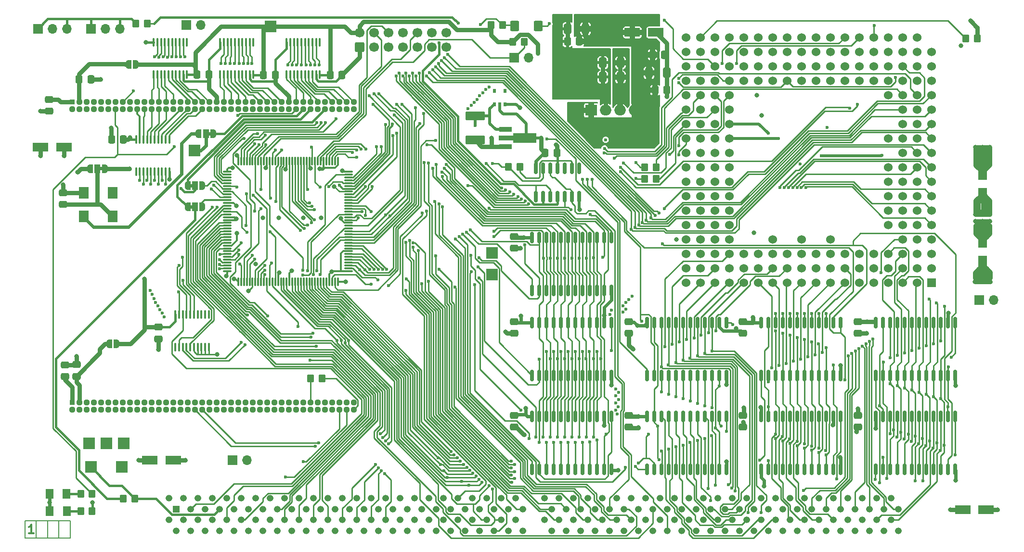
<source format=gbr>
G04 #@! TF.GenerationSoftware,KiCad,Pcbnew,7.0.5-0*
G04 #@! TF.CreationDate,2023-07-16T23:29:10+02:00*
G04 #@! TF.ProjectId,Z3660_v02,5a333636-305f-4763-9032-2e6b69636164,rev?*
G04 #@! TF.SameCoordinates,Original*
G04 #@! TF.FileFunction,Copper,L1,Top*
G04 #@! TF.FilePolarity,Positive*
%FSLAX46Y46*%
G04 Gerber Fmt 4.6, Leading zero omitted, Abs format (unit mm)*
G04 Created by KiCad (PCBNEW 7.0.5-0) date 2023-07-16 23:29:10*
%MOMM*%
%LPD*%
G01*
G04 APERTURE LIST*
G04 Aperture macros list*
%AMRoundRect*
0 Rectangle with rounded corners*
0 $1 Rounding radius*
0 $2 $3 $4 $5 $6 $7 $8 $9 X,Y pos of 4 corners*
0 Add a 4 corners polygon primitive as box body*
4,1,4,$2,$3,$4,$5,$6,$7,$8,$9,$2,$3,0*
0 Add four circle primitives for the rounded corners*
1,1,$1+$1,$2,$3*
1,1,$1+$1,$4,$5*
1,1,$1+$1,$6,$7*
1,1,$1+$1,$8,$9*
0 Add four rect primitives between the rounded corners*
20,1,$1+$1,$2,$3,$4,$5,0*
20,1,$1+$1,$4,$5,$6,$7,0*
20,1,$1+$1,$6,$7,$8,$9,0*
20,1,$1+$1,$8,$9,$2,$3,0*%
%AMFreePoly0*
4,1,9,5.362500,-0.866500,1.237500,-0.866500,1.237500,-0.450000,-1.237500,-0.450000,-1.237500,0.450000,1.237500,0.450000,1.237500,0.866500,5.362500,0.866500,5.362500,-0.866500,5.362500,-0.866500,$1*%
%AMFreePoly1*
4,1,19,0.500000,-0.750000,0.000000,-0.750000,0.000000,-0.744911,-0.071157,-0.744911,-0.207708,-0.704816,-0.327430,-0.627875,-0.420627,-0.520320,-0.479746,-0.390866,-0.500000,-0.250000,-0.500000,0.250000,-0.479746,0.390866,-0.420627,0.520320,-0.327430,0.627875,-0.207708,0.704816,-0.071157,0.744911,0.000000,0.744911,0.000000,0.750000,0.500000,0.750000,0.500000,-0.750000,0.500000,-0.750000,
$1*%
%AMFreePoly2*
4,1,19,0.000000,0.744911,0.071157,0.744911,0.207708,0.704816,0.327430,0.627875,0.420627,0.520320,0.479746,0.390866,0.500000,0.250000,0.500000,-0.250000,0.479746,-0.390866,0.420627,-0.520320,0.327430,-0.627875,0.207708,-0.704816,0.071157,-0.744911,0.000000,-0.744911,0.000000,-0.750000,-0.500000,-0.750000,-0.500000,0.750000,0.000000,0.750000,0.000000,0.744911,0.000000,0.744911,
$1*%
%AMFreePoly3*
4,1,19,0.550000,-0.750000,0.000000,-0.750000,0.000000,-0.744911,-0.071157,-0.744911,-0.207708,-0.704816,-0.327430,-0.627875,-0.420627,-0.520320,-0.479746,-0.390866,-0.500000,-0.250000,-0.500000,0.250000,-0.479746,0.390866,-0.420627,0.520320,-0.327430,0.627875,-0.207708,0.704816,-0.071157,0.744911,0.000000,0.744911,0.000000,0.750000,0.550000,0.750000,0.550000,-0.750000,0.550000,-0.750000,
$1*%
%AMFreePoly4*
4,1,19,0.000000,0.744911,0.071157,0.744911,0.207708,0.704816,0.327430,0.627875,0.420627,0.520320,0.479746,0.390866,0.500000,0.250000,0.500000,-0.250000,0.479746,-0.390866,0.420627,-0.520320,0.327430,-0.627875,0.207708,-0.704816,0.071157,-0.744911,0.000000,-0.744911,0.000000,-0.750000,-0.550000,-0.750000,-0.550000,0.750000,0.000000,0.750000,0.000000,0.744911,0.000000,0.744911,
$1*%
G04 Aperture macros list end*
G04 #@! TA.AperFunction,NonConductor*
%ADD10C,0.150000*%
G04 #@! TD*
%ADD11C,0.300000*%
G04 #@! TA.AperFunction,NonConductor*
%ADD12C,0.300000*%
G04 #@! TD*
G04 #@! TA.AperFunction,SMDPad,CuDef*
%ADD13RoundRect,0.150000X0.150000X-0.825000X0.150000X0.825000X-0.150000X0.825000X-0.150000X-0.825000X0*%
G04 #@! TD*
G04 #@! TA.AperFunction,ComponentPad*
%ADD14R,1.700000X1.700000*%
G04 #@! TD*
G04 #@! TA.AperFunction,ComponentPad*
%ADD15O,1.700000X1.700000*%
G04 #@! TD*
G04 #@! TA.AperFunction,SMDPad,CuDef*
%ADD16RoundRect,0.075000X0.662500X0.075000X-0.662500X0.075000X-0.662500X-0.075000X0.662500X-0.075000X0*%
G04 #@! TD*
G04 #@! TA.AperFunction,SMDPad,CuDef*
%ADD17RoundRect,0.075000X0.075000X0.662500X-0.075000X0.662500X-0.075000X-0.662500X0.075000X-0.662500X0*%
G04 #@! TD*
G04 #@! TA.AperFunction,SMDPad,CuDef*
%ADD18RoundRect,0.250000X-1.137500X-0.550000X1.137500X-0.550000X1.137500X0.550000X-1.137500X0.550000X0*%
G04 #@! TD*
G04 #@! TA.AperFunction,SMDPad,CuDef*
%ADD19RoundRect,0.250000X0.550000X-1.137500X0.550000X1.137500X-0.550000X1.137500X-0.550000X-1.137500X0*%
G04 #@! TD*
G04 #@! TA.AperFunction,SMDPad,CuDef*
%ADD20RoundRect,0.250000X0.475000X-0.337500X0.475000X0.337500X-0.475000X0.337500X-0.475000X-0.337500X0*%
G04 #@! TD*
G04 #@! TA.AperFunction,SMDPad,CuDef*
%ADD21RoundRect,0.250000X-0.475000X0.337500X-0.475000X-0.337500X0.475000X-0.337500X0.475000X0.337500X0*%
G04 #@! TD*
G04 #@! TA.AperFunction,SMDPad,CuDef*
%ADD22RoundRect,0.250000X-0.350000X-0.450000X0.350000X-0.450000X0.350000X0.450000X-0.350000X0.450000X0*%
G04 #@! TD*
G04 #@! TA.AperFunction,SMDPad,CuDef*
%ADD23RoundRect,0.250000X-1.450000X0.537500X-1.450000X-0.537500X1.450000X-0.537500X1.450000X0.537500X0*%
G04 #@! TD*
G04 #@! TA.AperFunction,SMDPad,CuDef*
%ADD24R,2.300000X0.900000*%
G04 #@! TD*
G04 #@! TA.AperFunction,SMDPad,CuDef*
%ADD25FreePoly0,0.000000*%
G04 #@! TD*
G04 #@! TA.AperFunction,SMDPad,CuDef*
%ADD26RoundRect,0.250000X-0.337500X-0.475000X0.337500X-0.475000X0.337500X0.475000X-0.337500X0.475000X0*%
G04 #@! TD*
G04 #@! TA.AperFunction,SMDPad,CuDef*
%ADD27RoundRect,0.150000X0.150000X-0.875000X0.150000X0.875000X-0.150000X0.875000X-0.150000X-0.875000X0*%
G04 #@! TD*
G04 #@! TA.AperFunction,ComponentPad*
%ADD28RoundRect,0.250000X0.600000X-0.600000X0.600000X0.600000X-0.600000X0.600000X-0.600000X-0.600000X0*%
G04 #@! TD*
G04 #@! TA.AperFunction,ComponentPad*
%ADD29C,1.700000*%
G04 #@! TD*
G04 #@! TA.AperFunction,SMDPad,CuDef*
%ADD30R,1.800000X2.000000*%
G04 #@! TD*
G04 #@! TA.AperFunction,SMDPad,CuDef*
%ADD31RoundRect,0.250000X0.337500X0.475000X-0.337500X0.475000X-0.337500X-0.475000X0.337500X-0.475000X0*%
G04 #@! TD*
G04 #@! TA.AperFunction,SMDPad,CuDef*
%ADD32RoundRect,0.250000X-0.550000X1.137500X-0.550000X-1.137500X0.550000X-1.137500X0.550000X1.137500X0*%
G04 #@! TD*
G04 #@! TA.AperFunction,SMDPad,CuDef*
%ADD33RoundRect,0.250000X0.412500X0.650000X-0.412500X0.650000X-0.412500X-0.650000X0.412500X-0.650000X0*%
G04 #@! TD*
G04 #@! TA.AperFunction,SMDPad,CuDef*
%ADD34RoundRect,0.250000X-0.412500X-0.650000X0.412500X-0.650000X0.412500X0.650000X-0.412500X0.650000X0*%
G04 #@! TD*
G04 #@! TA.AperFunction,SMDPad,CuDef*
%ADD35RoundRect,0.250001X0.462499X0.624999X-0.462499X0.624999X-0.462499X-0.624999X0.462499X-0.624999X0*%
G04 #@! TD*
G04 #@! TA.AperFunction,SMDPad,CuDef*
%ADD36RoundRect,0.249998X-0.537502X-0.650002X0.537502X-0.650002X0.537502X0.650002X-0.537502X0.650002X0*%
G04 #@! TD*
G04 #@! TA.AperFunction,ComponentPad*
%ADD37R,2.000000X2.000000*%
G04 #@! TD*
G04 #@! TA.AperFunction,SMDPad,CuDef*
%ADD38FreePoly1,0.000000*%
G04 #@! TD*
G04 #@! TA.AperFunction,SMDPad,CuDef*
%ADD39FreePoly2,0.000000*%
G04 #@! TD*
G04 #@! TA.AperFunction,SMDPad,CuDef*
%ADD40FreePoly3,0.000000*%
G04 #@! TD*
G04 #@! TA.AperFunction,SMDPad,CuDef*
%ADD41R,1.000000X1.500000*%
G04 #@! TD*
G04 #@! TA.AperFunction,SMDPad,CuDef*
%ADD42FreePoly4,0.000000*%
G04 #@! TD*
G04 #@! TA.AperFunction,SMDPad,CuDef*
%ADD43RoundRect,0.100000X0.100000X-0.637500X0.100000X0.637500X-0.100000X0.637500X-0.100000X-0.637500X0*%
G04 #@! TD*
G04 #@! TA.AperFunction,SMDPad,CuDef*
%ADD44RoundRect,0.100000X-0.100000X0.637500X-0.100000X-0.637500X0.100000X-0.637500X0.100000X0.637500X0*%
G04 #@! TD*
G04 #@! TA.AperFunction,SMDPad,CuDef*
%ADD45FreePoly3,180.000000*%
G04 #@! TD*
G04 #@! TA.AperFunction,SMDPad,CuDef*
%ADD46FreePoly4,180.000000*%
G04 #@! TD*
G04 #@! TA.AperFunction,SMDPad,CuDef*
%ADD47RoundRect,0.250000X0.350000X0.450000X-0.350000X0.450000X-0.350000X-0.450000X0.350000X-0.450000X0*%
G04 #@! TD*
G04 #@! TA.AperFunction,SMDPad,CuDef*
%ADD48R,0.510000X0.700000*%
G04 #@! TD*
G04 #@! TA.AperFunction,ComponentPad*
%ADD49R,2.000000X1.905000*%
G04 #@! TD*
G04 #@! TA.AperFunction,ComponentPad*
%ADD50O,2.000000X1.905000*%
G04 #@! TD*
G04 #@! TA.AperFunction,ComponentPad*
%ADD51R,1.524000X1.524000*%
G04 #@! TD*
G04 #@! TA.AperFunction,ComponentPad*
%ADD52C,1.524000*%
G04 #@! TD*
G04 #@! TA.AperFunction,ComponentPad*
%ADD53R,0.950000X0.950000*%
G04 #@! TD*
G04 #@! TA.AperFunction,ComponentPad*
%ADD54RoundRect,0.237500X-0.237500X0.237500X-0.237500X-0.237500X0.237500X-0.237500X0.237500X0.237500X0*%
G04 #@! TD*
G04 #@! TA.AperFunction,ComponentPad*
%ADD55R,1.200000X1.200000*%
G04 #@! TD*
G04 #@! TA.AperFunction,ComponentPad*
%ADD56O,1.200000X1.200000*%
G04 #@! TD*
G04 #@! TA.AperFunction,ViaPad*
%ADD57C,0.800000*%
G04 #@! TD*
G04 #@! TA.AperFunction,ViaPad*
%ADD58C,0.600000*%
G04 #@! TD*
G04 #@! TA.AperFunction,Conductor*
%ADD59C,0.250000*%
G04 #@! TD*
G04 #@! TA.AperFunction,Conductor*
%ADD60C,0.300000*%
G04 #@! TD*
G04 #@! TA.AperFunction,Conductor*
%ADD61C,0.800000*%
G04 #@! TD*
G04 #@! TA.AperFunction,Conductor*
%ADD62C,0.600000*%
G04 #@! TD*
G04 #@! TA.AperFunction,Conductor*
%ADD63C,0.400000*%
G04 #@! TD*
G04 #@! TA.AperFunction,Conductor*
%ADD64C,0.500000*%
G04 #@! TD*
G04 APERTURE END LIST*
D10*
X80582000Y-122047000D02*
X80582000Y-118999000D01*
X88582000Y-118999000D02*
X88582000Y-122047000D01*
X84582000Y-118999000D02*
X84582000Y-122047000D01*
X82582000Y-118999000D02*
X82582000Y-122047000D01*
X80582000Y-118999000D02*
X88582000Y-118999000D01*
X88582000Y-122047000D02*
X80582000Y-122047000D01*
X86582000Y-118999000D02*
X86582000Y-122047000D01*
D11*
D12*
X82147572Y-121201328D02*
X81290429Y-121201328D01*
X81719000Y-121201328D02*
X81719000Y-119701328D01*
X81719000Y-119701328D02*
X81576143Y-119915614D01*
X81576143Y-119915614D02*
X81433286Y-120058471D01*
X81433286Y-120058471D02*
X81290429Y-120129900D01*
G04 #@! TA.AperFunction,EtchedComponent*
G36*
X110110800Y-64054000D02*
G01*
X109610800Y-64054000D01*
X109610800Y-63454000D01*
X110110800Y-63454000D01*
X110110800Y-64054000D01*
G37*
G04 #@! TD.AperFunction*
G04 #@! TA.AperFunction,EtchedComponent*
G36*
X110110800Y-60294800D02*
G01*
X109610800Y-60294800D01*
X109610800Y-59694800D01*
X110110800Y-59694800D01*
X110110800Y-60294800D01*
G37*
G04 #@! TD.AperFunction*
G04 #@! TA.AperFunction,EtchedComponent*
G36*
X113315600Y-51185600D02*
G01*
X112815600Y-51185600D01*
X112815600Y-50585600D01*
X113315600Y-50585600D01*
X113315600Y-51185600D01*
G37*
G04 #@! TD.AperFunction*
G04 #@! TA.AperFunction,EtchedComponent*
G36*
X94240400Y-57297600D02*
G01*
X93740400Y-57297600D01*
X93740400Y-56697600D01*
X94240400Y-56697600D01*
X94240400Y-57297600D01*
G37*
G04 #@! TD.AperFunction*
D13*
X170474000Y-61927000D03*
X171744000Y-61927000D03*
X173014000Y-61927000D03*
X174284000Y-61927000D03*
X175554000Y-61927000D03*
X176824000Y-61927000D03*
X178094000Y-61927000D03*
X178094000Y-56977000D03*
X176824000Y-56977000D03*
X175554000Y-56977000D03*
X174284000Y-56977000D03*
X173014000Y-56977000D03*
X171744000Y-56977000D03*
X170474000Y-56977000D03*
D14*
X248412000Y-80137000D03*
D15*
X250952000Y-80137000D03*
D16*
X137535500Y-75044000D03*
X137535500Y-74544000D03*
X137535500Y-74044000D03*
X137535500Y-73544000D03*
X137535500Y-73044000D03*
X137535500Y-72544000D03*
X137535500Y-72044000D03*
X137535500Y-71544000D03*
X137535500Y-71044000D03*
X137535500Y-70544000D03*
X137535500Y-70044000D03*
X137535500Y-69544000D03*
X137535500Y-69044000D03*
X137535500Y-68544000D03*
X137535500Y-68044000D03*
X137535500Y-67544000D03*
X137535500Y-67044000D03*
X137535500Y-66544000D03*
X137535500Y-66044000D03*
X137535500Y-65544000D03*
X137535500Y-65044000D03*
X137535500Y-64544000D03*
X137535500Y-64044000D03*
X137535500Y-63544000D03*
X137535500Y-63044000D03*
X137535500Y-62544000D03*
X137535500Y-62044000D03*
X137535500Y-61544000D03*
X137535500Y-61044000D03*
X137535500Y-60544000D03*
X137535500Y-60044000D03*
X137535500Y-59544000D03*
X137535500Y-59044000D03*
X137535500Y-58544000D03*
X137535500Y-58044000D03*
X137535500Y-57544000D03*
D17*
X135623000Y-55631500D03*
X135123000Y-55631500D03*
X134623000Y-55631500D03*
X134123000Y-55631500D03*
X133623000Y-55631500D03*
X133123000Y-55631500D03*
X132623000Y-55631500D03*
X132123000Y-55631500D03*
X131623000Y-55631500D03*
X131123000Y-55631500D03*
X130623000Y-55631500D03*
X130123000Y-55631500D03*
X129623000Y-55631500D03*
X129123000Y-55631500D03*
X128623000Y-55631500D03*
X128123000Y-55631500D03*
X127623000Y-55631500D03*
X127123000Y-55631500D03*
X126623000Y-55631500D03*
X126123000Y-55631500D03*
X125623000Y-55631500D03*
X125123000Y-55631500D03*
X124623000Y-55631500D03*
X124123000Y-55631500D03*
X123623000Y-55631500D03*
X123123000Y-55631500D03*
X122623000Y-55631500D03*
X122123000Y-55631500D03*
X121623000Y-55631500D03*
X121123000Y-55631500D03*
X120623000Y-55631500D03*
X120123000Y-55631500D03*
X119623000Y-55631500D03*
X119123000Y-55631500D03*
X118623000Y-55631500D03*
X118123000Y-55631500D03*
D16*
X116210500Y-57544000D03*
X116210500Y-58044000D03*
X116210500Y-58544000D03*
X116210500Y-59044000D03*
X116210500Y-59544000D03*
X116210500Y-60044000D03*
X116210500Y-60544000D03*
X116210500Y-61044000D03*
X116210500Y-61544000D03*
X116210500Y-62044000D03*
X116210500Y-62544000D03*
X116210500Y-63044000D03*
X116210500Y-63544000D03*
X116210500Y-64044000D03*
X116210500Y-64544000D03*
X116210500Y-65044000D03*
X116210500Y-65544000D03*
X116210500Y-66044000D03*
X116210500Y-66544000D03*
X116210500Y-67044000D03*
X116210500Y-67544000D03*
X116210500Y-68044000D03*
X116210500Y-68544000D03*
X116210500Y-69044000D03*
X116210500Y-69544000D03*
X116210500Y-70044000D03*
X116210500Y-70544000D03*
X116210500Y-71044000D03*
X116210500Y-71544000D03*
X116210500Y-72044000D03*
X116210500Y-72544000D03*
X116210500Y-73044000D03*
X116210500Y-73544000D03*
X116210500Y-74044000D03*
X116210500Y-74544000D03*
X116210500Y-75044000D03*
D17*
X118123000Y-76956500D03*
X118623000Y-76956500D03*
X119123000Y-76956500D03*
X119623000Y-76956500D03*
X120123000Y-76956500D03*
X120623000Y-76956500D03*
X121123000Y-76956500D03*
X121623000Y-76956500D03*
X122123000Y-76956500D03*
X122623000Y-76956500D03*
X123123000Y-76956500D03*
X123623000Y-76956500D03*
X124123000Y-76956500D03*
X124623000Y-76956500D03*
X125123000Y-76956500D03*
X125623000Y-76956500D03*
X126123000Y-76956500D03*
X126623000Y-76956500D03*
X127123000Y-76956500D03*
X127623000Y-76956500D03*
X128123000Y-76956500D03*
X128623000Y-76956500D03*
X129123000Y-76956500D03*
X129623000Y-76956500D03*
X130123000Y-76956500D03*
X130623000Y-76956500D03*
X131123000Y-76956500D03*
X131623000Y-76956500D03*
X132123000Y-76956500D03*
X132623000Y-76956500D03*
X133123000Y-76956500D03*
X133623000Y-76956500D03*
X134123000Y-76956500D03*
X134623000Y-76956500D03*
X135123000Y-76956500D03*
X135623000Y-76956500D03*
D18*
X102565200Y-108305600D03*
X106690200Y-108305600D03*
X83332300Y-53238398D03*
X87457300Y-53238398D03*
X187421500Y-33020000D03*
X191546500Y-33020000D03*
X245511300Y-117017800D03*
X249636300Y-117017800D03*
D19*
X249047000Y-73690500D03*
X249047000Y-69565500D03*
D20*
X87274400Y-63318300D03*
X87274400Y-61243300D03*
D21*
X206883000Y-100435500D03*
X206883000Y-102510500D03*
D22*
X168386000Y-34696400D03*
X166386000Y-34696400D03*
D23*
X159766000Y-47697300D03*
X159766000Y-51972300D03*
D24*
X165083600Y-50112800D03*
D25*
X165171100Y-51612800D03*
D24*
X165083600Y-53112800D03*
D26*
X172063500Y-54245000D03*
X174138500Y-54245000D03*
D21*
X166624000Y-68939500D03*
X166624000Y-71014500D03*
X166624000Y-83925500D03*
X166624000Y-86000500D03*
X206883000Y-83925500D03*
X206883000Y-86000500D03*
X166624000Y-100435500D03*
X166624000Y-102510500D03*
X227076000Y-83925500D03*
X227076000Y-86000500D03*
X186817000Y-83925500D03*
X186817000Y-86000500D03*
X186817000Y-100435500D03*
X186817000Y-102510500D03*
D22*
X191627000Y-58801000D03*
X189627000Y-58801000D03*
X191611000Y-56769000D03*
X189611000Y-56769000D03*
D27*
X189992000Y-93423000D03*
X191262000Y-93423000D03*
X192532000Y-93423000D03*
X193802000Y-93423000D03*
X195072000Y-93423000D03*
X196342000Y-93423000D03*
X197612000Y-93423000D03*
X198882000Y-93423000D03*
X200152000Y-93423000D03*
X201422000Y-93423000D03*
X202692000Y-93423000D03*
X203962000Y-93423000D03*
X203962000Y-84123000D03*
X202692000Y-84123000D03*
X201422000Y-84123000D03*
X200152000Y-84123000D03*
X198882000Y-84123000D03*
X197612000Y-84123000D03*
X196342000Y-84123000D03*
X195072000Y-84123000D03*
X193802000Y-84123000D03*
X192532000Y-84123000D03*
X191262000Y-84123000D03*
X189992000Y-84123000D03*
X169799000Y-93423000D03*
X171069000Y-93423000D03*
X172339000Y-93423000D03*
X173609000Y-93423000D03*
X174879000Y-93423000D03*
X176149000Y-93423000D03*
X177419000Y-93423000D03*
X178689000Y-93423000D03*
X179959000Y-93423000D03*
X181229000Y-93423000D03*
X182499000Y-93423000D03*
X183769000Y-93423000D03*
X183769000Y-84123000D03*
X182499000Y-84123000D03*
X181229000Y-84123000D03*
X179959000Y-84123000D03*
X178689000Y-84123000D03*
X177419000Y-84123000D03*
X176149000Y-84123000D03*
X174879000Y-84123000D03*
X173609000Y-84123000D03*
X172339000Y-84123000D03*
X171069000Y-84123000D03*
X169799000Y-84123000D03*
X210058000Y-93423000D03*
X211328000Y-93423000D03*
X212598000Y-93423000D03*
X213868000Y-93423000D03*
X215138000Y-93423000D03*
X216408000Y-93423000D03*
X217678000Y-93423000D03*
X218948000Y-93423000D03*
X220218000Y-93423000D03*
X221488000Y-93423000D03*
X222758000Y-93423000D03*
X224028000Y-93423000D03*
X224028000Y-84123000D03*
X222758000Y-84123000D03*
X221488000Y-84123000D03*
X220218000Y-84123000D03*
X218948000Y-84123000D03*
X217678000Y-84123000D03*
X216408000Y-84123000D03*
X215138000Y-84123000D03*
X213868000Y-84123000D03*
X212598000Y-84123000D03*
X211328000Y-84123000D03*
X210058000Y-84123000D03*
X230251000Y-93423000D03*
X231521000Y-93423000D03*
X232791000Y-93423000D03*
X234061000Y-93423000D03*
X235331000Y-93423000D03*
X236601000Y-93423000D03*
X237871000Y-93423000D03*
X239141000Y-93423000D03*
X240411000Y-93423000D03*
X241681000Y-93423000D03*
X242951000Y-93423000D03*
X244221000Y-93423000D03*
X244221000Y-84123000D03*
X242951000Y-84123000D03*
X241681000Y-84123000D03*
X240411000Y-84123000D03*
X239141000Y-84123000D03*
X237871000Y-84123000D03*
X236601000Y-84123000D03*
X235331000Y-84123000D03*
X234061000Y-84123000D03*
X232791000Y-84123000D03*
X231521000Y-84123000D03*
X230251000Y-84123000D03*
D14*
X108981000Y-31750000D03*
D15*
X111521000Y-31750000D03*
D21*
X227076000Y-100435500D03*
X227076000Y-102510500D03*
D28*
X139446000Y-35610800D03*
D29*
X139446000Y-33070800D03*
X141986000Y-35610800D03*
X141986000Y-33070800D03*
X144526000Y-35610800D03*
X144526000Y-33070800D03*
X147066000Y-35610800D03*
X147066000Y-33070800D03*
X149606000Y-35610800D03*
X149606000Y-33070800D03*
X152146000Y-35610800D03*
X152146000Y-33070800D03*
X154686000Y-35610800D03*
X154686000Y-33070800D03*
D30*
X96012000Y-61247600D03*
X90932000Y-61247600D03*
X90932000Y-65447600D03*
X96012000Y-65447600D03*
D31*
X178075500Y-34594800D03*
X176000500Y-34594800D03*
D32*
X249047000Y-57627500D03*
X249047000Y-61752500D03*
D33*
X179197000Y-32359600D03*
X176072000Y-32359600D03*
D34*
X190359500Y-40132000D03*
X193484500Y-40132000D03*
D33*
X185331500Y-38354000D03*
X182206500Y-38354000D03*
X185331500Y-40894000D03*
X182206500Y-40894000D03*
D26*
X191409500Y-43180000D03*
X193484500Y-43180000D03*
X190986500Y-36957000D03*
X193061500Y-36957000D03*
D21*
X84836000Y-44809500D03*
X84836000Y-46884500D03*
D20*
X87613000Y-93620500D03*
X87613000Y-91545500D03*
X89645000Y-93599000D03*
X89645000Y-91524000D03*
D27*
X169799000Y-78437000D03*
X171069000Y-78437000D03*
X172339000Y-78437000D03*
X173609000Y-78437000D03*
X174879000Y-78437000D03*
X176149000Y-78437000D03*
X177419000Y-78437000D03*
X178689000Y-78437000D03*
X179959000Y-78437000D03*
X181229000Y-78437000D03*
X182499000Y-78437000D03*
X183769000Y-78437000D03*
X183769000Y-69137000D03*
X182499000Y-69137000D03*
X181229000Y-69137000D03*
X179959000Y-69137000D03*
X178689000Y-69137000D03*
X177419000Y-69137000D03*
X176149000Y-69137000D03*
X174879000Y-69137000D03*
X173609000Y-69137000D03*
X172339000Y-69137000D03*
X171069000Y-69137000D03*
X169799000Y-69137000D03*
X230251000Y-109933000D03*
X231521000Y-109933000D03*
X232791000Y-109933000D03*
X234061000Y-109933000D03*
X235331000Y-109933000D03*
X236601000Y-109933000D03*
X237871000Y-109933000D03*
X239141000Y-109933000D03*
X240411000Y-109933000D03*
X241681000Y-109933000D03*
X242951000Y-109933000D03*
X244221000Y-109933000D03*
X244221000Y-100633000D03*
X242951000Y-100633000D03*
X241681000Y-100633000D03*
X240411000Y-100633000D03*
X239141000Y-100633000D03*
X237871000Y-100633000D03*
X236601000Y-100633000D03*
X235331000Y-100633000D03*
X234061000Y-100633000D03*
X232791000Y-100633000D03*
X231521000Y-100633000D03*
X230251000Y-100633000D03*
X210058000Y-109933000D03*
X211328000Y-109933000D03*
X212598000Y-109933000D03*
X213868000Y-109933000D03*
X215138000Y-109933000D03*
X216408000Y-109933000D03*
X217678000Y-109933000D03*
X218948000Y-109933000D03*
X220218000Y-109933000D03*
X221488000Y-109933000D03*
X222758000Y-109933000D03*
X224028000Y-109933000D03*
X224028000Y-100633000D03*
X222758000Y-100633000D03*
X221488000Y-100633000D03*
X220218000Y-100633000D03*
X218948000Y-100633000D03*
X217678000Y-100633000D03*
X216408000Y-100633000D03*
X215138000Y-100633000D03*
X213868000Y-100633000D03*
X212598000Y-100633000D03*
X211328000Y-100633000D03*
X210058000Y-100633000D03*
X189992000Y-109933000D03*
X191262000Y-109933000D03*
X192532000Y-109933000D03*
X193802000Y-109933000D03*
X195072000Y-109933000D03*
X196342000Y-109933000D03*
X197612000Y-109933000D03*
X198882000Y-109933000D03*
X200152000Y-109933000D03*
X201422000Y-109933000D03*
X202692000Y-109933000D03*
X203962000Y-109933000D03*
X203962000Y-100633000D03*
X202692000Y-100633000D03*
X201422000Y-100633000D03*
X200152000Y-100633000D03*
X198882000Y-100633000D03*
X197612000Y-100633000D03*
X196342000Y-100633000D03*
X195072000Y-100633000D03*
X193802000Y-100633000D03*
X192532000Y-100633000D03*
X191262000Y-100633000D03*
X189992000Y-100633000D03*
X169799000Y-109933000D03*
X171069000Y-109933000D03*
X172339000Y-109933000D03*
X173609000Y-109933000D03*
X174879000Y-109933000D03*
X176149000Y-109933000D03*
X177419000Y-109933000D03*
X178689000Y-109933000D03*
X179959000Y-109933000D03*
X181229000Y-109933000D03*
X182499000Y-109933000D03*
X183769000Y-109933000D03*
X183769000Y-100633000D03*
X182499000Y-100633000D03*
X181229000Y-100633000D03*
X179959000Y-100633000D03*
X178689000Y-100633000D03*
X177419000Y-100633000D03*
X176149000Y-100633000D03*
X174879000Y-100633000D03*
X173609000Y-100633000D03*
X172339000Y-100633000D03*
X171069000Y-100633000D03*
X169799000Y-100633000D03*
D35*
X87926500Y-114300000D03*
X84951500Y-114300000D03*
D22*
X92424000Y-114300000D03*
X90424000Y-114300000D03*
D35*
X87953487Y-117348000D03*
X84978487Y-117348000D03*
D22*
X92424000Y-117348000D03*
X90424000Y-117348000D03*
D36*
X166695500Y-31869000D03*
X170870500Y-31869000D03*
D26*
X90119200Y-41300400D03*
X92194200Y-41300400D03*
D37*
X123768000Y-32004000D03*
X162712400Y-75641200D03*
X110388400Y-53797200D03*
X92178000Y-109551600D03*
X97613600Y-109551600D03*
D22*
X164576000Y-31742000D03*
X162576000Y-31742000D03*
D38*
X98791000Y-38622800D03*
D39*
X100091000Y-38622800D03*
D40*
X109210800Y-63754000D03*
D41*
X110510800Y-63754000D03*
D42*
X111810800Y-63754000D03*
D21*
X104057200Y-84916100D03*
X104057200Y-86991100D03*
D40*
X109210800Y-59994800D03*
D41*
X110510800Y-59994800D03*
D42*
X111810800Y-59994800D03*
D37*
X94921200Y-105386000D03*
D26*
X110849500Y-40452800D03*
X112924500Y-40452800D03*
D43*
X107075800Y-88441700D03*
X107725800Y-88441700D03*
X108375800Y-88441700D03*
X109025800Y-88441700D03*
X109675800Y-88441700D03*
X110325800Y-88441700D03*
X110975800Y-88441700D03*
X111625800Y-88441700D03*
X112275800Y-88441700D03*
X112925800Y-88441700D03*
X112925800Y-82716700D03*
X112275800Y-82716700D03*
X111625800Y-82716700D03*
X110975800Y-82716700D03*
X110325800Y-82716700D03*
X109675800Y-82716700D03*
X109025800Y-82716700D03*
X108375800Y-82716700D03*
X107725800Y-82716700D03*
X107075800Y-82716700D03*
D44*
X109097000Y-34729500D03*
X108447000Y-34729500D03*
X107797000Y-34729500D03*
X107147000Y-34729500D03*
X106497000Y-34729500D03*
X105847000Y-34729500D03*
X105197000Y-34729500D03*
X104547000Y-34729500D03*
X103897000Y-34729500D03*
X103247000Y-34729500D03*
X103247000Y-40454500D03*
X103897000Y-40454500D03*
X104547000Y-40454500D03*
X105197000Y-40454500D03*
X105847000Y-40454500D03*
X106497000Y-40454500D03*
X107147000Y-40454500D03*
X107797000Y-40454500D03*
X108447000Y-40454500D03*
X109097000Y-40454500D03*
D45*
X113715600Y-50885600D03*
D41*
X112415600Y-50885600D03*
D46*
X111115600Y-50885600D03*
D14*
X166624000Y-37490400D03*
D15*
X169164000Y-37490400D03*
D47*
X97907600Y-115112800D03*
X99907600Y-115112800D03*
X130826000Y-93929200D03*
X132826000Y-93929200D03*
D14*
X117094000Y-108331000D03*
D15*
X119634000Y-108331000D03*
D45*
X94640400Y-56997600D03*
D41*
X93340400Y-56997600D03*
D46*
X92040400Y-56997600D03*
D26*
X134293700Y-40503600D03*
X136368700Y-40503600D03*
D31*
X97929100Y-51834800D03*
X95854100Y-51834800D03*
D22*
X102117400Y-31460000D03*
X100117400Y-31460000D03*
D47*
X246065800Y-34101600D03*
X248065800Y-34101600D03*
X165640000Y-56692800D03*
X167640000Y-56692800D03*
D48*
X163134000Y-45660800D03*
X164084000Y-45660800D03*
X165034000Y-45660800D03*
X165034000Y-43340800D03*
X163134000Y-43340800D03*
D37*
X97969200Y-105386000D03*
D14*
X82895300Y-32361200D03*
D15*
X85435300Y-32361200D03*
X87975300Y-32361200D03*
D43*
X100144000Y-57567500D03*
X100794000Y-57567500D03*
X101444000Y-57567500D03*
X102094000Y-57567500D03*
X102744000Y-57567500D03*
X103394000Y-57567500D03*
X104044000Y-57567500D03*
X104694000Y-57567500D03*
X105344000Y-57567500D03*
X105994000Y-57567500D03*
X105994000Y-51842500D03*
X105344000Y-51842500D03*
X104694000Y-51842500D03*
X104044000Y-51842500D03*
X103394000Y-51842500D03*
X102744000Y-51842500D03*
X102094000Y-51842500D03*
X101444000Y-51842500D03*
X100794000Y-51842500D03*
X100144000Y-51842500D03*
D49*
X180213000Y-46736000D03*
D50*
X182753000Y-46736000D03*
X185293000Y-46736000D03*
X187833000Y-46736000D03*
D38*
X95412800Y-87833200D03*
D39*
X96712800Y-87833200D03*
D14*
X92191700Y-32361200D03*
D15*
X94731700Y-32361200D03*
X97271700Y-32361200D03*
D44*
X132465000Y-34745500D03*
X131815000Y-34745500D03*
X131165000Y-34745500D03*
X130515000Y-34745500D03*
X129865000Y-34745500D03*
X129215000Y-34745500D03*
X128565000Y-34745500D03*
X127915000Y-34745500D03*
X127265000Y-34745500D03*
X126615000Y-34745500D03*
X126615000Y-40470500D03*
X127265000Y-40470500D03*
X127915000Y-40470500D03*
X128565000Y-40470500D03*
X129215000Y-40470500D03*
X129865000Y-40470500D03*
X130515000Y-40470500D03*
X131165000Y-40470500D03*
X131815000Y-40470500D03*
X132465000Y-40470500D03*
X120781000Y-34745500D03*
X120131000Y-34745500D03*
X119481000Y-34745500D03*
X118831000Y-34745500D03*
X118181000Y-34745500D03*
X117531000Y-34745500D03*
X116881000Y-34745500D03*
X116231000Y-34745500D03*
X115581000Y-34745500D03*
X114931000Y-34745500D03*
X114931000Y-40470500D03*
X115581000Y-40470500D03*
X116231000Y-40470500D03*
X116881000Y-40470500D03*
X117531000Y-40470500D03*
X118181000Y-40470500D03*
X118831000Y-40470500D03*
X119481000Y-40470500D03*
X120131000Y-40470500D03*
X120781000Y-40470500D03*
D37*
X91873200Y-105386000D03*
D26*
X122558900Y-40503600D03*
X124633900Y-40503600D03*
D37*
X162712400Y-71882000D03*
D51*
X240055000Y-77050900D03*
D52*
X237515000Y-77050900D03*
X234975000Y-77050900D03*
X232435000Y-77050900D03*
X229895000Y-77050900D03*
X227355000Y-77050900D03*
X224815000Y-77050900D03*
X222275000Y-77050900D03*
X219735000Y-77050900D03*
X217195000Y-77050900D03*
X214655000Y-77050900D03*
X212115000Y-77050900D03*
X209575000Y-77050900D03*
X207035000Y-77050900D03*
X204495000Y-77050900D03*
X201955000Y-77050900D03*
X199415000Y-77050900D03*
X196875000Y-77050900D03*
X240055000Y-74510900D03*
X237515000Y-74510900D03*
X234975000Y-74510900D03*
X232435000Y-74510900D03*
X229895000Y-74510900D03*
X227355000Y-74510900D03*
X224815000Y-74510900D03*
X222275000Y-74510900D03*
X219735000Y-74510900D03*
X217195000Y-74510900D03*
X214655000Y-74510900D03*
X212115000Y-74510900D03*
X209575000Y-74510900D03*
X207035000Y-74510900D03*
X204495000Y-74510900D03*
X201955000Y-74510900D03*
X199415000Y-74510900D03*
X196875000Y-74510900D03*
X240055000Y-71970900D03*
X237515000Y-71970900D03*
X234975000Y-71970900D03*
X232435000Y-71970900D03*
X229895000Y-71970900D03*
X227355000Y-71970900D03*
X224815000Y-71970900D03*
X222275000Y-71970900D03*
X219735000Y-71970900D03*
X217195000Y-71970900D03*
X214655000Y-71970900D03*
X212115000Y-71970900D03*
X209575000Y-71970900D03*
X207035000Y-71970900D03*
X204495000Y-71970900D03*
X201955000Y-71970900D03*
X199415000Y-71970900D03*
X196875000Y-71970900D03*
X240055000Y-69430900D03*
X237515000Y-69430900D03*
X234975000Y-69430900D03*
X201955000Y-69430900D03*
X199415000Y-69430900D03*
X196875000Y-69430900D03*
X240055000Y-66890900D03*
X237515000Y-66890900D03*
X234975000Y-66890900D03*
X201955000Y-66890900D03*
X199415000Y-66890900D03*
X196875000Y-66890900D03*
X240055000Y-64350900D03*
X237515000Y-64350900D03*
X234975000Y-64350900D03*
X201955000Y-64350900D03*
X199415000Y-64350900D03*
X196875000Y-64350900D03*
X240055000Y-61810900D03*
X237515000Y-61810900D03*
X234975000Y-61810900D03*
X201955000Y-61810900D03*
X199415000Y-61810900D03*
X196875000Y-61810900D03*
X240055000Y-59270900D03*
X237515000Y-59270900D03*
X234975000Y-59270900D03*
X201955000Y-59270900D03*
X199415000Y-59270900D03*
X196875000Y-59270900D03*
X240055000Y-56730900D03*
X237515000Y-56730900D03*
X234975000Y-56730900D03*
X201955000Y-56730900D03*
X199415000Y-56730900D03*
X196875000Y-56730900D03*
X240055000Y-54190900D03*
X237515000Y-54190900D03*
X234975000Y-54190900D03*
X201955000Y-54190900D03*
X199415000Y-54190900D03*
X196875000Y-54190900D03*
X240055000Y-51650900D03*
X237515000Y-51650900D03*
X234975000Y-51650900D03*
X201955000Y-51650900D03*
X199415000Y-51650900D03*
X196875000Y-51650900D03*
X240055000Y-49110900D03*
X237515000Y-49110900D03*
X234975000Y-49110900D03*
X201955000Y-49110900D03*
X199415000Y-49110900D03*
X196875000Y-49110900D03*
X240055000Y-46570900D03*
X237515000Y-46570900D03*
X234975000Y-46570900D03*
X201955000Y-46570900D03*
X199415000Y-46570900D03*
X196875000Y-46570900D03*
X240055000Y-44030900D03*
X237515000Y-44030900D03*
X234975000Y-44030900D03*
X201955000Y-44030900D03*
X199415000Y-44030900D03*
X196875000Y-44030900D03*
X240055000Y-41490900D03*
X237515000Y-41490900D03*
X234975000Y-41490900D03*
X201955000Y-41490900D03*
X199415000Y-41490900D03*
X196875000Y-41490900D03*
X240055000Y-38950900D03*
X237515000Y-38950900D03*
X234975000Y-38950900D03*
X232435000Y-38950900D03*
X229895000Y-38950900D03*
X227355000Y-38950900D03*
X224815000Y-38950900D03*
X222275000Y-38950900D03*
X219735000Y-38950900D03*
X217195000Y-38950900D03*
X214655000Y-38950900D03*
X212115000Y-38950900D03*
X209575000Y-38950900D03*
X207035000Y-38950900D03*
X204495000Y-38950900D03*
X201955000Y-38950900D03*
X199415000Y-38950900D03*
X196875000Y-38950900D03*
X240055000Y-36410900D03*
X237515000Y-36410900D03*
X234975000Y-36410900D03*
X232435000Y-36410900D03*
X229895000Y-36410900D03*
X227355000Y-36410900D03*
X224815000Y-36410900D03*
X222275000Y-36410900D03*
X219735000Y-36410900D03*
X217195000Y-36410900D03*
X214655000Y-36410900D03*
X212115000Y-36410900D03*
X209575000Y-36410900D03*
X207035000Y-36410900D03*
X204495000Y-36410900D03*
X201955000Y-36410900D03*
X199415000Y-36410900D03*
X196875000Y-36410900D03*
X237515000Y-33870900D03*
X234975000Y-33870900D03*
X232435000Y-33870900D03*
X229895000Y-33870900D03*
X227355000Y-33870900D03*
X224815000Y-33870900D03*
X222275000Y-33870900D03*
X219735000Y-33870900D03*
X217195000Y-33870900D03*
X214655000Y-33870900D03*
X212115000Y-33870900D03*
X209575000Y-33870900D03*
X207035000Y-33870900D03*
X204495000Y-33870900D03*
X201955000Y-33870900D03*
X199415000Y-33870900D03*
X196875000Y-33870900D03*
X222275000Y-69430900D03*
X217195000Y-69430900D03*
X212115000Y-69430900D03*
X204495000Y-69430900D03*
X232435000Y-66890900D03*
X204495000Y-66890900D03*
X232435000Y-64350900D03*
X204495000Y-64350900D03*
X232435000Y-61810900D03*
X204495000Y-61810900D03*
X232435000Y-59270900D03*
X204495000Y-59270900D03*
X232435000Y-56730900D03*
X204495000Y-56730900D03*
X204495000Y-54190900D03*
X232435000Y-51650900D03*
X204495000Y-51650900D03*
X204495000Y-49110900D03*
X204495000Y-46570900D03*
X232435000Y-44030900D03*
X204495000Y-44030900D03*
X232435000Y-41490900D03*
X229895000Y-41490900D03*
X227355000Y-41490900D03*
X224815000Y-41490900D03*
X222275000Y-41490900D03*
X219735000Y-41490900D03*
X217195000Y-41490900D03*
X214655000Y-41490900D03*
X212115000Y-41490900D03*
X209575000Y-41490900D03*
X207035000Y-41490900D03*
X204495000Y-41490900D03*
D53*
X88883000Y-45256500D03*
D54*
X88883000Y-46526500D03*
X90153000Y-45256500D03*
X90153000Y-46526500D03*
X91423000Y-45256500D03*
X91423000Y-46526500D03*
X92693000Y-45256500D03*
X92693000Y-46526500D03*
X93963000Y-45256500D03*
X93963000Y-46526500D03*
X95233000Y-45256500D03*
X95233000Y-46526500D03*
X96503000Y-45256500D03*
X96503000Y-46526500D03*
X97773000Y-45256500D03*
X97773000Y-46526500D03*
X99043000Y-45256500D03*
X99043000Y-46526500D03*
X100313000Y-45256500D03*
X100313000Y-46526500D03*
X101583000Y-45256500D03*
X101583000Y-46526500D03*
X102853000Y-45256500D03*
X102853000Y-46526500D03*
X104123000Y-45256500D03*
X104123000Y-46526500D03*
X105393000Y-45256500D03*
X105393000Y-46526500D03*
X106663000Y-45256500D03*
X106663000Y-46526500D03*
X107933000Y-45256500D03*
X107933000Y-46526500D03*
X109203000Y-45256500D03*
X109203000Y-46526500D03*
X110473000Y-45256500D03*
X110473000Y-46526500D03*
X111743000Y-45256500D03*
X111743000Y-46526500D03*
X113013000Y-45256500D03*
X113013000Y-46526500D03*
X114283000Y-45256500D03*
X114283000Y-46526500D03*
X115553000Y-45256500D03*
X115553000Y-46526500D03*
X116823000Y-45256500D03*
X116823000Y-46526500D03*
X118093000Y-45256500D03*
X118093000Y-46526500D03*
X119363000Y-45256500D03*
X119363000Y-46526500D03*
X120633000Y-45256500D03*
X120633000Y-46526500D03*
X121903000Y-45256500D03*
X121903000Y-46526500D03*
X123173000Y-45256500D03*
X123173000Y-46526500D03*
X124443000Y-45256500D03*
X124443000Y-46526500D03*
X125713000Y-45256500D03*
X125713000Y-46526500D03*
X126983000Y-45256500D03*
X126983000Y-46526500D03*
X128253000Y-45256500D03*
X128253000Y-46526500D03*
X129523000Y-45256500D03*
X129523000Y-46526500D03*
X130793000Y-45256500D03*
X130793000Y-46526500D03*
X132063000Y-45256500D03*
X132063000Y-46526500D03*
X133333000Y-45256500D03*
X133333000Y-46526500D03*
X134603000Y-45256500D03*
X134603000Y-46526500D03*
X135873000Y-45256500D03*
X135873000Y-46526500D03*
X137143000Y-45256500D03*
X137143000Y-46526500D03*
X138413000Y-45256500D03*
X138413000Y-46526500D03*
D53*
X88883000Y-98193000D03*
D54*
X88883000Y-99463000D03*
X90153000Y-98193000D03*
X90153000Y-99463000D03*
X91423000Y-98193000D03*
X91423000Y-99463000D03*
X92693000Y-98193000D03*
X92693000Y-99463000D03*
X93963000Y-98193000D03*
X93963000Y-99463000D03*
X95233000Y-98193000D03*
X95233000Y-99463000D03*
X96503000Y-98193000D03*
X96503000Y-99463000D03*
X97773000Y-98193000D03*
X97773000Y-99463000D03*
X99043000Y-98193000D03*
X99043000Y-99463000D03*
X100313000Y-98193000D03*
X100313000Y-99463000D03*
X101583000Y-98193000D03*
X101583000Y-99463000D03*
X102853000Y-98193000D03*
X102853000Y-99463000D03*
X104123000Y-98193000D03*
X104123000Y-99463000D03*
X105393000Y-98193000D03*
X105393000Y-99463000D03*
X106663000Y-98193000D03*
X106663000Y-99463000D03*
X107933000Y-98193000D03*
X107933000Y-99463000D03*
X109203000Y-98193000D03*
X109203000Y-99463000D03*
X110473000Y-98193000D03*
X110473000Y-99463000D03*
X111743000Y-98193000D03*
X111743000Y-99463000D03*
X113013000Y-98193000D03*
X113013000Y-99463000D03*
X114283000Y-98193000D03*
X114283000Y-99463000D03*
X115553000Y-98193000D03*
X115553000Y-99463000D03*
X116823000Y-98193000D03*
X116823000Y-99463000D03*
X118093000Y-98193000D03*
X118093000Y-99463000D03*
X119363000Y-98193000D03*
X119363000Y-99463000D03*
X120633000Y-98193000D03*
X120633000Y-99463000D03*
X121903000Y-98193000D03*
X121903000Y-99463000D03*
X123173000Y-98193000D03*
X123173000Y-99463000D03*
X124443000Y-98193000D03*
X124443000Y-99463000D03*
X125713000Y-98193000D03*
X125713000Y-99463000D03*
X126983000Y-98193000D03*
X126983000Y-99463000D03*
X128253000Y-98193000D03*
X128253000Y-99463000D03*
X129523000Y-98193000D03*
X129523000Y-99463000D03*
X130793000Y-98193000D03*
X130793000Y-99463000D03*
X132063000Y-98193000D03*
X132063000Y-99463000D03*
X133333000Y-98193000D03*
X133333000Y-99463000D03*
X134603000Y-98193000D03*
X134603000Y-99463000D03*
X135873000Y-98193000D03*
X135873000Y-99463000D03*
X137143000Y-98193000D03*
X137143000Y-99463000D03*
X138413000Y-98193000D03*
X138413000Y-99463000D03*
D55*
X107239000Y-116954500D03*
D56*
X105964986Y-115024415D03*
X107234986Y-120739415D03*
X105964986Y-118859500D03*
X109774986Y-116954500D03*
X108504986Y-115024415D03*
X109774986Y-120739415D03*
X108504986Y-118859500D03*
X112314986Y-116929415D03*
X111044986Y-115024415D03*
X112314986Y-120739415D03*
X111044986Y-118859500D03*
X114854986Y-116954500D03*
X113584986Y-115024415D03*
X114854986Y-120739415D03*
X113584986Y-118834415D03*
X117394986Y-116954500D03*
X116124986Y-115024415D03*
X117394986Y-120739415D03*
X116124986Y-118859500D03*
X119934986Y-116954500D03*
X118664986Y-115024415D03*
X119934986Y-120739415D03*
X118664986Y-118859500D03*
X122474986Y-116954500D03*
X121204986Y-115024415D03*
X122474986Y-120739415D03*
X121204986Y-118834415D03*
X125014986Y-116954500D03*
X123744986Y-115024415D03*
X125014986Y-120739415D03*
X123744986Y-118859500D03*
X127554986Y-116954500D03*
X126284986Y-115024415D03*
X127554986Y-120739415D03*
X126284986Y-118834415D03*
X130094986Y-116954500D03*
X128824986Y-115024415D03*
X130094986Y-120739415D03*
X128824986Y-118859500D03*
X132634986Y-116929415D03*
X131364986Y-115024415D03*
X132634986Y-120739415D03*
X131364986Y-118834415D03*
X135174986Y-116954500D03*
X133904986Y-115024415D03*
X135174986Y-120739415D03*
X133904986Y-118859500D03*
X137714986Y-116929415D03*
X136444986Y-115024415D03*
X137714986Y-120739415D03*
X136444986Y-118859500D03*
X140254986Y-116954500D03*
X138984986Y-115024415D03*
X140254986Y-120739415D03*
X138984986Y-118859500D03*
X142794986Y-116954500D03*
X141524986Y-115024415D03*
X142794986Y-120739415D03*
X141524986Y-118834415D03*
X145334986Y-116954500D03*
X144064986Y-115024415D03*
X145334986Y-120739415D03*
X144064986Y-118859500D03*
X147874986Y-116954500D03*
X146604986Y-115024415D03*
X147874986Y-120739415D03*
X146604986Y-118859500D03*
X150414986Y-116954500D03*
X149144986Y-115024415D03*
X150414986Y-120739415D03*
X149144986Y-118834415D03*
X152954986Y-116954500D03*
X151684986Y-115024415D03*
X152954986Y-120739415D03*
X151684986Y-118859500D03*
X155494986Y-116954500D03*
X154224986Y-115024415D03*
X155494986Y-120739415D03*
X154224986Y-118834415D03*
X158034986Y-116954500D03*
X156764986Y-115024415D03*
X158034986Y-120739415D03*
X156764986Y-118859500D03*
X160574986Y-116954500D03*
X159304986Y-115024415D03*
X160574986Y-120739415D03*
X159304986Y-118834415D03*
X163114986Y-116954500D03*
X161844986Y-115024415D03*
X163114986Y-120739415D03*
X161844986Y-118859500D03*
X165654986Y-116954500D03*
X164384986Y-115024415D03*
X165654986Y-120739415D03*
X164384986Y-118834415D03*
X168194986Y-116929415D03*
X166924986Y-115024415D03*
X168194986Y-120739415D03*
X166924986Y-118859500D03*
X173274986Y-116929415D03*
X172004986Y-115024415D03*
X173274986Y-120739415D03*
X172004986Y-118859500D03*
X175814986Y-116929415D03*
X174544986Y-115024415D03*
X175814986Y-120739415D03*
X174544986Y-118834415D03*
X178354986Y-116929415D03*
X177084986Y-115024415D03*
X178354986Y-120739415D03*
X177084986Y-118859500D03*
X180894986Y-116954500D03*
X179624986Y-115024415D03*
X180894986Y-120739415D03*
X179624986Y-118859500D03*
X183434986Y-116954500D03*
X182164986Y-115024415D03*
X183434986Y-120739415D03*
X182164986Y-118834415D03*
X185974986Y-116929415D03*
X184704986Y-115024415D03*
X185974986Y-120739415D03*
X184704986Y-118859500D03*
X188514986Y-116954500D03*
X187244986Y-115024415D03*
X188514986Y-120739415D03*
X187244986Y-118859500D03*
X191054986Y-116929415D03*
X189784986Y-115024415D03*
X191054986Y-120739415D03*
X189784986Y-118859500D03*
X193594986Y-116929415D03*
X192324986Y-115024415D03*
X193594986Y-120739415D03*
X192324986Y-118834415D03*
X196134986Y-116929415D03*
X194864986Y-115024415D03*
X196134986Y-120739415D03*
X194864986Y-118859500D03*
X198674986Y-116954500D03*
X197404986Y-115024415D03*
X198674986Y-120739415D03*
X197404986Y-118859500D03*
X201219000Y-116954500D03*
X199944986Y-115024415D03*
X201214986Y-120739415D03*
X199944986Y-118859500D03*
X203754986Y-116929415D03*
X202484986Y-115024415D03*
X203754986Y-120739415D03*
X202484986Y-118859500D03*
X206294986Y-116954500D03*
X205024986Y-115024415D03*
X206294986Y-120739415D03*
X205024986Y-118834415D03*
X208834986Y-116954500D03*
X207564986Y-115024415D03*
X208834986Y-120739415D03*
X207564986Y-118859500D03*
X211379000Y-116954500D03*
X210104986Y-115024415D03*
X211374986Y-120739415D03*
X210104986Y-118859500D03*
X213919000Y-116954500D03*
X212644986Y-115024415D03*
X213914986Y-120739415D03*
X212644986Y-118859500D03*
X216454986Y-116954500D03*
X215184986Y-115024415D03*
X216454986Y-120739415D03*
X215184986Y-118859500D03*
X218994986Y-116954500D03*
X217724986Y-115024415D03*
X218994986Y-120739415D03*
X217724986Y-118859500D03*
X221534986Y-116954500D03*
X220264986Y-115024415D03*
X221534986Y-120739415D03*
X220264986Y-118859500D03*
X224074986Y-116954500D03*
X222804986Y-115024415D03*
X224074986Y-120739415D03*
X222804986Y-118859500D03*
X226614986Y-116954500D03*
X225344986Y-115024415D03*
X226614986Y-120739415D03*
X225344986Y-118859500D03*
X229154986Y-116954500D03*
X227884986Y-115024415D03*
X229154986Y-120739415D03*
X227884986Y-118834415D03*
X231694986Y-116954500D03*
X230424986Y-115024415D03*
X231694986Y-120739415D03*
X230424986Y-118834415D03*
X234234986Y-116954500D03*
X232964986Y-115024415D03*
X234234986Y-120739415D03*
X232964986Y-118859500D03*
D57*
X176107477Y-30690810D03*
X178077293Y-36969500D03*
X136398000Y-57368982D03*
X92440000Y-115824000D03*
X95758000Y-49834800D03*
X247777000Y-66294000D03*
X203962000Y-95032198D03*
X222732600Y-102187194D03*
X187522898Y-88818502D03*
X224002600Y-107812400D03*
X93878400Y-41300400D03*
X226822000Y-103334445D03*
X224045449Y-91691599D03*
X178119400Y-64185865D03*
X205673697Y-85098000D03*
X116051327Y-75909273D03*
X193497200Y-44348400D03*
X162661602Y-51612802D03*
X89662000Y-90017600D03*
X165137644Y-85740515D03*
X104063800Y-88864000D03*
X204008000Y-108596275D03*
X130849500Y-56903872D03*
X177165000Y-39116000D03*
X188468000Y-102616000D03*
X183769000Y-95123000D03*
X125349000Y-75311000D03*
X179197000Y-39116000D03*
X168402000Y-103835196D03*
X210566000Y-112947670D03*
X250316950Y-65087500D03*
X176149000Y-39116000D03*
X182499000Y-102235000D03*
X249047000Y-66294000D03*
X136144000Y-65786000D03*
X244246400Y-95250000D03*
X242990500Y-82423000D03*
X228600000Y-85979000D03*
X176020094Y-36969500D03*
X180144300Y-36969500D03*
X208788000Y-68326000D03*
X134975600Y-60131226D03*
X249047000Y-65087500D03*
X179122299Y-36969500D03*
X167629700Y-46280400D03*
X114427000Y-89676800D03*
X83362800Y-46837602D03*
X117887764Y-54692564D03*
X108818700Y-108305600D03*
X182480428Y-82858600D03*
X137033000Y-76962000D03*
X122936000Y-56896000D03*
X105997269Y-58899531D03*
X250317000Y-66294000D03*
X180213000Y-39116000D03*
X244246400Y-111912400D03*
X174040800Y-52832000D03*
X117823576Y-65818444D03*
X206933800Y-101614800D03*
X251637800Y-117017800D03*
X87299800Y-59857200D03*
X117855992Y-68377217D03*
X119888000Y-78552412D03*
X87477600Y-54762400D03*
X129565400Y-65648400D03*
X247777008Y-65087500D03*
X184912000Y-110109000D03*
X101854000Y-34798000D03*
X178181000Y-39116000D03*
D58*
X221640400Y-49733200D03*
D57*
X167711400Y-70967602D03*
X177068242Y-36969500D03*
X245237011Y-35352800D03*
X180961720Y-30690810D03*
X181991000Y-30690810D03*
X184023000Y-30690810D03*
X84963000Y-115824000D03*
X188976000Y-52578000D03*
X228727000Y-83947000D03*
X207010000Y-99110800D03*
X188026805Y-52580194D03*
X183007000Y-30690810D03*
X185039000Y-30690810D03*
X189864951Y-52578491D03*
X189865000Y-51689000D03*
X179958443Y-30690810D03*
X208661000Y-83185000D03*
X188067505Y-30690810D03*
X188468000Y-100635003D03*
X168656000Y-99187000D03*
D58*
X231292400Y-54660800D03*
D57*
X189083505Y-30690810D03*
X188290926Y-84597974D03*
X168351200Y-69137000D03*
X249046999Y-76962000D03*
X167868600Y-82971200D03*
X250380503Y-76961998D03*
X89859901Y-57591295D03*
X177907505Y-30690810D03*
X247650001Y-76962000D03*
X243382800Y-117017798D03*
X210018000Y-99060000D03*
X186054443Y-30690810D03*
X171348402Y-51612800D03*
X83362800Y-54762398D03*
D58*
X220675200Y-54711600D03*
D57*
X100584000Y-108305600D03*
X190753951Y-52578491D03*
X230211000Y-102733995D03*
X188976049Y-51688509D03*
X187070443Y-30690810D03*
X227116862Y-99291030D03*
X191121720Y-30690810D03*
X190099505Y-30690810D03*
X188023016Y-51688514D03*
X178929720Y-30690810D03*
X190754000Y-51689000D03*
D58*
X221458418Y-106641000D03*
X241548011Y-106627529D03*
X229743000Y-86995000D03*
X241681000Y-87376000D03*
X221488000Y-82550000D03*
X220206990Y-106241000D03*
X240284000Y-106232500D03*
X220261022Y-82550000D03*
X229142363Y-87443318D03*
X240411000Y-87823500D03*
X218948000Y-105841000D03*
X239014000Y-105832989D03*
X238531404Y-111977996D03*
X239141000Y-88223011D03*
X218948000Y-82550000D03*
X228522450Y-87864581D03*
X237744000Y-105433478D03*
X237210595Y-111936405D03*
X217678001Y-105441000D03*
X227886238Y-88260799D03*
X217678000Y-82550000D03*
X237871000Y-88646000D03*
X216385250Y-105005522D03*
X236474000Y-105033967D03*
X227250503Y-88657783D03*
X236601000Y-89027000D03*
X216408000Y-82550000D03*
X235208289Y-104636782D03*
X215106518Y-104606011D03*
X226652239Y-89109262D03*
X215138000Y-82550000D03*
X235331000Y-89421544D03*
X213836518Y-104206500D03*
X233934000Y-104234945D03*
X226026675Y-89522086D03*
X234061000Y-89871533D03*
X213868000Y-82550000D03*
X232791010Y-103715262D03*
X212599242Y-103787200D03*
X232791000Y-90271044D03*
X217550996Y-113665000D03*
X225399608Y-89932624D03*
X212598000Y-82550000D03*
X192517741Y-91948017D03*
X204317600Y-112639800D03*
X172974000Y-90490500D03*
X193751206Y-91548002D03*
X204876400Y-113214800D03*
X174244000Y-90490500D03*
X205486000Y-113792000D03*
X175524509Y-90490500D03*
X195071998Y-91148000D03*
X196342000Y-90747994D03*
X176784000Y-90490500D03*
X197561200Y-90347996D03*
X178054000Y-90490500D03*
X201168000Y-115443000D03*
X198881820Y-89947985D03*
X179252100Y-90490500D03*
X200787001Y-113309027D03*
X180594000Y-90490500D03*
X200151874Y-89547980D03*
X207772000Y-117602000D03*
X202038403Y-112725200D03*
X201422000Y-89147998D03*
X210108802Y-117551200D03*
X181850245Y-90490500D03*
X130962400Y-53238400D03*
X172440600Y-51739800D03*
X166161681Y-110968633D03*
X151552608Y-76801501D03*
X122751841Y-74860907D03*
X144239369Y-74761431D03*
X150368000Y-77276500D03*
X166195000Y-112220000D03*
X131495800Y-64260600D03*
X154062090Y-63702216D03*
X166703000Y-111591001D03*
X148894800Y-70048997D03*
X119674500Y-68242200D03*
X131072191Y-63641682D03*
X153466802Y-63246004D03*
X130656303Y-63017549D03*
X152700874Y-62822287D03*
X108377606Y-76627608D03*
X149779331Y-71454670D03*
X156210000Y-77892600D03*
X143489382Y-74756609D03*
X147605059Y-70013033D03*
X107701301Y-74010301D03*
X118618000Y-70104000D03*
X148894800Y-70799000D03*
X148260592Y-69648643D03*
X108310901Y-72587901D03*
X122746729Y-75636201D03*
X147675598Y-76454000D03*
X147583400Y-78467600D03*
X142734590Y-74761400D03*
X142646400Y-76606400D03*
X130708400Y-90728800D03*
X128625598Y-84785200D03*
X141969788Y-74761400D03*
X141475000Y-77317600D03*
X131368800Y-75692014D03*
X131852000Y-88293400D03*
X130318513Y-74956541D03*
X141219794Y-74761400D03*
X135890000Y-59943996D03*
X145188345Y-49174400D03*
X113563403Y-63779399D03*
X121513413Y-50850603D03*
X139241964Y-65700600D03*
X185902600Y-56047200D03*
X121005600Y-64465200D03*
X134010400Y-60198000D03*
X144038345Y-49205229D03*
X141986000Y-43840400D03*
X144018000Y-65176400D03*
X188104487Y-58722113D03*
X188036202Y-55945600D03*
X144780000Y-65289400D03*
X142866404Y-43856831D03*
X141822827Y-45716982D03*
X160731204Y-31597600D03*
X107619800Y-78732603D03*
X114884202Y-72100000D03*
X146908302Y-45714698D03*
X132537196Y-75692000D03*
X145999196Y-45720000D03*
X131963647Y-75007508D03*
X133448341Y-48924500D03*
X171069000Y-90551000D03*
X183769000Y-89027000D03*
X118397848Y-73771536D03*
X160324800Y-74320400D03*
X122072400Y-64041706D03*
X180340000Y-58922700D03*
X224784513Y-94178087D03*
X211328000Y-94538800D03*
X159081033Y-75157767D03*
X120599200Y-72288400D03*
X160462400Y-76263758D03*
X120976072Y-72962911D03*
X170434000Y-104241608D03*
X188468000Y-108839000D03*
X203962000Y-103256600D03*
X190301268Y-103727468D03*
X179527200Y-58924988D03*
X189052200Y-83885600D03*
X205078748Y-84490925D03*
X123839651Y-62230523D03*
X232136641Y-111523204D03*
X122783601Y-74015599D03*
X243484400Y-90220800D03*
X231546400Y-91033600D03*
X166098598Y-108515602D03*
X153416000Y-74726800D03*
X169249398Y-104561200D03*
X159715200Y-77470000D03*
X124002987Y-73660187D03*
X244220998Y-107442002D03*
X231461000Y-107823000D03*
X160462392Y-72669232D03*
X168520474Y-70424500D03*
X180035200Y-65074800D03*
X118235561Y-72112785D03*
X145588789Y-47552811D03*
X149301200Y-46278800D03*
X139442885Y-74780709D03*
X150723600Y-47299815D03*
X119278400Y-88036400D03*
X140360400Y-74777598D03*
X150088600Y-49098200D03*
X131949335Y-48924500D03*
X132698838Y-48924500D03*
X118028425Y-47612813D03*
X119126000Y-51679814D03*
X138961753Y-55003689D03*
X138201400Y-54116800D03*
X193954400Y-54507878D03*
X184226876Y-55186265D03*
X138963400Y-53761200D03*
X139729913Y-53564087D03*
X182515498Y-54250505D03*
X182524400Y-53441600D03*
X140563600Y-53584600D03*
X131546600Y-66004000D03*
X158276800Y-68172295D03*
X157616400Y-68572295D03*
X130984823Y-66500901D03*
X186189232Y-109619168D03*
X156984091Y-68975642D03*
X130351348Y-66929726D03*
X209854800Y-108305600D03*
X129725947Y-67493400D03*
X156346400Y-69372295D03*
X151536400Y-55981600D03*
X124612400Y-53746400D03*
X230142712Y-111697668D03*
X166126177Y-109718653D03*
X230911400Y-112282800D03*
X125727640Y-53720989D03*
X150783802Y-55959400D03*
X166700200Y-110368600D03*
X178675604Y-58924962D03*
X124739400Y-62752800D03*
X129057400Y-67883600D03*
X167843200Y-99568000D03*
X187943957Y-109448440D03*
X159054800Y-72288400D03*
X166700196Y-109133200D03*
X152806942Y-72376793D03*
X118194553Y-71340620D03*
X223393000Y-111622400D03*
X229971599Y-31833000D03*
X135300000Y-48260000D03*
X118668800Y-87579200D03*
X185327600Y-56758400D03*
X225653600Y-46329600D03*
X119532400Y-61417200D03*
X132486400Y-60221018D03*
X123252241Y-82944947D03*
X226974400Y-45653000D03*
X114362427Y-63765627D03*
X185327600Y-57571011D03*
X162818232Y-113381363D03*
X157734000Y-109102200D03*
X162243232Y-112846451D03*
X157159000Y-108496436D03*
X161010413Y-112191987D03*
X158648400Y-112725200D03*
X156616254Y-107899053D03*
X157378400Y-112064800D03*
X160458775Y-111683854D03*
X156085505Y-107369139D03*
X154896216Y-111359245D03*
X159922637Y-111157112D03*
X155590130Y-106806016D03*
X143865600Y-110693200D03*
X143306800Y-110185200D03*
X142773883Y-109657466D03*
X142233875Y-109136990D03*
X143547284Y-104324929D03*
X136233488Y-87236736D03*
X135483600Y-87223596D03*
X143118658Y-103709474D03*
X144526000Y-105460800D03*
X137525954Y-87266159D03*
X144021114Y-104906297D03*
X136894777Y-87671275D03*
X154305373Y-110160173D03*
X159390350Y-110628743D03*
X158838459Y-110120885D03*
X153684892Y-109123218D03*
X153280621Y-107912865D03*
X158309000Y-109584613D03*
X122887031Y-51103343D03*
X205790800Y-38506400D03*
X121740262Y-52758109D03*
X203200000Y-38506400D03*
X121000248Y-52636111D03*
X180648019Y-72710999D03*
X154736800Y-56286400D03*
X154330400Y-56946800D03*
X179324000Y-72771000D03*
X153924000Y-57607200D03*
X178054000Y-72771000D03*
X176784000Y-72771000D03*
X154005111Y-58389689D03*
X152946319Y-56235016D03*
X175514000Y-72771000D03*
X174244000Y-72771000D03*
X152321237Y-56981436D03*
X172974000Y-72771000D03*
X132270126Y-105323200D03*
X163067999Y-68071999D03*
X163093400Y-68961000D03*
X131663300Y-105898200D03*
X171785054Y-72785554D03*
X221488000Y-88519000D03*
X180594000Y-104267000D03*
X193141600Y-88341200D03*
X221491207Y-107390286D03*
X181229000Y-89214500D03*
X179838001Y-89214500D03*
X220157500Y-87884000D03*
X179324000Y-104267000D03*
X220220077Y-106990889D03*
X194377000Y-87937202D03*
X195662995Y-87530806D03*
X178054000Y-104267000D03*
X178689000Y-89214500D03*
X218948000Y-87503000D03*
X218992004Y-106589711D03*
X196917000Y-87124412D03*
X176784000Y-104267000D03*
X177419000Y-89214500D03*
X217678000Y-87122000D03*
X217678000Y-106191002D03*
X175514000Y-104267000D03*
X216410936Y-105754585D03*
X176149000Y-89214500D03*
X198282943Y-86797957D03*
X216408000Y-86741000D03*
X174244000Y-104267000D03*
X215156184Y-105368811D03*
X215139967Y-86360000D03*
X199498394Y-86319000D03*
X174879000Y-89214500D03*
X173610300Y-89214500D03*
X213886184Y-104969300D03*
X200856208Y-85919000D03*
X172974000Y-104267000D03*
X213868000Y-85979000D03*
X212644557Y-104555060D03*
X202082400Y-85598000D03*
X171704000Y-104267000D03*
X172339000Y-89214500D03*
X212598000Y-85598000D03*
X201362002Y-104055602D03*
X181229000Y-104775000D03*
X211963000Y-92075000D03*
X184794200Y-100203000D03*
X184495428Y-99515077D03*
X213233000Y-91694000D03*
X200152000Y-104500600D03*
X179959000Y-105156000D03*
X178689000Y-105170804D03*
X214503000Y-91313000D03*
X184970834Y-98933000D03*
X198907400Y-104900600D03*
X215773000Y-90932000D03*
X184531000Y-98298000D03*
X177419000Y-105221602D03*
X197586600Y-105170800D03*
X217043000Y-90551000D03*
X185003800Y-97663000D03*
X176149000Y-105221600D03*
X196367400Y-105678800D03*
X174879000Y-105221600D03*
X218313000Y-90170000D03*
X195097400Y-105932800D03*
X184531000Y-97028000D03*
X185003800Y-96393000D03*
X219583000Y-89789000D03*
X193802000Y-106390000D03*
X173609000Y-105221596D03*
X184509022Y-95818500D03*
X192557400Y-106694800D03*
X172339000Y-105221600D03*
X220853000Y-89408000D03*
X201422000Y-99139400D03*
X242256000Y-105711010D03*
X242316000Y-81280000D03*
X241681000Y-97536000D03*
X200152000Y-98739400D03*
X240986000Y-105295406D03*
X240919000Y-80645000D03*
X240411000Y-97155000D03*
X239716000Y-104921116D03*
X198882000Y-98339400D03*
X239141000Y-96774000D03*
X239649000Y-80010000D03*
X197612000Y-97939400D03*
X237871000Y-96393000D03*
X238446000Y-104521000D03*
X196342000Y-97539400D03*
X236601000Y-96012000D03*
X237176000Y-104140000D03*
X235331000Y-95631000D03*
X235966000Y-103759000D03*
X195072000Y-97139400D03*
X234636000Y-103394064D03*
X193802000Y-96739400D03*
X234061000Y-95250000D03*
X233366000Y-102997000D03*
X192518230Y-96333000D03*
X232791000Y-94866056D03*
X129459548Y-74930553D03*
X122926986Y-52814479D03*
X211328000Y-108458000D03*
X150428804Y-64822295D03*
X144526000Y-77571600D03*
X139871780Y-64603548D03*
X151207722Y-64495800D03*
X141499770Y-64588570D03*
X113811745Y-59878544D03*
X149921200Y-40154202D03*
X164449229Y-60371929D03*
X195626410Y-54567795D03*
X103378000Y-37338000D03*
X186827042Y-80046200D03*
X103013327Y-79152814D03*
X101463600Y-59708800D03*
X104164889Y-37363578D03*
X149346200Y-40719401D03*
X165118238Y-60775038D03*
X102073200Y-59099200D03*
X186252829Y-80536029D03*
X103288422Y-79850006D03*
X104913941Y-37337586D03*
X165850832Y-61101232D03*
X148771200Y-40156521D03*
X103566943Y-80545836D03*
X185791800Y-81127600D03*
X102733600Y-59708800D03*
X148196200Y-40719400D03*
X166568850Y-61514450D03*
X105688249Y-37352395D03*
X103978843Y-81172009D03*
X103394000Y-59048400D03*
X186296602Y-81722913D03*
X106437609Y-37337802D03*
X147574000Y-40154200D03*
X167280050Y-61920850D03*
X185791800Y-82277600D03*
X104054400Y-59708800D03*
X104318466Y-81840149D03*
X167936494Y-62323294D03*
X107188000Y-37338000D03*
X147046200Y-40719400D03*
X104755453Y-82449080D03*
X104714800Y-59048400D03*
X183769000Y-81958600D03*
X231140000Y-75336400D03*
X168594900Y-62723400D03*
X107950000Y-37338000D03*
X146424999Y-40154200D03*
X183452908Y-82638740D03*
X105324400Y-59708800D03*
X105127482Y-83099732D03*
X145896200Y-40719400D03*
X108712000Y-37338000D03*
X169169184Y-63223530D03*
X192109787Y-64797027D03*
X154921220Y-36899208D03*
X115062000Y-38481000D03*
X115862103Y-38493363D03*
X191465200Y-65227204D03*
X154390774Y-37429426D03*
X116703920Y-38477681D03*
X190648325Y-65635587D03*
X153881644Y-37980144D03*
X189835682Y-66088396D03*
X153353100Y-38518873D03*
X117475000Y-38481000D03*
X189167328Y-66493331D03*
X152822769Y-39049205D03*
X118268593Y-38481000D03*
X119036730Y-38481000D03*
X188568278Y-66944600D03*
X152292438Y-39579536D03*
X119786232Y-38480782D03*
X151762113Y-40109860D03*
X187920325Y-67344600D03*
X120535734Y-38481004D03*
X187238340Y-67665600D03*
X151221200Y-40665587D03*
X129455500Y-75742800D03*
X123738500Y-68124400D03*
X152857200Y-52070000D03*
X159766000Y-49377608D03*
X213156800Y-51663600D03*
X211328000Y-50800008D03*
X140439002Y-60189951D03*
X162791099Y-56122625D03*
X131219002Y-86013513D03*
X99695000Y-43307000D03*
X141129134Y-44164201D03*
X102671110Y-78486000D03*
X187356854Y-79471200D03*
X100803200Y-59048400D03*
X213386221Y-60287091D03*
X126873000Y-38735000D03*
X158510803Y-46445999D03*
X127635000Y-38735000D03*
X214135844Y-60310928D03*
X159066533Y-45890269D03*
X214885713Y-60325073D03*
X128397000Y-38735000D03*
X159606997Y-45349805D03*
X215635568Y-60310199D03*
X129221787Y-38732739D03*
X160137181Y-44819620D03*
X130048000Y-38735000D03*
X160573552Y-44196603D03*
X216395703Y-60325421D03*
X217144767Y-60299767D03*
X161103884Y-43666272D03*
X130810000Y-38735000D03*
X131572000Y-38735000D03*
X217932000Y-60325000D03*
X161686106Y-43087167D03*
X162257096Y-42600882D03*
X132334000Y-38735000D03*
X172847000Y-31496000D03*
X193040000Y-30861000D03*
X176631600Y-64262000D03*
X193040002Y-64075000D03*
X158546800Y-60026400D03*
X141642238Y-60159038D03*
X119736345Y-82758600D03*
X130877000Y-86681000D03*
X113414096Y-60541036D03*
X145341400Y-51155600D03*
X233680000Y-40944800D03*
X195579508Y-41836897D03*
X195588072Y-41087444D03*
X145983911Y-50768710D03*
X195610620Y-52953406D03*
X143235272Y-53171400D03*
X117856000Y-60248800D03*
X120717008Y-61671200D03*
X122123000Y-60655200D03*
X130308796Y-60631226D03*
X222758000Y-91592400D03*
X140446780Y-65203050D03*
X202692000Y-95300800D03*
X202064487Y-102701000D03*
X162274650Y-63988550D03*
X182818899Y-103785999D03*
X242976400Y-91897200D03*
X211328002Y-98958400D03*
X192097779Y-108226605D03*
X171043600Y-105206798D03*
X158937200Y-67772297D03*
X191899596Y-102301000D03*
X230886006Y-98755200D03*
X119522100Y-67057600D03*
X114824202Y-74625200D03*
X114858800Y-73066600D03*
X114850414Y-73871388D03*
X242916400Y-98907600D03*
X192760598Y-70271200D03*
X182219600Y-72644000D03*
X203022200Y-102305149D03*
X142392404Y-53171400D03*
X151282400Y-52771400D03*
X106872900Y-53138400D03*
X161728987Y-56127313D03*
X153437050Y-34865002D03*
X156819600Y-31394400D03*
X108051600Y-60502798D03*
X129590800Y-108610400D03*
X126441200Y-111302798D03*
D57*
X209296000Y-44069000D03*
X250316942Y-53213000D03*
X125222000Y-65659000D03*
X117099296Y-56890704D03*
D58*
X182727600Y-51917600D03*
D57*
X195199000Y-69469000D03*
X122428000Y-65659000D03*
X132718048Y-65659000D03*
X117398796Y-76454000D03*
X246877000Y-30984000D03*
X99060000Y-51547400D03*
X121158002Y-73812401D03*
D58*
X216941400Y-56159400D03*
D57*
X127508000Y-74985992D03*
X98983812Y-56997600D03*
X132461000Y-57023000D03*
X134518400Y-75184004D03*
X117754400Y-63542600D03*
X101600000Y-76454000D03*
X249046950Y-53213000D03*
X210159600Y-47650400D03*
D58*
X170764200Y-36743200D03*
D57*
X126465577Y-57114312D03*
X247777000Y-53213000D03*
D59*
X178354986Y-116929415D02*
X177959497Y-116533926D01*
X167741600Y-108762800D02*
X156425199Y-97446399D01*
X156425199Y-97446399D02*
X156425199Y-78107799D01*
X177959497Y-116533926D02*
X177959497Y-114662180D01*
X177959497Y-114662180D02*
X177046734Y-113749417D01*
X177046734Y-113749417D02*
X169981920Y-113749417D01*
X169981920Y-113749417D02*
X167741600Y-111509096D01*
X167741600Y-111509096D02*
X167741600Y-108762800D01*
X156425199Y-78107799D02*
X156210000Y-77892600D01*
X184704986Y-118859500D02*
X183470214Y-118859500D01*
X180702489Y-114465483D02*
X179186419Y-112949413D01*
X179186419Y-112949413D02*
X170333740Y-112949413D01*
X170333740Y-112949413D02*
X168541600Y-111157272D01*
X181972000Y-116718174D02*
X180702489Y-115448662D01*
X180702489Y-115448662D02*
X180702489Y-114465483D01*
X183470214Y-118859500D02*
X181972000Y-117361285D01*
X168541600Y-111157272D02*
X168541600Y-108431428D01*
X168541600Y-108431428D02*
X157225200Y-97115028D01*
X181972000Y-117361285D02*
X181972000Y-116718174D01*
X157225200Y-97115028D02*
X157225200Y-72436287D01*
X157225200Y-72436287D02*
X153466802Y-68677889D01*
X153466802Y-68677889D02*
X153466802Y-63246004D01*
X169799000Y-109933000D02*
X169799000Y-108534200D01*
X169799000Y-108534200D02*
X158025200Y-96760400D01*
X158025200Y-72104912D02*
X157994400Y-72074112D01*
X157994400Y-72074112D02*
X157994400Y-71020295D01*
X158025200Y-96760400D02*
X158025200Y-72104912D01*
X157994400Y-71020295D02*
X156346400Y-69372295D01*
X170147602Y-113349413D02*
X168141600Y-111343411D01*
X157625200Y-96949342D02*
X157625200Y-72270600D01*
X181316458Y-118834415D02*
X180020475Y-117538432D01*
X180020475Y-117538432D02*
X180020475Y-116689904D01*
X154062090Y-68656690D02*
X154062090Y-63702216D01*
X157594400Y-72189000D02*
X154062090Y-68656690D01*
X168941600Y-108265742D02*
X157625200Y-96949342D01*
X152719250Y-62822287D02*
X152700874Y-62822287D01*
X180020475Y-116689904D02*
X178359497Y-115028926D01*
X168141600Y-111343411D02*
X168141600Y-108597114D01*
X168941600Y-110991587D02*
X168941600Y-108265742D01*
X157594400Y-72239801D02*
X157594400Y-72189000D01*
X181102489Y-115282977D02*
X181102489Y-114299797D01*
X187244986Y-118859500D02*
X186370475Y-117984989D01*
X186370475Y-117984989D02*
X183161389Y-117984989D01*
X181102489Y-114299797D02*
X179352104Y-112549413D01*
X182372000Y-116552488D02*
X181102489Y-115282977D01*
X152719253Y-62822290D02*
X152719250Y-62822287D01*
X182164986Y-118834415D02*
X181316458Y-118834415D01*
X182372000Y-117195600D02*
X182372000Y-116552488D01*
X178359497Y-115028926D02*
X178359497Y-114496494D01*
X170499426Y-112549413D02*
X168941600Y-110991587D01*
X179352104Y-112549413D02*
X170499426Y-112549413D01*
X157625200Y-72270600D02*
X157594400Y-72239801D01*
X183161389Y-117984989D02*
X182372000Y-117195600D01*
X178359497Y-114496494D02*
X177212416Y-113349413D01*
X177212416Y-113349413D02*
X170147602Y-113349413D01*
X168141600Y-108597114D02*
X156825200Y-97280714D01*
X156825200Y-97280714D02*
X156825200Y-72601972D01*
X156825200Y-72601972D02*
X152719253Y-68496025D01*
X152719253Y-68496025D02*
X152719253Y-62822290D01*
D60*
X117856000Y-69666330D02*
X117856000Y-68377225D01*
D61*
X247777008Y-62641492D02*
X249077500Y-61341000D01*
X186817000Y-86000500D02*
X186817000Y-88112604D01*
X168329696Y-103835196D02*
X168402000Y-103835196D01*
D62*
X222758000Y-100633000D02*
X222758000Y-102161794D01*
D61*
X114283000Y-44339200D02*
X114283000Y-45256500D01*
D63*
X105994000Y-58896262D02*
X105997269Y-58899531D01*
X174284000Y-55321200D02*
X174284000Y-54390500D01*
D62*
X206883000Y-86000500D02*
X206576197Y-86000500D01*
D59*
X112275800Y-89273200D02*
X112275800Y-89654200D01*
D61*
X162661600Y-51612804D02*
X162661600Y-53112800D01*
D60*
X123123000Y-56709000D02*
X122936000Y-56896000D01*
D59*
X170925126Y-58667600D02*
X168700400Y-58667600D01*
D60*
X100313000Y-47354000D02*
X100313000Y-46526500D01*
D61*
X249745500Y-66357500D02*
X249745500Y-69057500D01*
X248475500Y-66992500D02*
X248475500Y-69184500D01*
X193484500Y-40132000D02*
X193484500Y-36893500D01*
D62*
X202692000Y-84123000D02*
X202692000Y-84886800D01*
D61*
X193484500Y-34958000D02*
X191546500Y-33020000D01*
D62*
X183769000Y-80137000D02*
X182499000Y-81407000D01*
D63*
X112924500Y-37824500D02*
X114931000Y-35818000D01*
D62*
X222758000Y-102161794D02*
X222732600Y-102187194D01*
X202692000Y-84886800D02*
X203403200Y-85598000D01*
D59*
X171169000Y-58423726D02*
X170925126Y-58667600D01*
D61*
X249809000Y-65024000D02*
X249809000Y-62738000D01*
D59*
X176824000Y-55818400D02*
X176580800Y-55575200D01*
D61*
X193484500Y-36893500D02*
X193484500Y-34958000D01*
D60*
X116210500Y-75044000D02*
X116210500Y-75750100D01*
D63*
X124633900Y-41503600D02*
X124633900Y-37799100D01*
X112924500Y-40452800D02*
X112924500Y-37824500D01*
D59*
X171169000Y-55975959D02*
X171169000Y-58423726D01*
D61*
X193484500Y-43423333D02*
X193484500Y-44335700D01*
D62*
X244246400Y-110085400D02*
X244246400Y-111912400D01*
D61*
X182753000Y-43561000D02*
X182753000Y-46736000D01*
D60*
X100794000Y-51842500D02*
X100794000Y-49105000D01*
D61*
X227076000Y-86000500D02*
X228578500Y-86000500D01*
D63*
X103178500Y-34798000D02*
X101854000Y-34798000D01*
D61*
X227076000Y-102510500D02*
X226822000Y-102764500D01*
X87613000Y-91545500D02*
X89623500Y-91545500D01*
D59*
X120623000Y-76956500D02*
X120623000Y-77817412D01*
D61*
X166624000Y-86000500D02*
X165397629Y-86000500D01*
X87299800Y-61217900D02*
X87299800Y-59857200D01*
D63*
X174284000Y-55575200D02*
X174284000Y-55321200D01*
D61*
X247777000Y-66294000D02*
X248475500Y-66992500D01*
D62*
X224028000Y-109933000D02*
X224028000Y-107837800D01*
D61*
X247777000Y-68486000D02*
X249047000Y-69756000D01*
D60*
X137535500Y-66544000D02*
X136768349Y-66544000D01*
D61*
X249077500Y-61341000D02*
X249077500Y-65057000D01*
X106690200Y-108305600D02*
X108818700Y-108305600D01*
D63*
X108678054Y-41656000D02*
X108447000Y-41424946D01*
X92424000Y-117348000D02*
X92440000Y-117332000D01*
D60*
X116210500Y-70544000D02*
X116978330Y-70544000D01*
D61*
X188468000Y-102616000D02*
X188446500Y-102637500D01*
D59*
X112236000Y-89694000D02*
X112871000Y-89694000D01*
D62*
X205663800Y-85598000D02*
X206480500Y-85598000D01*
D61*
X193484500Y-43180000D02*
X193484500Y-43423333D01*
D62*
X242951000Y-84123000D02*
X242951000Y-82462500D01*
D59*
X110325800Y-89176014D02*
X110325800Y-88441700D01*
D61*
X89645000Y-90034600D02*
X89662000Y-90017600D01*
X188446500Y-102637500D02*
X186944000Y-102637500D01*
X193421000Y-36830000D02*
X193484500Y-36893500D01*
X83409698Y-46884500D02*
X83362800Y-46837602D01*
D59*
X112925800Y-89639200D02*
X112871000Y-89694000D01*
X182206500Y-40894000D02*
X182206500Y-41567500D01*
X112236000Y-89694000D02*
X111626400Y-89694000D01*
X130826000Y-98160000D02*
X130793000Y-98193000D01*
D61*
X174138500Y-54245000D02*
X174138500Y-52929700D01*
D60*
X137535500Y-57544000D02*
X136573018Y-57544000D01*
D61*
X176072000Y-32359600D02*
X176107477Y-32324123D01*
X89645000Y-91524000D02*
X89645000Y-90034600D01*
D59*
X110975800Y-88441700D02*
X110975800Y-89653000D01*
D62*
X244221000Y-93423000D02*
X244221000Y-95224600D01*
D59*
X120623000Y-77817412D02*
X119888000Y-78552412D01*
D60*
X117549132Y-65544000D02*
X117823576Y-65818444D01*
D61*
X249509300Y-117017800D02*
X251637800Y-117017800D01*
D60*
X116210500Y-65544000D02*
X117549132Y-65544000D01*
D62*
X242951000Y-82462500D02*
X242990500Y-82423000D01*
X203962000Y-109933000D02*
X203962000Y-108642275D01*
X204698600Y-85598000D02*
X205663800Y-85598000D01*
X203962000Y-93423000D02*
X203962000Y-95032198D01*
D61*
X250317000Y-66992500D02*
X250317000Y-68486000D01*
D60*
X135623000Y-76956500D02*
X137027500Y-76956500D01*
D63*
X132199403Y-41578120D02*
X131815000Y-41193717D01*
D61*
X249047000Y-68262500D02*
X247777000Y-66992500D01*
D60*
X125123000Y-75537000D02*
X125349000Y-75311000D01*
D61*
X124633900Y-41920900D02*
X124633900Y-41503600D01*
D60*
X116978330Y-70544000D02*
X117856000Y-69666330D01*
D62*
X224028000Y-91709048D02*
X224045449Y-91691599D01*
X182499000Y-81407000D02*
X182499000Y-84123000D01*
D63*
X112903000Y-41656000D02*
X108678054Y-41656000D01*
D64*
X167020100Y-45670800D02*
X167629700Y-46280400D01*
D59*
X135888374Y-61044000D02*
X134975600Y-60131226D01*
D60*
X123123000Y-55631500D02*
X123123000Y-56709000D01*
D61*
X176072000Y-32359600D02*
X176072000Y-34523300D01*
X186817000Y-88112604D02*
X187522898Y-88818502D01*
X104063800Y-86997700D02*
X104057200Y-86991100D01*
D60*
X137027500Y-76956500D02*
X137033000Y-76962000D01*
D61*
X249047000Y-68262500D02*
X250317000Y-66992500D01*
X126983000Y-45256500D02*
X126983000Y-44270000D01*
D63*
X120131000Y-40470500D02*
X120131000Y-41193717D01*
D61*
X163525200Y-53112800D02*
X162661600Y-53112800D01*
D59*
X111626400Y-89694000D02*
X111016800Y-89694000D01*
X110843786Y-89694000D02*
X110325800Y-89176014D01*
X176580800Y-55575200D02*
X174284000Y-55575200D01*
D61*
X249745500Y-66294000D02*
X250317000Y-66294000D01*
X182206500Y-41567500D02*
X182206500Y-43014500D01*
X160906500Y-53112800D02*
X159766000Y-51972300D01*
D63*
X174284000Y-56977000D02*
X174284000Y-55575200D01*
D59*
X111625800Y-89693400D02*
X111626400Y-89694000D01*
D62*
X206480500Y-85598000D02*
X206883000Y-86000500D01*
D61*
X162661602Y-51612802D02*
X162661600Y-51612804D01*
X166878000Y-102383500D02*
X168329696Y-103835196D01*
D62*
X182499000Y-84123000D02*
X182499000Y-82877172D01*
X183945000Y-110109000D02*
X184912000Y-110109000D01*
D60*
X130623000Y-55631500D02*
X130623000Y-56677372D01*
X100794000Y-49105000D02*
X100794000Y-47835000D01*
D61*
X165397629Y-86000500D02*
X165137644Y-85740515D01*
D62*
X224028000Y-107837800D02*
X224002600Y-107812400D01*
D59*
X112925800Y-88441700D02*
X112925800Y-89639200D01*
D61*
X193061500Y-36830000D02*
X193421000Y-36830000D01*
X95854100Y-51834800D02*
X95758000Y-51738700D01*
D63*
X103247000Y-34729500D02*
X103178500Y-34798000D01*
D60*
X116210500Y-75750100D02*
X116051327Y-75909273D01*
D59*
X117598000Y-66044000D02*
X117823556Y-65818444D01*
D61*
X136368700Y-40503600D02*
X139446000Y-37426300D01*
X167664502Y-71014500D02*
X167711400Y-70967602D01*
X248475500Y-66294000D02*
X249745500Y-66294000D01*
D59*
X137535500Y-61044000D02*
X135888374Y-61044000D01*
X171569759Y-55575200D02*
X171169000Y-55975959D01*
D61*
X249809000Y-62738000D02*
X249428000Y-62357000D01*
D63*
X124559380Y-41578120D02*
X124633900Y-41503600D01*
D61*
X112924500Y-42980700D02*
X114283000Y-44339200D01*
X248285000Y-62865000D02*
X248539000Y-62611000D01*
D60*
X125123000Y-76956500D02*
X125123000Y-75537000D01*
D64*
X178094000Y-64160465D02*
X178119400Y-64185865D01*
D59*
X130826000Y-93929200D02*
X130826000Y-98160000D01*
D61*
X112924500Y-40452800D02*
X112924500Y-42980700D01*
X249047000Y-69756000D02*
X250317000Y-68486000D01*
D62*
X203962000Y-108642275D02*
X204008000Y-108596275D01*
D59*
X167640000Y-57607200D02*
X167640000Y-56692800D01*
D61*
X124633900Y-41503600D02*
X124633900Y-40503600D01*
D60*
X100794000Y-47835000D02*
X100313000Y-47354000D01*
X130623000Y-56677372D02*
X130849500Y-56903872D01*
D62*
X224028000Y-93423000D02*
X224028000Y-91709048D01*
D61*
X87274400Y-61243300D02*
X90927700Y-61243300D01*
D62*
X244221000Y-95224600D02*
X244246400Y-95250000D01*
D59*
X111016800Y-89694000D02*
X110843786Y-89694000D01*
D63*
X135294180Y-41578120D02*
X132199403Y-41578120D01*
D62*
X182499000Y-100633000D02*
X182499000Y-102235000D01*
D61*
X176107477Y-32324123D02*
X176107477Y-30690810D01*
D63*
X126615000Y-35818000D02*
X126615000Y-34745500D01*
D61*
X89623500Y-91545500D02*
X89645000Y-91524000D01*
X166624000Y-71014500D02*
X167664502Y-71014500D01*
X193484500Y-44335700D02*
X193497200Y-44348400D01*
D59*
X117823556Y-65818444D02*
X117823576Y-65818444D01*
D63*
X131815000Y-40470500D02*
X131815000Y-41193717D01*
D59*
X114427000Y-89676800D02*
X114409800Y-89694000D01*
D61*
X84836000Y-46884500D02*
X83409698Y-46884500D01*
X182206500Y-43014500D02*
X182753000Y-43561000D01*
D63*
X114931000Y-35818000D02*
X114931000Y-34745500D01*
D62*
X204698600Y-85598000D02*
X205173697Y-85598000D01*
D60*
X136573018Y-57544000D02*
X136398000Y-57368982D01*
D62*
X183769000Y-78437000D02*
X183769000Y-80137000D01*
X183769000Y-93423000D02*
X183769000Y-95123000D01*
D63*
X174284000Y-54390500D02*
X174138500Y-54245000D01*
D61*
X247777000Y-66992500D02*
X247777000Y-68486000D01*
X247777008Y-65087500D02*
X250316950Y-65087500D01*
X186944000Y-102637500D02*
X186817000Y-102510500D01*
D63*
X105994000Y-57567500D02*
X105994000Y-58896262D01*
D61*
X249047000Y-65087500D02*
X248285000Y-64325500D01*
D63*
X124633900Y-37799100D02*
X126615000Y-35818000D01*
D59*
X112275800Y-88441700D02*
X112275800Y-89273200D01*
D61*
X249077500Y-65057000D02*
X249047000Y-65087500D01*
D60*
X136768349Y-66544000D02*
X136144000Y-65919651D01*
D61*
X250316950Y-62580450D02*
X249077500Y-61341000D01*
X176072000Y-34523300D02*
X176000500Y-34594800D01*
D62*
X210058000Y-109933000D02*
X210058000Y-111353600D01*
D61*
X104063800Y-88864000D02*
X104063800Y-86997700D01*
D60*
X117856000Y-68377225D02*
X117855992Y-68377217D01*
D63*
X120515403Y-41578120D02*
X124559380Y-41578120D01*
D61*
X249047000Y-69756000D02*
X249047000Y-66294000D01*
D62*
X205663800Y-85107897D02*
X205663800Y-85598000D01*
D61*
X250316950Y-65087500D02*
X250316950Y-62580450D01*
D62*
X203403200Y-85598000D02*
X204698600Y-85598000D01*
D61*
X182206500Y-40894000D02*
X182206500Y-38354000D01*
X247777008Y-65087500D02*
X247777008Y-62641492D01*
X126983000Y-44270000D02*
X124633900Y-41920900D01*
D59*
X174284000Y-55575200D02*
X171569759Y-55575200D01*
D61*
X87457300Y-53238398D02*
X87457300Y-54742100D01*
X174138500Y-52929700D02*
X174040800Y-52832000D01*
D62*
X210566000Y-111861600D02*
X210566000Y-112947670D01*
X182499000Y-82877172D02*
X182480428Y-82858600D01*
D59*
X112275800Y-89654200D02*
X112236000Y-89694000D01*
X114409800Y-89694000D02*
X112871000Y-89694000D01*
D63*
X92440000Y-117332000D02*
X92440000Y-115824000D01*
D60*
X118123000Y-54927800D02*
X117887764Y-54692564D01*
X118123000Y-55631500D02*
X118123000Y-54927800D01*
D61*
X193484500Y-40132000D02*
X193484500Y-43423333D01*
X247777000Y-66294000D02*
X248475500Y-66294000D01*
D59*
X168700400Y-58667600D02*
X167640000Y-57607200D01*
D61*
X163525200Y-53112800D02*
X164783600Y-53112800D01*
X87274400Y-61243300D02*
X87299800Y-61217900D01*
X95758000Y-51738700D02*
X95758000Y-49834800D01*
D64*
X165038900Y-45670800D02*
X167020100Y-45670800D01*
D61*
X228578500Y-86000500D02*
X228600000Y-85979000D01*
D63*
X120131000Y-41193717D02*
X120515403Y-41578120D01*
D59*
X111625800Y-88441700D02*
X111625800Y-89693400D01*
D61*
X206933800Y-102489300D02*
X206933800Y-101614800D01*
D62*
X210058000Y-111353600D02*
X210566000Y-111861600D01*
D61*
X249682000Y-66294000D02*
X249745500Y-66357500D01*
D60*
X136144000Y-65919651D02*
X136144000Y-65786000D01*
D61*
X139446000Y-36830000D02*
X139446000Y-35610800D01*
D59*
X110975800Y-89653000D02*
X111016800Y-89694000D01*
D61*
X93878400Y-41300400D02*
X92194200Y-41300400D01*
D60*
X116210500Y-66044000D02*
X117598000Y-66044000D01*
D61*
X248285000Y-65024000D02*
X248285000Y-62865000D01*
X139446000Y-37426300D02*
X139446000Y-36830000D01*
D59*
X176824000Y-56977000D02*
X176824000Y-55818400D01*
D61*
X249047000Y-65087500D02*
X249682000Y-64452500D01*
X226822000Y-102764500D02*
X226822000Y-103334445D01*
X90927700Y-61243300D02*
X90932000Y-61247600D01*
D63*
X108447000Y-41424946D02*
X108447000Y-40454500D01*
D64*
X178094000Y-61927000D02*
X178094000Y-64160465D01*
D62*
X205673697Y-85098000D02*
X205663800Y-85107897D01*
D63*
X136368700Y-40503600D02*
X135294180Y-41578120D01*
D61*
X226822000Y-102510500D02*
X226822000Y-103334445D01*
X87457300Y-54742100D02*
X87477600Y-54762400D01*
X162661600Y-53112800D02*
X160906500Y-53112800D01*
D62*
X183769000Y-109933000D02*
X183945000Y-110109000D01*
D61*
X166694500Y-69137000D02*
X168351200Y-69137000D01*
X189357000Y-40132000D02*
X190359500Y-40132000D01*
X187833000Y-45466000D02*
X187833000Y-46736000D01*
X188595000Y-47498000D02*
X188595000Y-51307460D01*
X188976049Y-52396311D02*
X188976000Y-52396262D01*
X189865000Y-52197000D02*
X189865000Y-52578442D01*
D64*
X164088900Y-46823700D02*
X164661600Y-47396400D01*
D62*
X84963000Y-114311500D02*
X84951500Y-114300000D01*
D61*
X249682000Y-76708000D02*
X249745500Y-76644500D01*
X208610198Y-84120800D02*
X207078300Y-84120800D01*
X190753951Y-52578491D02*
X189864951Y-52578491D01*
D62*
X84963000Y-115824000D02*
X84963000Y-114311500D01*
D64*
X167069300Y-47396400D02*
X168717850Y-49044950D01*
D61*
X187833000Y-46736000D02*
X188722000Y-45847000D01*
X187833000Y-46736000D02*
X189103000Y-46736000D01*
X227076000Y-100435500D02*
X227076000Y-99331892D01*
D64*
X169448800Y-51612800D02*
X171348402Y-51612800D01*
D61*
X187960000Y-50292000D02*
X187960000Y-52577779D01*
X187015000Y-100633000D02*
X188465997Y-100633000D01*
D62*
X84963000Y-117332513D02*
X84963000Y-115824000D01*
D61*
X249491499Y-76962000D02*
X249745499Y-76708000D01*
X188595000Y-51307460D02*
X188976049Y-51688509D01*
X189230000Y-46101000D02*
X188976000Y-45847000D01*
X190754000Y-52578442D02*
X190754000Y-44577000D01*
X188028999Y-52578000D02*
X188026805Y-52580194D01*
X190119000Y-51053558D02*
X190119000Y-45212000D01*
X188976000Y-45847000D02*
X188595000Y-45466000D01*
D62*
X168656000Y-100330000D02*
X168656000Y-99187000D01*
D61*
X102565200Y-108305600D02*
X100563700Y-108305600D01*
X188023021Y-51688509D02*
X188023016Y-51688514D01*
D64*
X168717850Y-49044950D02*
X168717850Y-50881850D01*
D61*
X190754000Y-51688558D02*
X190246221Y-51180779D01*
X189230000Y-45593000D02*
X189230000Y-51434558D01*
X187960000Y-50292000D02*
X187960000Y-52513389D01*
X187833000Y-46736000D02*
X188595000Y-47498000D01*
D62*
X166878000Y-100308500D02*
X166899500Y-100330000D01*
X166820429Y-84121929D02*
X166624000Y-83925500D01*
X84978487Y-117348000D02*
X84963000Y-117332513D01*
X210058000Y-84123000D02*
X209091000Y-84123000D01*
D61*
X208661000Y-83185000D02*
X208661000Y-84069998D01*
X248412000Y-76454000D02*
X248285000Y-76327000D01*
D62*
X210058000Y-100633000D02*
X210058000Y-99100000D01*
D61*
X187960000Y-52513389D02*
X188026805Y-52580194D01*
D62*
X167433929Y-84121929D02*
X166820429Y-84121929D01*
D61*
X188722000Y-45847000D02*
X188976000Y-45847000D01*
X189865000Y-50799558D02*
X190246221Y-51180779D01*
X187833000Y-45466000D02*
X188048500Y-45250500D01*
D62*
X167868600Y-84121929D02*
X167433929Y-84121929D01*
D61*
X88883000Y-45256500D02*
X86912500Y-45256500D01*
X189865000Y-45466000D02*
X187833000Y-45466000D01*
X188976049Y-51688509D02*
X189865000Y-50799558D01*
X188465997Y-100633000D02*
X188468000Y-100635003D01*
D64*
X231241600Y-54711600D02*
X220675200Y-54711600D01*
D61*
X87613000Y-93620500D02*
X87613000Y-94220868D01*
X247650002Y-75277998D02*
X249047000Y-73881000D01*
X86912500Y-45256500D02*
X86465500Y-44809500D01*
X188023016Y-52370114D02*
X188049164Y-52396262D01*
X187833000Y-46736000D02*
X187959779Y-46736000D01*
X188048500Y-41440500D02*
X189357000Y-40132000D01*
X166694000Y-69137000D02*
X166497000Y-68939500D01*
D62*
X172063500Y-54245000D02*
X171916228Y-54245000D01*
D61*
X249491499Y-76962000D02*
X250380501Y-76962000D01*
X189865000Y-50799558D02*
X189865000Y-45466000D01*
D62*
X167868600Y-83687258D02*
X167868600Y-82971200D01*
X210058000Y-99100000D02*
X210018000Y-99060000D01*
D61*
X249745500Y-76644500D02*
X249745500Y-74579500D01*
D62*
X189467400Y-84647600D02*
X188340552Y-84647600D01*
D64*
X164661600Y-47396400D02*
X167069300Y-47396400D01*
D61*
X188976049Y-51688509D02*
X189864509Y-51688509D01*
X189865000Y-45466000D02*
X190119000Y-45212000D01*
X171348402Y-53529902D02*
X172063500Y-54245000D01*
X248602499Y-76962000D02*
X247650001Y-76962000D01*
D62*
X169797929Y-84121929D02*
X167868600Y-84121929D01*
D61*
X207078300Y-84120800D02*
X206883000Y-83925500D01*
X190119000Y-45212000D02*
X191494500Y-43836500D01*
D62*
X187745452Y-84052500D02*
X186944000Y-84052500D01*
D61*
X188049164Y-52396262D02*
X188976000Y-52396262D01*
D62*
X166694000Y-69009500D02*
X166624000Y-68939500D01*
D61*
X189865000Y-51689000D02*
X189865000Y-52197000D01*
X249047000Y-73881000D02*
X249046999Y-76962000D01*
D62*
X169799000Y-100633000D02*
X168959000Y-100633000D01*
X186944000Y-84052500D02*
X186817000Y-83925500D01*
D61*
X245384300Y-117017800D02*
X243382802Y-117017800D01*
X248285000Y-76327000D02*
X248285000Y-74643000D01*
D62*
X188470003Y-100633000D02*
X188468000Y-100635003D01*
D61*
X227076000Y-83925500D02*
X230053500Y-83925500D01*
X188023016Y-51688514D02*
X188730764Y-52396262D01*
D62*
X230251000Y-100633000D02*
X230251000Y-102693995D01*
D61*
X188048500Y-45250500D02*
X188048500Y-41440500D01*
D62*
X166899500Y-100330000D02*
X168656000Y-100330000D01*
X166694000Y-69137000D02*
X166694000Y-69009500D01*
D61*
X191494500Y-43836500D02*
X191494500Y-43180000D01*
X186817500Y-100435500D02*
X187015000Y-100633000D01*
D62*
X188340552Y-84647600D02*
X188290926Y-84597974D01*
D61*
X227076000Y-99331892D02*
X227116862Y-99291030D01*
D62*
X168959000Y-100633000D02*
X168656000Y-100330000D01*
D61*
X189865000Y-52578442D02*
X189864951Y-52578491D01*
D62*
X187745452Y-84052500D02*
X188290926Y-84597974D01*
X171916228Y-54245000D02*
X170474000Y-55687228D01*
D61*
X190754000Y-52578442D02*
X190753951Y-52578491D01*
X188976049Y-51688509D02*
X188976049Y-52577951D01*
D62*
X189992000Y-100633000D02*
X188470003Y-100633000D01*
D61*
X92040400Y-56997600D02*
X90453596Y-56997600D01*
D64*
X231292400Y-54660800D02*
X231241600Y-54711600D01*
D61*
X171348402Y-51612800D02*
X171348402Y-53529902D01*
X248602499Y-76962000D02*
X249491499Y-76962000D01*
X188976000Y-52578000D02*
X188028999Y-52578000D01*
X188976491Y-52578491D02*
X188976000Y-52578000D01*
D62*
X167868600Y-83687258D02*
X167868600Y-84121929D01*
D61*
X249047000Y-73881000D02*
X250380504Y-75214504D01*
X83332300Y-53238398D02*
X83332300Y-54731898D01*
X190373000Y-51689000D02*
X189865000Y-52197000D01*
D62*
X170474000Y-55687228D02*
X170474000Y-56977000D01*
D61*
X83332300Y-54731898D02*
X83362800Y-54762398D01*
D64*
X164088900Y-45670800D02*
X164088900Y-46823700D01*
D61*
X248602499Y-76962000D02*
X248284999Y-76644500D01*
X166497000Y-68939500D02*
X166694500Y-69137000D01*
X189864951Y-52578491D02*
X188976491Y-52578491D01*
X88883000Y-95490868D02*
X88883000Y-98193000D01*
X90453596Y-56997600D02*
X89859901Y-57591295D01*
D64*
X168717850Y-50881850D02*
X169448800Y-51612800D01*
D62*
X209091000Y-84123000D02*
X209088800Y-84120800D01*
X209088800Y-84120800D02*
X208610198Y-84120800D01*
D61*
X188976049Y-51688509D02*
X188023021Y-51688509D01*
X207010000Y-100490500D02*
X207010000Y-99110800D01*
X87613000Y-94220868D02*
X88883000Y-95490868D01*
X189103000Y-45466000D02*
X189230000Y-45593000D01*
X189865000Y-51689000D02*
X190754000Y-51689000D01*
X189864509Y-51688509D02*
X189865000Y-51689000D01*
X187960000Y-46736221D02*
X187960000Y-50292000D01*
X188023016Y-51688514D02*
X188147178Y-51688514D01*
D62*
X230053500Y-83925500D02*
X230251000Y-84123000D01*
X230251000Y-102693995D02*
X230211000Y-102733995D01*
D61*
X250380501Y-76962000D02*
X250380503Y-76961998D01*
X247650002Y-75277998D02*
X247650002Y-76263500D01*
X84836000Y-44809500D02*
X86465500Y-44809500D01*
X243382802Y-117017800D02*
X243382800Y-117017798D01*
X188147178Y-51688514D02*
X189230000Y-50605692D01*
X186817000Y-100435500D02*
X186817500Y-100435500D01*
D62*
X169799000Y-69137000D02*
X166694000Y-69137000D01*
D61*
X187959779Y-46736000D02*
X187960000Y-46736221D01*
X208661000Y-84069998D02*
X208610198Y-84120800D01*
D62*
X189992000Y-84123000D02*
X189467400Y-84647600D01*
D61*
X188976000Y-52578000D02*
X189865000Y-51689000D01*
X250380504Y-75214504D02*
X250380504Y-76263498D01*
D59*
X241020600Y-107154940D02*
X241548011Y-106627529D01*
X221488000Y-100633000D02*
X221488000Y-106611418D01*
X241681000Y-106494540D02*
X241548011Y-106627529D01*
X234200500Y-118859500D02*
X241020600Y-112039400D01*
X232964986Y-118859500D02*
X234200500Y-118859500D01*
X221488000Y-106611418D02*
X221458418Y-106641000D01*
X241020600Y-112039400D02*
X241020600Y-107154940D01*
X241681000Y-100760000D02*
X241681000Y-101818000D01*
X241681000Y-101818000D02*
X241681000Y-100633000D01*
X241681000Y-100633000D02*
X241681000Y-106494540D01*
X241681000Y-101818000D02*
X241681000Y-106494540D01*
X232044100Y-115612142D02*
X232044100Y-114834728D01*
X229444399Y-88462001D02*
X229743000Y-88163400D01*
X241681000Y-84123000D02*
X241681000Y-87376000D01*
X229444399Y-112235027D02*
X229444399Y-88462001D01*
X229743000Y-88163400D02*
X229743000Y-86995000D01*
X232044100Y-114834728D02*
X229444399Y-112235027D01*
X234234986Y-116954500D02*
X233386458Y-116954500D01*
X221488000Y-84123000D02*
X221488000Y-82550000D01*
X233386458Y-116954500D02*
X232044100Y-115612142D01*
X234499989Y-117984499D02*
X239801400Y-112683088D01*
X220218000Y-106229990D02*
X220206990Y-106241000D01*
X240411000Y-100633000D02*
X240411000Y-106105500D01*
X220218000Y-100633000D02*
X220218000Y-106229990D01*
X239801400Y-106715100D02*
X240284000Y-106232500D01*
X230424986Y-118834415D02*
X231274902Y-117984499D01*
X240411000Y-106105500D02*
X240284000Y-106232500D01*
X239801400Y-112683088D02*
X239801400Y-106715100D01*
X231274902Y-117984499D02*
X234499989Y-117984499D01*
X220218000Y-84123000D02*
X220261022Y-84079978D01*
X240411000Y-84123000D02*
X240411000Y-87823500D01*
X231644100Y-115000414D02*
X229044399Y-112400713D01*
X231694986Y-116954500D02*
X231644100Y-116903614D01*
X229044399Y-88618962D02*
X229044401Y-88618960D01*
X229142363Y-88198352D02*
X229142363Y-87443318D01*
X231644100Y-116903614D02*
X231644100Y-115000414D01*
X229044401Y-88618960D02*
X229044399Y-88296315D01*
X220261022Y-84079978D02*
X220261022Y-82550000D01*
X229044399Y-88296315D02*
X229142363Y-88198352D01*
X229044399Y-112400713D02*
X229044399Y-88618962D01*
X238531400Y-111977992D02*
X238531404Y-111977996D01*
X239141000Y-100633000D02*
X239141000Y-105705989D01*
X238531400Y-106315589D02*
X238531400Y-111977992D01*
X239141000Y-105705989D02*
X239014000Y-105832989D01*
X218948000Y-100633000D02*
X218948000Y-105841000D01*
X239014000Y-105832989D02*
X238531400Y-106315589D01*
X228476000Y-88284876D02*
X228476000Y-87911031D01*
X228644400Y-112566400D02*
X228644400Y-88453275D01*
X228476000Y-87911031D02*
X228522450Y-87864581D01*
X229154986Y-113076986D02*
X228644400Y-112566400D01*
X228644400Y-88453275D02*
X228476000Y-88284876D01*
X218948000Y-84123000D02*
X218948000Y-82550000D01*
X239141000Y-84123000D02*
X239141000Y-88223011D01*
X229154986Y-116954500D02*
X229154986Y-113076986D01*
X217678000Y-105440999D02*
X217678001Y-105441000D01*
X237871000Y-105306478D02*
X237871000Y-100633000D01*
X237744000Y-105433478D02*
X237871000Y-105306478D01*
X237744000Y-105433478D02*
X237210596Y-105966882D01*
X217678000Y-100633000D02*
X217678000Y-105440999D01*
X237210596Y-105966882D02*
X237210595Y-111936405D01*
X228244400Y-112257400D02*
X228244400Y-88618961D01*
X228244400Y-88618961D02*
X227886238Y-88260799D01*
X226614986Y-116954500D02*
X226614986Y-113886814D01*
X226614986Y-113886814D02*
X228244400Y-112257400D01*
X217678000Y-84123000D02*
X217678000Y-82550000D01*
X237871000Y-84123000D02*
X237871000Y-88646000D01*
X218598201Y-117829501D02*
X217824013Y-117055313D01*
X236601000Y-104906967D02*
X236601000Y-100633000D01*
X217824013Y-117055313D02*
X217824013Y-116420313D01*
X216408000Y-100633000D02*
X216408000Y-104982772D01*
X221774987Y-117829501D02*
X218598201Y-117829501D01*
X222804986Y-118859500D02*
X221774987Y-117829501D01*
X216554011Y-112287011D02*
X215773000Y-111506000D01*
X216304478Y-105005522D02*
X216385250Y-105005522D01*
X217824013Y-116420313D02*
X216554011Y-115150311D01*
X215773000Y-111506000D02*
X215773000Y-105537000D01*
X216408000Y-104982772D02*
X216385250Y-105005522D01*
X215773000Y-105537000D02*
X216304478Y-105005522D01*
X216554011Y-115150311D02*
X216554011Y-112287011D01*
X236474000Y-105033967D02*
X236601000Y-104906967D01*
X224074986Y-116954500D02*
X224074986Y-113773424D01*
X224074986Y-113773424D02*
X226015400Y-111833008D01*
X236615949Y-89012051D02*
X236601000Y-89027000D01*
X226015400Y-96879456D02*
X227250503Y-95644353D01*
X227250503Y-95644353D02*
X227250503Y-88657783D01*
X226015400Y-111833008D02*
X226015400Y-96879456D01*
X236601000Y-84123000D02*
X236615949Y-84137949D01*
X216408000Y-84123000D02*
X216408000Y-82550000D01*
X236615949Y-84137949D02*
X236615949Y-89012051D01*
X214503000Y-111506000D02*
X214503000Y-105209529D01*
X217424002Y-116628514D02*
X216154000Y-115358512D01*
X235331000Y-104514071D02*
X235208289Y-104636782D01*
X215138000Y-100633000D02*
X215138000Y-104574529D01*
X217424002Y-117221000D02*
X217424002Y-116628514D01*
X220264986Y-118859500D02*
X219062502Y-118859500D01*
X215138000Y-104574529D02*
X215106518Y-104606011D01*
X216154000Y-115358512D02*
X216154000Y-113157000D01*
X235331000Y-100633000D02*
X235331000Y-104514071D01*
X219062502Y-118859500D02*
X217424002Y-117221000D01*
X214503000Y-105209529D02*
X215106518Y-104606011D01*
X216154000Y-113157000D02*
X214503000Y-111506000D01*
X215138000Y-84123000D02*
X215138000Y-82550000D01*
X222446412Y-114084022D02*
X223198701Y-114084022D01*
X221534986Y-114995450D02*
X222446412Y-114084022D01*
X235331000Y-84123000D02*
X235331000Y-89421544D01*
X226652239Y-95676932D02*
X226652239Y-89109262D01*
X223198701Y-114084022D02*
X225615400Y-111667323D01*
X225615400Y-96713771D02*
X226652239Y-95676932D01*
X225615400Y-111667323D02*
X225615400Y-96713771D01*
X221534986Y-116954500D02*
X221534986Y-114995450D01*
X234061000Y-104107945D02*
X233934000Y-104234945D01*
X234061000Y-100633000D02*
X234061000Y-104107945D01*
X213868000Y-104175018D02*
X213836518Y-104206500D01*
X213233000Y-111604150D02*
X213233000Y-104810018D01*
X215194010Y-116330308D02*
X213919998Y-115056296D01*
X215194010Y-117177052D02*
X215194010Y-116330308D01*
X213233000Y-104810018D02*
X213836518Y-104206500D01*
X216876458Y-118859500D02*
X215194010Y-117177052D01*
X213868000Y-100633000D02*
X213868000Y-104175018D01*
X213919998Y-112291148D02*
X213233000Y-111604150D01*
X213919998Y-115056296D02*
X213919998Y-112291148D01*
X217724986Y-118859500D02*
X216876458Y-118859500D01*
X225215400Y-111501638D02*
X225215400Y-96548086D01*
X226060000Y-95703486D02*
X226060000Y-89555411D01*
X234061000Y-84123000D02*
X234061000Y-89871533D01*
X213868000Y-84123000D02*
X213868000Y-82550000D01*
X218994986Y-115057669D02*
X220412271Y-113640384D01*
X226060000Y-89555411D02*
X226026675Y-89522086D01*
X223076655Y-113640384D02*
X225215400Y-111501638D01*
X218994986Y-116954500D02*
X218994986Y-115057669D01*
X220412271Y-113640384D02*
X223076655Y-113640384D01*
X225215400Y-96548086D02*
X226060000Y-95703486D01*
X232791000Y-100633000D02*
X232791000Y-103715252D01*
X211963000Y-111569500D02*
X211963000Y-104423442D01*
X213519987Y-113126487D02*
X211963000Y-111569500D01*
X212598000Y-100633000D02*
X212598000Y-103785958D01*
X212598000Y-103785958D02*
X212599242Y-103787200D01*
X214794001Y-116495999D02*
X213519987Y-115221985D01*
X215184986Y-118859500D02*
X214794001Y-118468515D01*
X213519987Y-115221985D02*
X213519987Y-113126487D01*
X211963000Y-104423442D02*
X212599242Y-103787200D01*
X214794001Y-118468515D02*
X214794001Y-116495999D01*
X232791000Y-103715252D02*
X232791010Y-103715262D01*
X217975612Y-113240384D02*
X222910969Y-113240384D01*
X225425000Y-89958016D02*
X225399608Y-89932624D01*
X212598000Y-84123000D02*
X212598000Y-82550000D01*
X232791000Y-84123000D02*
X232791000Y-90271044D01*
X217550996Y-113665000D02*
X217975612Y-113240384D01*
X224815400Y-96382400D02*
X225425000Y-95772800D01*
X225425000Y-95772800D02*
X225425000Y-89958016D01*
X224815400Y-111335953D02*
X224815400Y-96382400D01*
X222910969Y-113240384D02*
X224815400Y-111335953D01*
X193167000Y-111397511D02*
X193294000Y-111524511D01*
X193294000Y-111524511D02*
X193294000Y-115316000D01*
X196130965Y-119432140D02*
X197400964Y-120702139D01*
X196130965Y-118727134D02*
X196130965Y-119432140D01*
X192532000Y-100633000D02*
X193167000Y-101268000D01*
X193294000Y-115316000D02*
X194860965Y-116882965D01*
X194860965Y-116882965D02*
X194860965Y-117457134D01*
X193167000Y-101268000D02*
X193167000Y-111397511D01*
X197400964Y-121384958D02*
X198081516Y-122065510D01*
X208746328Y-122065510D02*
X211952338Y-118859500D01*
X198081516Y-122065510D02*
X208746328Y-122065510D01*
X197400964Y-120702139D02*
X197400964Y-121384958D01*
X194860965Y-117457134D02*
X196130965Y-118727134D01*
X211952338Y-118859500D02*
X212644986Y-118859500D01*
X172339000Y-73044781D02*
X172360054Y-73023727D01*
X172339000Y-86995000D02*
X172974000Y-87630000D01*
X204683000Y-92465800D02*
X204683000Y-112274400D01*
X172339000Y-97726500D02*
X172974000Y-97091500D01*
X172974000Y-87630000D02*
X172974000Y-90490500D01*
X192532000Y-84123000D02*
X192532000Y-91933758D01*
X204683000Y-112274400D02*
X204317600Y-112639800D01*
X172339000Y-74999300D02*
X172339000Y-73044781D01*
X172974000Y-80304200D02*
X172974000Y-75634300D01*
X172360054Y-72547381D02*
X172339000Y-72526327D01*
X172974000Y-97091500D02*
X172974000Y-90490500D01*
X192517741Y-91948017D02*
X192692724Y-92123000D01*
X192532000Y-91933758D02*
X192517741Y-91948017D01*
X172339000Y-84123000D02*
X172339000Y-86995000D01*
X172339000Y-72526327D02*
X172339000Y-69137000D01*
X172339000Y-100633000D02*
X172339000Y-97726500D01*
X172339000Y-84123000D02*
X172339000Y-80939200D01*
X192692724Y-92123000D02*
X204340200Y-92123000D01*
X172360054Y-73023727D02*
X172360054Y-72547381D01*
X204340200Y-92123000D02*
X204683000Y-92465800D01*
X172339000Y-80939200D02*
X172974000Y-80304200D01*
X172974000Y-75634300D02*
X172339000Y-74999300D01*
X193802000Y-103936800D02*
X194437000Y-104571800D01*
X194437000Y-104571800D02*
X194437000Y-111506000D01*
X195260475Y-116656650D02*
X195260475Y-117291650D01*
X197800475Y-121101650D02*
X198364825Y-121666000D01*
X198364825Y-121666000D02*
X206670964Y-121666000D01*
X195260475Y-117291650D02*
X196530475Y-118561650D01*
X196530475Y-118561650D02*
X196530475Y-119221735D01*
X209477464Y-118859500D02*
X210104986Y-118859500D01*
X197800475Y-120491735D02*
X197800475Y-121101650D01*
X196530475Y-119221735D02*
X197800475Y-120491735D01*
X206670964Y-121666000D02*
X209477464Y-118859500D01*
X193990475Y-111952525D02*
X193990475Y-115386650D01*
X194437000Y-111506000D02*
X193990475Y-111952525D01*
X193990475Y-115386650D02*
X195260475Y-116656650D01*
X193802000Y-100633000D02*
X193802000Y-103936800D01*
X174244000Y-80304200D02*
X174244000Y-75692000D01*
X173609000Y-100633000D02*
X173609000Y-97663000D01*
X174244000Y-75692000D02*
X173609000Y-75057000D01*
X204551877Y-91723000D02*
X205083000Y-92254123D01*
X193751206Y-91548002D02*
X193926204Y-91723000D01*
X173609000Y-75057000D02*
X173609000Y-69137000D01*
X173609000Y-97663000D02*
X174244000Y-97028000D01*
X173609000Y-84123000D02*
X173609000Y-86868000D01*
X173609000Y-80939200D02*
X174244000Y-80304200D01*
X173609000Y-84123000D02*
X173609000Y-80939200D01*
X193926204Y-91723000D02*
X204551877Y-91723000D01*
X193802000Y-84123000D02*
X193802000Y-91497208D01*
X173609000Y-86868000D02*
X174244000Y-87503000D01*
X205083000Y-92254123D02*
X205083000Y-113008200D01*
X174244000Y-87503000D02*
X174244000Y-90490500D01*
X205083000Y-113008200D02*
X204876400Y-113214800D01*
X174244000Y-97028000D02*
X174244000Y-90490500D01*
X193802000Y-91497208D02*
X193751206Y-91548002D01*
X201912345Y-120133521D02*
X203124134Y-120133521D01*
X203548729Y-119708926D02*
X206715560Y-119708926D01*
X195707000Y-104394000D02*
X195707000Y-111506000D01*
X199363011Y-119734011D02*
X201512835Y-119734011D01*
X206715560Y-119708926D02*
X207564986Y-118859500D01*
X195072000Y-100633000D02*
X195072000Y-103759000D01*
X198501000Y-118872000D02*
X199363011Y-119734011D01*
X198501000Y-118058683D02*
X198501000Y-118872000D01*
X196215000Y-112014000D02*
X196215000Y-115772683D01*
X195707000Y-111506000D02*
X196215000Y-112014000D01*
X201512835Y-119734011D02*
X201912345Y-120133521D01*
X196215000Y-115772683D02*
X198501000Y-118058683D01*
X203124134Y-120133521D02*
X203548729Y-119708926D01*
X195072000Y-103759000D02*
X195707000Y-104394000D01*
X174879000Y-100633000D02*
X174879000Y-97668800D01*
X195072000Y-84123000D02*
X195072000Y-91147998D01*
X175514000Y-75692000D02*
X174879000Y-75057000D01*
X195246998Y-91323000D02*
X204717561Y-91323000D01*
X195071998Y-91148000D02*
X195246998Y-91323000D01*
X174879000Y-84123000D02*
X174879000Y-80939200D01*
X205483000Y-92088437D02*
X205483000Y-113789000D01*
X175524509Y-87513509D02*
X175524509Y-90490500D01*
X175524509Y-97023291D02*
X175524509Y-90490500D01*
X174879000Y-75057000D02*
X174879000Y-69137000D01*
X174879000Y-84123000D02*
X174879000Y-86868000D01*
X174879000Y-80939200D02*
X175514000Y-80304200D01*
X195072000Y-91147998D02*
X195071998Y-91148000D01*
X175514000Y-80304200D02*
X175514000Y-75692000D01*
X204717561Y-91323000D02*
X205483000Y-92088437D01*
X174879000Y-86868000D02*
X175524509Y-87513509D01*
X174879000Y-97668800D02*
X175524509Y-97023291D01*
X205483000Y-113789000D02*
X205486000Y-113792000D01*
X202958650Y-119734011D02*
X203858246Y-118834415D01*
X196977000Y-111506000D02*
X198279497Y-112808497D01*
X198279497Y-112808497D02*
X198279497Y-115274513D01*
X196342000Y-100633000D02*
X196342000Y-103759000D01*
X199944979Y-117578973D02*
X202100017Y-119734011D01*
X202100017Y-119734011D02*
X202958650Y-119734011D01*
X196342000Y-103759000D02*
X196977000Y-104394000D01*
X203858246Y-118834415D02*
X205024986Y-118834415D01*
X198279497Y-115274513D02*
X199944978Y-116939994D01*
X199944978Y-116939994D02*
X199944979Y-117578973D01*
X196977000Y-104394000D02*
X196977000Y-111506000D01*
X196342000Y-90747994D02*
X196517003Y-90922997D01*
X206095600Y-113233200D02*
X206095600Y-115190547D01*
X203393241Y-117804416D02*
X204210591Y-117804416D01*
X204210591Y-117804416D02*
X204454614Y-117560393D01*
X205689093Y-117560393D02*
X206294986Y-116954500D01*
X204454614Y-117560393D02*
X205689093Y-117560393D01*
X196517003Y-90922997D02*
X204883244Y-90922997D01*
X202880475Y-117291650D02*
X203393241Y-117804416D01*
X206095600Y-115190547D02*
X205231243Y-116054904D01*
X176149000Y-75057000D02*
X176784000Y-75692000D01*
X203350096Y-116054904D02*
X202880475Y-116524525D01*
X176784000Y-87376000D02*
X176784000Y-90490500D01*
X176149000Y-69137000D02*
X176149000Y-75057000D01*
X176149000Y-97726638D02*
X176784000Y-97091638D01*
X202880475Y-116524525D02*
X202880475Y-117291650D01*
X176784000Y-97091638D02*
X176784000Y-90490500D01*
X196342000Y-84123000D02*
X196342000Y-90747994D01*
X176149000Y-84123000D02*
X176149000Y-86741000D01*
X176149000Y-86741000D02*
X176784000Y-87376000D01*
X176149000Y-80964600D02*
X176149000Y-84123000D01*
X205231243Y-116054904D02*
X203350096Y-116054904D01*
X176149000Y-100633000D02*
X176149000Y-97726638D01*
X205883000Y-113020600D02*
X206095600Y-113233200D01*
X204883244Y-90922997D02*
X205883000Y-91922753D01*
X205883000Y-91922753D02*
X205883000Y-113020600D01*
X176784000Y-80329600D02*
X176149000Y-80964600D01*
X176784000Y-75692000D02*
X176784000Y-80329600D01*
X198247000Y-104394000D02*
X198247000Y-111442500D01*
X200344489Y-117413489D02*
X201790500Y-118859500D01*
X198679008Y-115109030D02*
X200344489Y-116774511D01*
X201790500Y-118859500D02*
X202484986Y-118859500D01*
X197612000Y-103759000D02*
X198247000Y-104394000D01*
X200344489Y-116774511D02*
X200344489Y-117413489D01*
X198247000Y-111442500D02*
X198679008Y-111874508D01*
X198679008Y-111874508D02*
X198679008Y-115109030D01*
X197612000Y-100633000D02*
X197612000Y-103759000D01*
X178054000Y-97097300D02*
X178054000Y-90490500D01*
X205048923Y-90522991D02*
X197736195Y-90522991D01*
X197612000Y-90297196D02*
X197561200Y-90347996D01*
X208051400Y-93525468D02*
X205048923Y-90522991D01*
X197612000Y-84123000D02*
X197612000Y-90297196D01*
X204922418Y-116929415D02*
X206552600Y-115299232D01*
X177419000Y-75113994D02*
X177419000Y-69137000D01*
X206552600Y-114122400D02*
X208051400Y-112623600D01*
X178054000Y-87376000D02*
X178054000Y-90490500D01*
X208051400Y-112623600D02*
X208051400Y-93525468D01*
X177419000Y-97732300D02*
X178054000Y-97097300D01*
X177419000Y-86741000D02*
X178054000Y-87376000D01*
X203754986Y-116929415D02*
X204922418Y-116929415D01*
X178054000Y-75748994D02*
X177419000Y-75113994D01*
X177419000Y-84123000D02*
X177419000Y-86741000D01*
X177419000Y-100633000D02*
X177419000Y-97732300D01*
X197736195Y-90522991D02*
X197561200Y-90347996D01*
X177419000Y-84123000D02*
X177419000Y-80990000D01*
X206552600Y-115299232D02*
X206552600Y-114122400D01*
X178054000Y-80355000D02*
X178054000Y-75748994D01*
X177419000Y-80990000D02*
X178054000Y-80355000D01*
X198882000Y-103759000D02*
X199517000Y-104394000D01*
X198882000Y-100633000D02*
X198882000Y-103759000D01*
X201168000Y-114808000D02*
X201168000Y-115443000D01*
X199517000Y-104394000D02*
X199517000Y-113157000D01*
X199517000Y-113157000D02*
X201168000Y-114808000D01*
X178689000Y-97726500D02*
X179317999Y-97097501D01*
X178689000Y-84123000D02*
X178689000Y-86741000D01*
X207264000Y-116562838D02*
X208451400Y-115375438D01*
X179324000Y-80355000D02*
X179324000Y-75819000D01*
X205214600Y-90122982D02*
X199056817Y-90122982D01*
X207264000Y-117222232D02*
X207264000Y-116562838D01*
X208451400Y-115375438D02*
X208451400Y-93359782D01*
X204620096Y-117959904D02*
X206526328Y-117959904D01*
X179317999Y-97097501D02*
X179317999Y-90556399D01*
X206526328Y-117959904D02*
X207264000Y-117222232D01*
X179263501Y-90479099D02*
X179252100Y-90490500D01*
X179324000Y-75819000D02*
X178689000Y-75184000D01*
X179263501Y-87315501D02*
X179263501Y-90479099D01*
X178689000Y-100633000D02*
X178689000Y-97726500D01*
X201219000Y-116954500D02*
X201816732Y-116954500D01*
X178689000Y-75184000D02*
X178689000Y-69137000D01*
X203099232Y-118237000D02*
X204343000Y-118237000D01*
X204343000Y-118237000D02*
X204620096Y-117959904D01*
X201816732Y-116954500D02*
X203099232Y-118237000D01*
X199056817Y-90122982D02*
X198881820Y-89947985D01*
X179317999Y-90556399D02*
X179252100Y-90490500D01*
X178689000Y-84123000D02*
X178689000Y-80990000D01*
X198882000Y-84123000D02*
X198882000Y-89947805D01*
X208451400Y-93359782D02*
X205214600Y-90122982D01*
X178689000Y-80990000D02*
X179324000Y-80355000D01*
X198882000Y-89947805D02*
X198881820Y-89947985D01*
X178689000Y-86741000D02*
X179263501Y-87315501D01*
X200787000Y-101268000D02*
X200787001Y-113309027D01*
X200152000Y-100633000D02*
X200787000Y-101268000D01*
X179959000Y-75057000D02*
X180594000Y-75692000D01*
X207772000Y-116620523D02*
X208851400Y-115541123D01*
X207772000Y-117602000D02*
X207772000Y-116620523D01*
X200152000Y-84123000D02*
X200152000Y-89547854D01*
X179959000Y-69137000D02*
X179959000Y-75057000D01*
X179959000Y-86614000D02*
X180594000Y-87249000D01*
X180594000Y-80355000D02*
X179959000Y-80990000D01*
X200326876Y-89722982D02*
X200151874Y-89547980D01*
X179959000Y-100633000D02*
X179959000Y-97726500D01*
X180594000Y-97091500D02*
X180594000Y-90490500D01*
X200152000Y-89547854D02*
X200151874Y-89547980D01*
X179959000Y-84123000D02*
X179959000Y-86614000D01*
X179959000Y-97726500D02*
X180594000Y-97091500D01*
X208851400Y-115541123D02*
X208851400Y-93194096D01*
X180594000Y-75692000D02*
X180594000Y-80355000D01*
X205380285Y-89722982D02*
X200326876Y-89722982D01*
X208851400Y-93194096D02*
X205380285Y-89722982D01*
X180594000Y-87249000D02*
X180594000Y-90490500D01*
X179959000Y-80990000D02*
X179959000Y-84123000D01*
X202038403Y-103729430D02*
X202038403Y-112725200D01*
X201422000Y-100633000D02*
X201422000Y-103113027D01*
X201422000Y-103113027D02*
X202038403Y-103729430D01*
X181864000Y-97155000D02*
X181864000Y-90504255D01*
X181229000Y-84123000D02*
X181229000Y-86498900D01*
X181229000Y-100633000D02*
X181229000Y-97790000D01*
X201422000Y-89103200D02*
X205340486Y-89103200D01*
X201431208Y-84132208D02*
X201431208Y-89093992D01*
X181229000Y-75057000D02*
X181864000Y-75692000D01*
X205340486Y-89103200D02*
X209251401Y-93014115D01*
X209251401Y-93014115D02*
X209251401Y-112815847D01*
X181850245Y-87120145D02*
X181850245Y-90490500D01*
X210979497Y-114543943D02*
X210979497Y-115386650D01*
X210108802Y-116257345D02*
X210108802Y-117551200D01*
X201422000Y-84123000D02*
X201431208Y-84132208D01*
X181229000Y-97790000D02*
X181864000Y-97155000D01*
X201431208Y-89093992D02*
X201422000Y-89103200D01*
X181229000Y-80982742D02*
X181229000Y-84123000D01*
X181229000Y-69137000D02*
X181229000Y-75057000D01*
X181229000Y-86498900D02*
X181850245Y-87120145D01*
X209251401Y-112815847D02*
X210979497Y-114543943D01*
X201422000Y-89103200D02*
X201422000Y-89147998D01*
X181864000Y-80347742D02*
X181229000Y-80982742D01*
X181864000Y-90504255D02*
X181850245Y-90490500D01*
X181864000Y-75692000D02*
X181864000Y-80347742D01*
X210979497Y-115386650D02*
X210108802Y-116257345D01*
X177444400Y-59080400D02*
X177444400Y-55230206D01*
X193594986Y-120739415D02*
X193594986Y-118166852D01*
X131123000Y-53399000D02*
X130962400Y-53238400D01*
X185788886Y-99815600D02*
X185978800Y-99625686D01*
X184810400Y-93515914D02*
X184810400Y-66446400D01*
X184810400Y-66446400D02*
X177444400Y-59080400D01*
X173953994Y-51739800D02*
X172440600Y-51739800D01*
X187198000Y-111199992D02*
X187198000Y-107384314D01*
X191109600Y-115111592D02*
X187198000Y-111199992D01*
X185978800Y-99625686D02*
X185978800Y-94684314D01*
X193594986Y-118166852D02*
X191109600Y-115681466D01*
X187198000Y-107384314D02*
X185788886Y-105975200D01*
X191109600Y-115681466D02*
X191109600Y-115111592D01*
X131123000Y-55631500D02*
X131123000Y-53399000D01*
X185978800Y-94684314D02*
X184810400Y-93515914D01*
X177444400Y-55230206D02*
X173953994Y-51739800D01*
X185788886Y-105975200D02*
X185788886Y-99815600D01*
X165827619Y-110968633D02*
X154425200Y-99566214D01*
X166161681Y-110968633D02*
X165827619Y-110968633D01*
X122123000Y-76956500D02*
X122123000Y-75446759D01*
X122708852Y-74860907D02*
X122751841Y-74860907D01*
X122123000Y-75446759D02*
X122708852Y-74860907D01*
X154425200Y-81465226D02*
X151552608Y-78592634D01*
X154425200Y-99566214D02*
X154425200Y-81465226D01*
X151552608Y-78592634D02*
X151552608Y-76801501D01*
X140089946Y-70544000D02*
X144239369Y-74693423D01*
X165904299Y-112220000D02*
X153625200Y-99940901D01*
X153625200Y-81796598D02*
X150368000Y-78539398D01*
X137535500Y-70544000D02*
X140089946Y-70544000D01*
X144239369Y-74693423D02*
X144239369Y-74761431D01*
X150368000Y-78539398D02*
X150368000Y-77276500D01*
X153625200Y-99940901D02*
X153625200Y-81796598D01*
X166195000Y-112220000D02*
X165904299Y-112220000D01*
X150019986Y-112427986D02*
X150019986Y-115256937D01*
X142036800Y-104444800D02*
X150019986Y-112427986D01*
X143052800Y-96363320D02*
X143052800Y-102255758D01*
X188452399Y-122047000D02*
X191054986Y-119444413D01*
X153349986Y-118586937D02*
X153349986Y-119831852D01*
X150019986Y-115256937D02*
X153349986Y-118586937D01*
X134358742Y-87680800D02*
X134927342Y-88249400D01*
X153349986Y-119831852D02*
X155565134Y-122047000D01*
X119974518Y-82177455D02*
X125477864Y-87680800D01*
X142036800Y-103271758D02*
X142036800Y-104444800D01*
X119479544Y-82177455D02*
X119974518Y-82177455D01*
X116210500Y-69044000D02*
X115089630Y-69044000D01*
X155565134Y-122047000D02*
X188452399Y-122047000D01*
X125477864Y-87680800D02*
X134358742Y-87680800D01*
X191054986Y-119444413D02*
X191054986Y-116929415D01*
X115089630Y-69044000D02*
X112952611Y-71181019D01*
X143052800Y-102255758D02*
X142036800Y-103271758D01*
X112952611Y-71181019D02*
X112952612Y-75650524D01*
X112952612Y-75650524D02*
X119479544Y-82177455D01*
X134927342Y-88249400D02*
X134938880Y-88249400D01*
X134938880Y-88249400D02*
X143052800Y-96363320D01*
X128623000Y-55631500D02*
X128623000Y-62599841D01*
X128623000Y-62599841D02*
X130283759Y-64260600D01*
X130283759Y-64260600D02*
X131495800Y-64260600D01*
X118760100Y-65521700D02*
X118760100Y-67327800D01*
X150977600Y-71839759D02*
X149186838Y-70048997D01*
X154025200Y-81630912D02*
X150977600Y-78583312D01*
X165884301Y-111591001D02*
X154025200Y-99731899D01*
X150977600Y-78583312D02*
X150977600Y-71839759D01*
X117782400Y-64544000D02*
X118760100Y-65521700D01*
X154025200Y-99731899D02*
X154025200Y-81630912D01*
X149186838Y-70048997D02*
X148894800Y-70048997D01*
X166703000Y-111591001D02*
X165884301Y-111591001D01*
X116210500Y-64544000D02*
X117782400Y-64544000D01*
X118760100Y-67327800D02*
X119674500Y-68242200D01*
X129123000Y-62534155D02*
X130230527Y-63641682D01*
X129123000Y-55631500D02*
X129123000Y-62534155D01*
X130230527Y-63641682D02*
X131072191Y-63641682D01*
X152857200Y-114699514D02*
X152857200Y-115619277D01*
X186370655Y-121647000D02*
X188119497Y-119898158D01*
X142495208Y-104337522D02*
X152857200Y-114699514D01*
X135093027Y-87849400D02*
X135104566Y-87849400D01*
X125643549Y-87280800D02*
X134524427Y-87280800D01*
X188119497Y-119898158D02*
X188119497Y-118225398D01*
X157683200Y-121647000D02*
X186370655Y-121647000D01*
X154127200Y-117499192D02*
X157159986Y-120531978D01*
X186823514Y-116929415D02*
X185974986Y-116929415D01*
X143452800Y-96197635D02*
X143452800Y-102421444D01*
X142495208Y-103379036D02*
X142495208Y-104337522D01*
X154127200Y-116889277D02*
X154127200Y-117499192D01*
X116210500Y-69544000D02*
X115164800Y-69544000D01*
X134524427Y-87280800D02*
X135093027Y-87849400D01*
X143452800Y-102421444D02*
X142495208Y-103379036D01*
X152857200Y-115619277D02*
X154127200Y-116889277D01*
X115164800Y-69544000D02*
X113352612Y-71356188D01*
X113352612Y-75484838D02*
X119645229Y-81777455D01*
X135104566Y-87849400D02*
X143452800Y-96197635D01*
X157159986Y-120531978D02*
X157159986Y-121123786D01*
X120140204Y-81777455D02*
X125643549Y-87280800D01*
X188119497Y-118225398D02*
X186823514Y-116929415D01*
X119645229Y-81777455D02*
X120140204Y-81777455D01*
X157159986Y-121123786D02*
X157683200Y-121647000D01*
X113352612Y-71356188D02*
X113352612Y-75484838D01*
X130172080Y-63017549D02*
X130656303Y-63017549D01*
X129623000Y-62468469D02*
X130172080Y-63017549D01*
X129623000Y-55631500D02*
X129623000Y-62468469D01*
X183434986Y-115056978D02*
X186791600Y-111700364D01*
X176824000Y-63032000D02*
X176824000Y-61927000D01*
X177698400Y-64871600D02*
X177352040Y-64525240D01*
X177352040Y-64525240D02*
X177352040Y-63560040D01*
X184344000Y-93615200D02*
X184344000Y-67961200D01*
X180797200Y-64414400D02*
X179679600Y-64414400D01*
X175807442Y-60604400D02*
X176428400Y-60604400D01*
X185578800Y-94850000D02*
X184344000Y-93615200D01*
X186791600Y-107543600D02*
X185369200Y-106121200D01*
X183434986Y-116954500D02*
X183434986Y-115056978D01*
X173014000Y-58166000D02*
X173369600Y-58521600D01*
X186791600Y-111700364D02*
X186791600Y-107543600D01*
X185369200Y-99669600D02*
X185578800Y-99460000D01*
X176824000Y-61927000D02*
X176824000Y-61000000D01*
X173369600Y-58521600D02*
X173724641Y-58521600D01*
X176824000Y-61000000D02*
X176428400Y-60604400D01*
X185369200Y-106121200D02*
X185369200Y-99669600D01*
X184344000Y-67961200D02*
X180797200Y-64414400D01*
X173014000Y-56977000D02*
X173014000Y-58166000D01*
X179222400Y-64871600D02*
X177698400Y-64871600D01*
X173724641Y-58521600D02*
X175807442Y-60604400D01*
X179679600Y-64414400D02*
X179222400Y-64871600D01*
X177352040Y-63560040D02*
X176824000Y-63032000D01*
X185578800Y-99460000D02*
X185578800Y-94850000D01*
X177480475Y-117563517D02*
X177480475Y-116714989D01*
X153225200Y-81962284D02*
X149779331Y-78516415D01*
X149779331Y-78516415D02*
X149779331Y-71454670D01*
X110325800Y-79414657D02*
X108377606Y-77466463D01*
X174914899Y-114149413D02*
X169648413Y-114149413D01*
X169648413Y-114149413D02*
X168376600Y-112877600D01*
X165974304Y-112877600D02*
X153225200Y-100128496D01*
X153225200Y-100128496D02*
X153225200Y-81962284D01*
X177480475Y-116714989D02*
X174914899Y-114149413D01*
X178776458Y-118859500D02*
X177480475Y-117563517D01*
X108377606Y-77466463D02*
X108377606Y-76627608D01*
X179624986Y-118859500D02*
X178776458Y-118859500D01*
X168376600Y-112877600D02*
X165974304Y-112877600D01*
X110325800Y-82716700D02*
X110325800Y-79414657D01*
X143489382Y-74703019D02*
X143489382Y-74756609D01*
X137535500Y-71044000D02*
X139830363Y-71044000D01*
X139830363Y-71044000D02*
X143489382Y-74703019D01*
X147605059Y-72377145D02*
X147605059Y-70013033D01*
X172142615Y-117329415D02*
X171075053Y-117329415D01*
X107396501Y-74315101D02*
X107701301Y-74010301D01*
X167823238Y-114077600D02*
X165459007Y-114077600D01*
X152025200Y-100643790D02*
X152025200Y-82459342D01*
X173647615Y-118834415D02*
X172142615Y-117329415D01*
X148558400Y-73330486D02*
X147605059Y-72377145D01*
X152025200Y-82459342D02*
X148558400Y-78992542D01*
X164193232Y-112811822D02*
X152025200Y-100643790D01*
X165459007Y-114077600D02*
X164193232Y-112811822D01*
X171075053Y-117329415D02*
X167823238Y-114077600D01*
X109025800Y-82716700D02*
X109025800Y-79246027D01*
X109025800Y-79246027D02*
X107396501Y-77616728D01*
X148558400Y-78992542D02*
X148558400Y-73330486D01*
X107396501Y-77616728D02*
X107396501Y-74315101D01*
X174544986Y-118834415D02*
X173647615Y-118834415D01*
X175814986Y-116929415D02*
X174861971Y-115976400D01*
X174861971Y-115976400D02*
X170853408Y-115976400D01*
X152825200Y-100294181D02*
X152825200Y-82127970D01*
X168154608Y-113277600D02*
X165808618Y-113277600D01*
X165808618Y-113277600D02*
X152825200Y-100294181D01*
X170853408Y-115976400D02*
X168154608Y-113277600D01*
X116210500Y-71544000D02*
X117178000Y-71544000D01*
X149358400Y-71866174D02*
X148894800Y-71402574D01*
X117178000Y-71544000D02*
X118618000Y-70104000D01*
X152825200Y-82127970D02*
X149358400Y-78661170D01*
X148894800Y-71402574D02*
X148894800Y-70799000D01*
X149358400Y-78661170D02*
X149358400Y-71866174D01*
X165642932Y-113677600D02*
X152425200Y-100459866D01*
X171240739Y-116929415D02*
X167988923Y-113677600D01*
X108310901Y-74213874D02*
X108310901Y-72587901D01*
X107802901Y-74721874D02*
X108310901Y-74213874D01*
X173274986Y-116929415D02*
X171240739Y-116929415D01*
X107802901Y-77457443D02*
X107802901Y-74721874D01*
X167988923Y-113677600D02*
X165642932Y-113677600D01*
X148958400Y-73164800D02*
X148260592Y-72466992D01*
X152425200Y-82293656D02*
X148958400Y-78826856D01*
X109675800Y-79330343D02*
X107802901Y-77457443D01*
X148260592Y-72466992D02*
X148260592Y-69648643D01*
X148958400Y-78826856D02*
X148958400Y-73164800D01*
X152425200Y-100459866D02*
X152425200Y-82293656D01*
X109675800Y-82716700D02*
X109675800Y-79330343D01*
X151625200Y-82625028D02*
X148158400Y-79158228D01*
X148158400Y-76936802D02*
X147675598Y-76454000D01*
X148158400Y-79158228D02*
X148158400Y-76936802D01*
X165259497Y-114443776D02*
X163793232Y-112977508D01*
X151625200Y-100809476D02*
X151625200Y-82625028D01*
X122623000Y-75759930D02*
X122746729Y-75636201D01*
X167028246Y-116929415D02*
X165259497Y-115160665D01*
X165259497Y-115160665D02*
X165259497Y-114443776D01*
X163793232Y-112977508D02*
X151625200Y-100809476D01*
X122623000Y-76956500D02*
X122623000Y-75759930D01*
X168194986Y-116929415D02*
X167028246Y-116929415D01*
X137535500Y-72044000D02*
X140065561Y-72044000D01*
X151225200Y-82790714D02*
X147583400Y-79148914D01*
X140065561Y-72044000D02*
X142734590Y-74713029D01*
X163393233Y-115937745D02*
X163393232Y-113143194D01*
X163393232Y-113143194D02*
X151225200Y-100975161D01*
X142734590Y-74713029D02*
X142734590Y-74761400D01*
X163114986Y-120739415D02*
X163963514Y-120739415D01*
X165259987Y-117804499D02*
X163393233Y-115937745D01*
X165259987Y-119442942D02*
X165259987Y-117804499D01*
X151225200Y-100975161D02*
X151225200Y-82790714D01*
X147583400Y-79148914D02*
X147583400Y-78467600D01*
X163963514Y-120739415D02*
X165259987Y-119442942D01*
X138271417Y-74544000D02*
X139876617Y-76149200D01*
X137535500Y-74544000D02*
X138271417Y-74544000D01*
X139876617Y-76149200D02*
X142189200Y-76149200D01*
X142189200Y-76149200D02*
X142646400Y-76606400D01*
X127159986Y-115511615D02*
X127159986Y-114468074D01*
X134589857Y-90728800D02*
X130708400Y-90728800D01*
X123123000Y-76956500D02*
X123123000Y-78567957D01*
X140411200Y-101216860D02*
X140411200Y-101216854D01*
X123123000Y-78567957D02*
X128625598Y-84070555D01*
X125014986Y-116954500D02*
X125717101Y-116954500D01*
X125717101Y-116954500D02*
X127159986Y-115511615D01*
X141001600Y-100626454D02*
X141001600Y-97140543D01*
X127159986Y-114468074D02*
X140411200Y-101216860D01*
X140411200Y-101216854D02*
X141001600Y-100626454D01*
X128625598Y-84070555D02*
X128625598Y-84785200D01*
X141001600Y-97140543D02*
X134589857Y-90728800D01*
X141969788Y-74698221D02*
X141969788Y-74761400D01*
X137535500Y-72544000D02*
X139815567Y-72544000D01*
X139815567Y-72544000D02*
X141969788Y-74698221D01*
X124744286Y-91402000D02*
X134697371Y-91402000D01*
X134697371Y-91402000D02*
X140601600Y-97306229D01*
X126912466Y-114149904D02*
X123382751Y-114149904D01*
X122470964Y-115061691D02*
X122470964Y-115655268D01*
X115462935Y-64044000D02*
X110152605Y-69354330D01*
X122470964Y-115655268D02*
X119266732Y-118859500D01*
X119266732Y-118859500D02*
X118664986Y-118859500D01*
X116210500Y-64044000D02*
X115462935Y-64044000D01*
X123382751Y-114149904D02*
X122470964Y-115061691D01*
X118675887Y-85333600D02*
X124744286Y-91402000D01*
X117161346Y-83825202D02*
X118669747Y-85333600D01*
X140601600Y-100460769D02*
X126912466Y-114149904D01*
X110152605Y-69354330D02*
X110152605Y-76810318D01*
X118669747Y-85333600D02*
X118675887Y-85333600D01*
X140601600Y-97306229D02*
X140601600Y-100460769D01*
X117161345Y-83819059D02*
X117161346Y-83825202D01*
X110152605Y-76810318D02*
X117161345Y-83819059D01*
X134623000Y-76084795D02*
X135066595Y-75641200D01*
X134623000Y-76956500D02*
X134623000Y-76084795D01*
X140462000Y-77317600D02*
X141475000Y-77317600D01*
X138785600Y-75641200D02*
X140462000Y-77317600D01*
X135066595Y-75641200D02*
X138785600Y-75641200D01*
X124578600Y-91802000D02*
X118510201Y-85733600D01*
X116761345Y-83984744D02*
X109752605Y-76976004D01*
X118504062Y-85733600D02*
X116761345Y-83990887D01*
X118510201Y-85733600D02*
X118504062Y-85733600D01*
X127574683Y-112922000D02*
X140201600Y-100295083D01*
X140201600Y-100295083D02*
X140201600Y-97471914D01*
X118980000Y-112922000D02*
X127574683Y-112922000D01*
X117373400Y-114528600D02*
X118980000Y-112922000D01*
X116124986Y-116680814D02*
X117373400Y-115432400D01*
X140201600Y-97471914D02*
X134531685Y-91802000D01*
X116761345Y-83990887D02*
X116761345Y-83984744D01*
X115397249Y-63544000D02*
X116210500Y-63544000D01*
X134531685Y-91802000D02*
X124578600Y-91802000D01*
X109752605Y-69188644D02*
X115397249Y-63544000D01*
X109752605Y-76976004D02*
X109752605Y-69188644D01*
X117373400Y-115432400D02*
X117373400Y-114528600D01*
X116124986Y-118859500D02*
X116124986Y-116680814D01*
X113665500Y-118860000D02*
X113665000Y-118859500D01*
X113665500Y-118860000D02*
X113665000Y-118860000D01*
D63*
X95478600Y-112852200D02*
X97647000Y-112852200D01*
X95478600Y-112852200D02*
X92178000Y-109551600D01*
X99907600Y-115112800D02*
X103682800Y-115112800D01*
X103682800Y-115112800D02*
X106474011Y-117904011D01*
X106474011Y-117904011D02*
X112016789Y-117904011D01*
X113930560Y-117878926D02*
X114854986Y-116954500D01*
X112016789Y-117904011D02*
X112041874Y-117878926D01*
X112041874Y-117878926D02*
X113930560Y-117878926D01*
X97647000Y-112852200D02*
X99907600Y-115112800D01*
D59*
X136722800Y-67544000D02*
X131368800Y-72898000D01*
X131368800Y-72898000D02*
X131368800Y-75692014D01*
X137535500Y-67544000D02*
X136722800Y-67544000D01*
X116210500Y-68044000D02*
X114958258Y-68044000D01*
X119161345Y-82990629D02*
X119161345Y-82996773D01*
X119161345Y-82996773D02*
X119498172Y-83333600D01*
X124464116Y-88293400D02*
X131852000Y-88293400D01*
X112152609Y-70849650D02*
X112152609Y-75981893D01*
X114958258Y-68044000D02*
X112152609Y-70849650D01*
X119504316Y-83333600D02*
X124464116Y-88293400D01*
X119498172Y-83333600D02*
X119504316Y-83333600D01*
X112152609Y-75981893D02*
X119161345Y-82990629D01*
X110675072Y-116054414D02*
X109774986Y-116954500D01*
X113815586Y-116054414D02*
X110675072Y-116054414D01*
X106426000Y-89662000D02*
X108966000Y-92202000D01*
X127408998Y-112522000D02*
X117348000Y-112522000D01*
X117348000Y-112522000D02*
X113815586Y-116054414D01*
X106426000Y-87416200D02*
X106426000Y-89662000D01*
X108966000Y-92202000D02*
X134366000Y-92202000D01*
X108375800Y-82716700D02*
X108375800Y-85466400D01*
X108375800Y-85466400D02*
X106426000Y-87416200D01*
X139801600Y-97637600D02*
X139801600Y-100129398D01*
X139801600Y-100129398D02*
X127408998Y-112522000D01*
X134366000Y-92202000D02*
X139801600Y-97637600D01*
X135351227Y-58044000D02*
X133400800Y-59994427D01*
X137535500Y-58044000D02*
X135351227Y-58044000D01*
X130322387Y-74952667D02*
X130318513Y-74956541D01*
X133400800Y-59994427D02*
X133400800Y-66852800D01*
X133400800Y-66852800D02*
X130322387Y-69931213D01*
X130322387Y-69931213D02*
X130322387Y-74952667D01*
X141207800Y-74761400D02*
X141219794Y-74761400D01*
X137535500Y-73044000D02*
X139490400Y-73044000D01*
X139490400Y-73044000D02*
X141207800Y-74761400D01*
D62*
X111540800Y-53797200D02*
X111808100Y-53529900D01*
D60*
X145188345Y-49469442D02*
X145188345Y-49174400D01*
X144741400Y-49916387D02*
X145188345Y-49469442D01*
D62*
X111808100Y-53529900D02*
X112062100Y-53275900D01*
D60*
X144741400Y-54423695D02*
X144741400Y-49916387D01*
D62*
X112415600Y-51780000D02*
X112415600Y-50885600D01*
D60*
X136490004Y-60544000D02*
X135890000Y-59943996D01*
D62*
X112415600Y-50885600D02*
X112415600Y-52922400D01*
X111540800Y-53797200D02*
X110388400Y-53797200D01*
D60*
X137535500Y-60544000D02*
X136490004Y-60544000D01*
D62*
X112415600Y-52922400D02*
X111808100Y-53529900D01*
X112415600Y-51780000D02*
X112415600Y-52922400D01*
D60*
X137535500Y-60544000D02*
X138621096Y-60544000D01*
X138621096Y-60544000D02*
X144741400Y-54423695D01*
D62*
X112415600Y-52922400D02*
X112062100Y-53275900D01*
D59*
X121005600Y-63140957D02*
X121005600Y-64465200D01*
X196390900Y-48007900D02*
X194233111Y-50165689D01*
X187598920Y-57743520D02*
X185902600Y-56047200D01*
X193344800Y-54254400D02*
X193344800Y-56845200D01*
X137535500Y-66044000D02*
X138898564Y-66044000D01*
X201955000Y-46570900D02*
X200518000Y-48007900D01*
X120775130Y-50850603D02*
X117195600Y-54430133D01*
X108178600Y-86730400D02*
X110179930Y-86730400D01*
X117195600Y-54430133D02*
X117195600Y-56032400D01*
X120142000Y-62277357D02*
X121005600Y-63140957D01*
X108952606Y-77357977D02*
X108952606Y-68390196D01*
X193344800Y-56845200D02*
X192446480Y-57743520D01*
X113400800Y-81806171D02*
X108952606Y-77357977D01*
X138898564Y-66044000D02*
X139241964Y-65700600D01*
X113400800Y-83509530D02*
X113400800Y-81806171D01*
X200518000Y-48007900D02*
X196390900Y-48007900D01*
X107725800Y-88441700D02*
X107725800Y-87183200D01*
X108952606Y-68390196D02*
X113563403Y-63779399D01*
X194233111Y-53366089D02*
X193344800Y-54254400D01*
X117195600Y-56032400D02*
X120142000Y-58978800D01*
X110179930Y-86730400D02*
X113400800Y-83509530D01*
X120142000Y-58978800D02*
X120142000Y-62277357D01*
X107725800Y-87183200D02*
X108178600Y-86730400D01*
X192446480Y-57743520D02*
X187598920Y-57743520D01*
X121513413Y-50850603D02*
X120775130Y-50850603D01*
X194233111Y-50165689D02*
X194233111Y-53366089D01*
X143916400Y-54081970D02*
X143916400Y-49327174D01*
X134817831Y-59334400D02*
X134010400Y-60141831D01*
X143916400Y-49327174D02*
X144038345Y-49205229D01*
X137535500Y-59544000D02*
X138454370Y-59544000D01*
X136347573Y-59334400D02*
X134817831Y-59334400D01*
X138454370Y-59544000D02*
X143916400Y-54081970D01*
X136557173Y-59544000D02*
X136347573Y-59334400D01*
X134010400Y-60141831D02*
X134010400Y-60198000D01*
X137535500Y-59544000D02*
X136557173Y-59544000D01*
X147408800Y-48559647D02*
X147408800Y-61785600D01*
X145594953Y-46745800D02*
X147408800Y-48559647D01*
X147408800Y-61785600D02*
X144018000Y-65176400D01*
X141150400Y-68044000D02*
X144018000Y-65176400D01*
X189627000Y-58801000D02*
X188183374Y-58801000D01*
X144891400Y-46745800D02*
X145594953Y-46745800D01*
X188183374Y-58801000D02*
X188104487Y-58722113D01*
X137535500Y-68044000D02*
X141150400Y-68044000D01*
X141986000Y-43840400D02*
X144891400Y-46745800D01*
X141514000Y-68544000D02*
X144768600Y-65289400D01*
X137535500Y-68544000D02*
X141514000Y-68544000D01*
X147808800Y-62260600D02*
X144780000Y-65289400D01*
X145761027Y-46345800D02*
X147808800Y-48393573D01*
X144768600Y-65289400D02*
X144780000Y-65289400D01*
X147808800Y-48393573D02*
X147808800Y-62260600D01*
X142866404Y-43856831D02*
X145355373Y-46345800D01*
X189611000Y-56769000D02*
X188859600Y-56769000D01*
X145355373Y-46345800D02*
X145761027Y-46345800D01*
X188859600Y-56769000D02*
X188036202Y-55945600D01*
X137535500Y-60044000D02*
X138520056Y-60044000D01*
X144316400Y-54247655D02*
X144316400Y-49740347D01*
X166568500Y-31742000D02*
X166695500Y-31869000D01*
X161747204Y-30581600D02*
X160731204Y-31597600D01*
X144316400Y-49740347D02*
X144613345Y-49443402D01*
X144613345Y-49443402D02*
X144613345Y-48507500D01*
X144613345Y-48507500D02*
X141822827Y-45716982D01*
X138520056Y-60044000D02*
X144316400Y-54247655D01*
X164576000Y-31742000D02*
X166568500Y-31742000D01*
X164576000Y-31742000D02*
X163415600Y-30581600D01*
X163415600Y-30581600D02*
X161747204Y-30581600D01*
X116210500Y-72044000D02*
X114940202Y-72044000D01*
X114940202Y-72044000D02*
X114884202Y-72100000D01*
X107725800Y-82716700D02*
X107725800Y-78838603D01*
X107725800Y-78838603D02*
X107619800Y-78732603D01*
X148608800Y-47763918D02*
X148590000Y-47745119D01*
X137535500Y-69544000D02*
X141959656Y-69544000D01*
X137535500Y-69544000D02*
X136043600Y-69544000D01*
X148590000Y-47745119D02*
X148590000Y-47396396D01*
X132575931Y-73011669D02*
X132575931Y-75653265D01*
X132575931Y-75653265D02*
X132537196Y-75692000D01*
X148608800Y-62894856D02*
X148608800Y-47763918D01*
X148590000Y-47396396D02*
X146908302Y-45714698D01*
X141959656Y-69544000D02*
X148608800Y-62894856D01*
X136043600Y-69544000D02*
X132575931Y-73011669D01*
X148208800Y-47929604D02*
X145999196Y-45720000D01*
X141893970Y-69044000D02*
X148208800Y-62729170D01*
X137535500Y-69044000D02*
X135876314Y-69044000D01*
X135876314Y-69044000D02*
X131963647Y-72956667D01*
X137535500Y-69044000D02*
X141893970Y-69044000D01*
X131963647Y-72956667D02*
X131963647Y-75007508D01*
X148208800Y-62729170D02*
X148208800Y-47929604D01*
X116199500Y-58555000D02*
X116210500Y-58544000D01*
X116200000Y-58555000D02*
X116199500Y-58555000D01*
X114717535Y-55201702D02*
X119792737Y-50126500D01*
X114717535Y-57849227D02*
X114717535Y-55201702D01*
X133448341Y-48987465D02*
X133448341Y-48924500D01*
X116210000Y-58544000D02*
X116200000Y-58555000D01*
X116199000Y-58555000D02*
X116210000Y-58544000D01*
X116199500Y-58555000D02*
X116199000Y-58555000D01*
X132309306Y-50126500D02*
X133448341Y-48987465D01*
X119792737Y-50126500D02*
X132309306Y-50126500D01*
X116210500Y-58544000D02*
X115412308Y-58544000D01*
X115412308Y-58544000D02*
X114717535Y-57849227D01*
X183769000Y-84123000D02*
X183769000Y-89027000D01*
X171069000Y-93423000D02*
X171069000Y-90551000D01*
X161420400Y-75416000D02*
X160324800Y-74320400D01*
X171069000Y-93423000D02*
X171069000Y-94579300D01*
X170576100Y-95072200D02*
X169138600Y-95072200D01*
X118662400Y-76917100D02*
X118662400Y-74036088D01*
X118623000Y-76956500D02*
X118662400Y-76917100D01*
X169138600Y-95072200D02*
X161420400Y-87354000D01*
X118662400Y-74036088D02*
X118397848Y-73771536D01*
X171069000Y-94579300D02*
X170576100Y-95072200D01*
X161420400Y-87354000D02*
X161420400Y-75416000D01*
X222123000Y-85211021D02*
X222123000Y-82717200D01*
X119123000Y-76956500D02*
X119123000Y-72704685D01*
X224028000Y-85866800D02*
X222778779Y-85866800D01*
X224815400Y-94147200D02*
X224784513Y-94178087D01*
X222123000Y-82717200D02*
X226252000Y-78588200D01*
X121716800Y-64397306D02*
X122072400Y-64041706D01*
X121716800Y-70110885D02*
X121716800Y-64397306D01*
X189511700Y-70933900D02*
X186410400Y-67832600D01*
X226252000Y-71707800D02*
X225478100Y-70933900D01*
X186410400Y-66268400D02*
X180340000Y-60198000D01*
X186410400Y-67832600D02*
X186410400Y-66268400D01*
X226252000Y-78588200D02*
X226252000Y-71707800D01*
X224815400Y-86654200D02*
X224815400Y-94147200D01*
X224028000Y-85866800D02*
X224815400Y-86654200D01*
X225478100Y-70933900D02*
X189511700Y-70933900D01*
X180340000Y-60198000D02*
X180340000Y-58922700D01*
X224028000Y-84123000D02*
X224028000Y-85866800D01*
X119123000Y-72704685D02*
X121716800Y-70110885D01*
X222778779Y-85866800D02*
X222123000Y-85211021D01*
X182549800Y-111673200D02*
X183134000Y-111089000D01*
X171069000Y-109933000D02*
X171069000Y-108672557D01*
X183769000Y-106858820D02*
X183769000Y-100633000D01*
X119623000Y-76956500D02*
X119623000Y-73264600D01*
X171069000Y-110802715D02*
X171939485Y-111673200D01*
X183134000Y-111089000D02*
X183134000Y-107493820D01*
X183134000Y-107493820D02*
X183769000Y-106858820D01*
X158851600Y-75387200D02*
X159081033Y-75157767D01*
X158851600Y-96455157D02*
X158851600Y-75387200D01*
X171069000Y-108672557D02*
X158851600Y-96455157D01*
X171939485Y-111673200D02*
X182549800Y-111673200D01*
X119623000Y-73264600D02*
X120599200Y-72288400D01*
X171069000Y-109933000D02*
X171069000Y-110802715D01*
X189839600Y-104189136D02*
X190301268Y-103727468D01*
X191262000Y-109933000D02*
X191262000Y-108872645D01*
X189839600Y-108000800D02*
X189839600Y-104189136D01*
X191262000Y-108872645D02*
X190390155Y-108000800D01*
X170434000Y-99060000D02*
X170434000Y-104241608D01*
X120123000Y-73815983D02*
X120976072Y-72962911D01*
X161020400Y-76821758D02*
X161020400Y-89646400D01*
X161020400Y-89646400D02*
X170434000Y-99060000D01*
X120123000Y-76956500D02*
X120123000Y-73815983D01*
X189306200Y-108000800D02*
X188468000Y-108839000D01*
X203962000Y-100633000D02*
X203962000Y-103256600D01*
X190390155Y-108000800D02*
X189306200Y-108000800D01*
X160462400Y-76263758D02*
X161020400Y-76821758D01*
X123623000Y-55631500D02*
X123623000Y-62013872D01*
X123623000Y-62013872D02*
X123839651Y-62230523D01*
X188864100Y-82653200D02*
X188864100Y-70851986D01*
X188864100Y-83697500D02*
X189052200Y-83885600D01*
X188864100Y-82653200D02*
X190247600Y-82653200D01*
X188864100Y-70851986D02*
X186010400Y-67998285D01*
X204710823Y-84123000D02*
X205078748Y-84490925D01*
X188864100Y-82653200D02*
X188864100Y-83697500D01*
X186010400Y-67998285D02*
X186010400Y-66434086D01*
X190247600Y-82653200D02*
X190652400Y-83058000D01*
X179527200Y-59950885D02*
X179527200Y-58924988D01*
X191262000Y-88181914D02*
X191262000Y-93423000D01*
X190652400Y-83058000D02*
X190652400Y-87572314D01*
X186010400Y-66434086D02*
X179527200Y-59950885D01*
X190652400Y-87572314D02*
X191262000Y-88181914D01*
X203962000Y-84123000D02*
X204710823Y-84123000D01*
X165665602Y-108515602D02*
X156025199Y-98875199D01*
X231521000Y-91059000D02*
X231546400Y-91033600D01*
X166098598Y-108515602D02*
X165665602Y-108515602D01*
X121623000Y-75176200D02*
X122783601Y-74015599D01*
X231521000Y-93423000D02*
X231521000Y-98321910D01*
X244221000Y-89484200D02*
X243484400Y-90220800D01*
X232156000Y-98956910D02*
X232156000Y-111503845D01*
X155618800Y-80396082D02*
X155618800Y-76929600D01*
X156025199Y-80802483D02*
X155618800Y-80396082D01*
X155618800Y-76929600D02*
X153416000Y-74726800D01*
X231521000Y-98321910D02*
X232156000Y-98956910D01*
X121623000Y-76956500D02*
X121623000Y-75176200D01*
X244221000Y-84123000D02*
X244221000Y-89484200D01*
X156025199Y-98875199D02*
X156025199Y-80802483D01*
X232156000Y-111503845D02*
X232136641Y-111523204D01*
X231521000Y-93423000D02*
X231521000Y-91059000D01*
X231521000Y-107883000D02*
X231461000Y-107823000D01*
X165069103Y-101392331D02*
X159715200Y-96038428D01*
X169249398Y-104561200D02*
X169249398Y-103554398D01*
X167087331Y-101392331D02*
X165069103Y-101392331D01*
X169249398Y-103554398D02*
X167087331Y-101392331D01*
X123623000Y-76956500D02*
X123623000Y-74040174D01*
X231521000Y-109933000D02*
X231521000Y-107883000D01*
X244221000Y-100633000D02*
X244221000Y-107442000D01*
X159715200Y-96038428D02*
X159715200Y-77470000D01*
X123623000Y-74040174D02*
X124002987Y-73660187D01*
X244221000Y-107442000D02*
X244220998Y-107442002D01*
X180976572Y-65227200D02*
X180187600Y-65227200D01*
X183769000Y-68019630D02*
X180976572Y-65227200D01*
X168520474Y-73727674D02*
X171069000Y-76276200D01*
X171069000Y-78437000D02*
X171069000Y-79527400D01*
X183769000Y-69137000D02*
X183769000Y-68019630D01*
X163395285Y-73157000D02*
X160950160Y-73157000D01*
X164387400Y-74149115D02*
X163395285Y-73157000D01*
X164387400Y-74968800D02*
X164387400Y-74149115D01*
X180187600Y-65227200D02*
X180035200Y-65074800D01*
X170707450Y-79888950D02*
X169307550Y-79888950D01*
X160950160Y-73157000D02*
X160462392Y-72669232D01*
X117499914Y-73044000D02*
X118235561Y-72308353D01*
X171069000Y-79527400D02*
X170707450Y-79888950D01*
X118235561Y-72308353D02*
X118235561Y-72112785D01*
X116210500Y-73044000D02*
X117499914Y-73044000D01*
X169307550Y-79888950D02*
X164387400Y-74968800D01*
X168520474Y-70424500D02*
X168520474Y-73727674D01*
X171069000Y-76276200D02*
X171069000Y-78437000D01*
X246065800Y-34101600D02*
X242952200Y-30988000D01*
X140887285Y-67044000D02*
X147008800Y-60922485D01*
X242952200Y-30988000D02*
X202297900Y-30988000D01*
X137535500Y-67044000D02*
X140887285Y-67044000D01*
X147008800Y-60922485D02*
X147008800Y-48972822D01*
X202297900Y-30988000D02*
X199415000Y-33870900D01*
X147008800Y-48972822D02*
X145588789Y-47552811D01*
X142025340Y-70044000D02*
X149008801Y-63060539D01*
X149008803Y-49312507D02*
X149008806Y-48649772D01*
X149008800Y-49312510D02*
X149008803Y-49312507D01*
X137535500Y-70044000D02*
X142025340Y-70044000D01*
X149008801Y-63060539D02*
X149008800Y-49312510D01*
X149008806Y-48649772D02*
X149301200Y-48357378D01*
X149301200Y-48357378D02*
X149301200Y-46278800D01*
X144694480Y-75742800D02*
X145789600Y-74647679D01*
X139442885Y-74780709D02*
X140404976Y-75742800D01*
X137535500Y-74044000D02*
X138706176Y-74044000D01*
X108375800Y-88441700D02*
X108375800Y-89059530D01*
X150723600Y-49276373D02*
X150723600Y-47299815D01*
X110166770Y-90850500D02*
X116464300Y-90850500D01*
X116464300Y-90850500D02*
X119278400Y-88036400D01*
X145789600Y-67411114D02*
X149808803Y-63391911D01*
X108375800Y-89059530D02*
X110166770Y-90850500D01*
X149808803Y-63391911D02*
X149808800Y-50191173D01*
X138706176Y-74044000D02*
X139442885Y-74780709D01*
X149808800Y-50191173D02*
X150723600Y-49276373D01*
X145789600Y-74647679D02*
X145789600Y-67411114D01*
X140404976Y-75742800D02*
X144694480Y-75742800D01*
X145389600Y-74481994D02*
X145389600Y-67245428D01*
X149408800Y-49778000D02*
X150088600Y-49098200D01*
X140360400Y-74777598D02*
X140919202Y-75336400D01*
X145389600Y-67245428D02*
X149408802Y-63226226D01*
X140919202Y-75336400D02*
X144535194Y-75336400D01*
X149408802Y-63226226D02*
X149408800Y-49778000D01*
X137535500Y-73544000D02*
X139126802Y-73544000D01*
X144535194Y-75336400D02*
X145389600Y-74481994D01*
X139126802Y-73544000D02*
X140360400Y-74777598D01*
X131547335Y-49326500D02*
X131949335Y-48924500D01*
X113917533Y-54870333D02*
X119461367Y-49326500D01*
X119461367Y-49326500D02*
X131547335Y-49326500D01*
X113917533Y-58221536D02*
X113917533Y-54870333D01*
X115239996Y-59544000D02*
X113917533Y-58221536D01*
X116210500Y-59544000D02*
X115239996Y-59544000D01*
X119627052Y-49726500D02*
X131985968Y-49726500D01*
X115305682Y-59044000D02*
X114317533Y-58055851D01*
X132698838Y-49013630D02*
X132698838Y-48924500D01*
X131985968Y-49726500D02*
X132698838Y-49013630D01*
X114317533Y-55036019D02*
X119627052Y-49726500D01*
X116210500Y-59044000D02*
X115305682Y-59044000D01*
X114317533Y-58055851D02*
X114317533Y-55036019D01*
X115117533Y-57683525D02*
X115117533Y-55367388D01*
X115117533Y-55367388D02*
X118805107Y-51679814D01*
X118365218Y-47276020D02*
X118028425Y-47612813D01*
X128253000Y-46526500D02*
X127503480Y-47276020D01*
X127503480Y-47276020D02*
X118365218Y-47276020D01*
X116210500Y-58044000D02*
X115478008Y-58044000D01*
X115478008Y-58044000D02*
X115117533Y-57683525D01*
X118805107Y-51679814D02*
X119126000Y-51679814D01*
X135590025Y-54432000D02*
X136891000Y-54432000D01*
X137462689Y-55003689D02*
X138961753Y-55003689D01*
X135123000Y-55631500D02*
X135123000Y-54899025D01*
X136891000Y-54432000D02*
X137462689Y-55003689D01*
X135123000Y-54899025D02*
X135590025Y-54432000D01*
X132842000Y-115358687D02*
X133904986Y-116421673D01*
X124473430Y-88868400D02*
X134992194Y-88868400D01*
X111752609Y-76147579D02*
X118761345Y-83156318D01*
X142601600Y-96477809D02*
X142601600Y-101289203D01*
X118761345Y-83156318D02*
X118761345Y-83162458D01*
X111752609Y-70683965D02*
X111752609Y-76147579D01*
X133904986Y-116421673D02*
X133904986Y-118859500D01*
X116210500Y-67544000D02*
X114892572Y-67544000D01*
X119332487Y-83733600D02*
X119338630Y-83733600D01*
X132842000Y-111048800D02*
X132842000Y-115358687D01*
X114892572Y-67544000D02*
X111752609Y-70683965D01*
X142601600Y-101289203D02*
X132842000Y-111048800D01*
X134992194Y-88868400D02*
X142601600Y-96477809D01*
X119338630Y-83733600D02*
X124473430Y-88868400D01*
X118761345Y-83162458D02*
X119332487Y-83733600D01*
X194633111Y-51296952D02*
X194633111Y-53829167D01*
X134623000Y-55631500D02*
X134623000Y-54796370D01*
X134623000Y-54796370D02*
X135418970Y-54000400D01*
X138085000Y-54000400D02*
X138201400Y-54116800D01*
X196819163Y-49110900D02*
X194633111Y-51296952D01*
X196875000Y-49110900D02*
X196819163Y-49110900D01*
X135418970Y-54000400D02*
X138085000Y-54000400D01*
X194633111Y-53829167D02*
X193954400Y-54507878D01*
X134826508Y-89268400D02*
X142201600Y-96643494D01*
X116210500Y-67044000D02*
X114826886Y-67044000D01*
X119172944Y-84133600D02*
X124307745Y-89268400D01*
X111352609Y-76313265D02*
X118361345Y-83322003D01*
X114826886Y-67044000D02*
X111352609Y-70518280D01*
X118361345Y-83322003D02*
X118361346Y-83328145D01*
X119166802Y-84133600D02*
X119172944Y-84133600D01*
X142201600Y-96643494D02*
X142201600Y-101123517D01*
X132419491Y-110905624D02*
X132419491Y-115206656D01*
X111352609Y-70518280D02*
X111352609Y-76313265D01*
X131364986Y-116261161D02*
X131364986Y-118834415D01*
X124307745Y-89268400D02*
X134826508Y-89268400D01*
X142201600Y-101123517D02*
X132419491Y-110905624D01*
X132419491Y-115206656D02*
X131364986Y-116261161D01*
X118361346Y-83328145D02*
X119166802Y-84133600D01*
X130104994Y-112654436D02*
X130104994Y-114981153D01*
X110952609Y-70352595D02*
X110952609Y-76478951D01*
X119007258Y-84533600D02*
X124142060Y-89668400D01*
X128824986Y-116261161D02*
X128824986Y-118859500D01*
X141801600Y-96809179D02*
X141801600Y-100957831D01*
X117961346Y-83493831D02*
X119001117Y-84533600D01*
X119001117Y-84533600D02*
X119007258Y-84533600D01*
X130104994Y-114981153D02*
X128824986Y-116261161D01*
X124142060Y-89668400D02*
X134660822Y-89668400D01*
X110952609Y-76478951D02*
X117961345Y-83487688D01*
X116210500Y-66544000D02*
X114761200Y-66544000D01*
X117961345Y-83487688D02*
X117961346Y-83493831D01*
X134660822Y-89668400D02*
X141801600Y-96809179D01*
X141801600Y-100957831D02*
X130104994Y-112654436D01*
X114761200Y-66544000D02*
X110952609Y-70352595D01*
X134123000Y-55631500D02*
X134123000Y-54649800D01*
X196761100Y-46570900D02*
X196124100Y-47207900D01*
X138744000Y-53541800D02*
X138963400Y-53761200D01*
X196124100Y-47207900D02*
X196059529Y-47207900D01*
X191703427Y-54764400D02*
X184648741Y-54764400D01*
X135231000Y-53541800D02*
X138744000Y-53541800D01*
X193433111Y-53034717D02*
X191703427Y-54764400D01*
X196059529Y-47207900D02*
X193433111Y-49834318D01*
X134123000Y-54649800D02*
X135231000Y-53541800D01*
X193433111Y-49834318D02*
X193433111Y-53034717D01*
X184648741Y-54764400D02*
X184226876Y-55186265D01*
X196875000Y-46570900D02*
X196761100Y-46570900D01*
X118841572Y-84933600D02*
X123976375Y-90068400D01*
X123976375Y-90068400D02*
X134495136Y-90068400D01*
X116210500Y-65044000D02*
X115194400Y-65044000D01*
X110552609Y-76644637D02*
X117561345Y-83653373D01*
X141401600Y-96974864D02*
X141401600Y-100792145D01*
X117561345Y-83653373D02*
X117561345Y-83659516D01*
X115194400Y-65044000D02*
X110552609Y-69685791D01*
X134495136Y-90068400D02*
X141401600Y-96974864D01*
X127559986Y-114633759D02*
X127559986Y-115677301D01*
X141401600Y-100792145D02*
X127559986Y-114633759D01*
X127559986Y-115677301D02*
X126284986Y-116952301D01*
X118835432Y-84933600D02*
X118841572Y-84933600D01*
X126284986Y-116952301D02*
X126284986Y-118834415D01*
X110552609Y-69685791D02*
X110552609Y-76644637D01*
X117561345Y-83659516D02*
X118835432Y-84933600D01*
X193033111Y-46361889D02*
X193033111Y-52869031D01*
X182767619Y-54250505D02*
X182515498Y-54250505D01*
X193033111Y-52869031D02*
X191537742Y-54364400D01*
X234975000Y-44030900D02*
X233938489Y-42994389D01*
X133623000Y-55631500D02*
X133623000Y-54584115D01*
X196400611Y-42994389D02*
X193033111Y-46361889D01*
X182881514Y-54364400D02*
X182767619Y-54250505D01*
X191537742Y-54364400D02*
X182881514Y-54364400D01*
X133623000Y-54584115D02*
X135189040Y-53018075D01*
X233938489Y-42994389D02*
X196400611Y-42994389D01*
X139183901Y-53018075D02*
X139729913Y-53564087D01*
X135189040Y-53018075D02*
X139183901Y-53018075D01*
X132903025Y-54619000D02*
X132941486Y-54619000D01*
X194421519Y-44407795D02*
X192582800Y-46246514D01*
X132941486Y-54619000D02*
X134942411Y-52618075D01*
X235407200Y-40233600D02*
X202729926Y-40233600D01*
X237515000Y-44030900D02*
X236347000Y-42862900D01*
X132623000Y-55631500D02*
X132698000Y-55556500D01*
X236347000Y-42862900D02*
X236347000Y-41173400D01*
X183047200Y-53964400D02*
X182524400Y-53441600D01*
X194421519Y-41259519D02*
X194421519Y-44407795D01*
X132698000Y-54824025D02*
X132903025Y-54619000D01*
X192582800Y-52753657D02*
X191372057Y-53964400D01*
X132698000Y-55556500D02*
X132698000Y-54824025D01*
X191372057Y-53964400D02*
X183047200Y-53964400D01*
X195627138Y-40053900D02*
X194421519Y-41259519D01*
X134942411Y-52618075D02*
X139597075Y-52618075D01*
X202729926Y-40233600D02*
X202550225Y-40053900D01*
X236347000Y-41173400D02*
X235407200Y-40233600D01*
X139597075Y-52618075D02*
X140563600Y-53584600D01*
X202550225Y-40053900D02*
X195627138Y-40053900D01*
X192582800Y-46246514D02*
X192582800Y-52753657D01*
X128123000Y-55631500D02*
X128123000Y-62665527D01*
X128123000Y-62665527D02*
X131461473Y-66004000D01*
X163613910Y-70233510D02*
X160338015Y-70233510D01*
X131461473Y-66004000D02*
X131546600Y-66004000D01*
X169799000Y-76418600D02*
X163613910Y-70233510D01*
X169799000Y-78437000D02*
X169799000Y-76418600D01*
X160338015Y-70233510D02*
X158276800Y-68172295D01*
X163026400Y-73557000D02*
X160536989Y-73557000D01*
X130971600Y-66079813D02*
X130971600Y-66487678D01*
X127623000Y-62731213D02*
X130971600Y-66079813D01*
X127623000Y-55631500D02*
X127623000Y-62731213D01*
X130971600Y-66487678D02*
X130984823Y-66500901D01*
X159766000Y-70721895D02*
X157616400Y-68572295D01*
X159766000Y-72786011D02*
X159766000Y-70721895D01*
X160536989Y-73557000D02*
X159766000Y-72786011D01*
X163987400Y-74518000D02*
X163026400Y-73557000D01*
X163987400Y-87611400D02*
X163987400Y-74518000D01*
X169799000Y-93423000D02*
X163987400Y-87611400D01*
X170434000Y-108603243D02*
X170434000Y-111343000D01*
X129605600Y-66918400D02*
X130340022Y-66918400D01*
X171240413Y-112149413D02*
X183902387Y-112149413D01*
X210058000Y-97119000D02*
X210693000Y-97754000D01*
X183902387Y-112149413D02*
X186189232Y-109862568D01*
X170434000Y-111343000D02*
X171240413Y-112149413D01*
X130340022Y-66918400D02*
X130351348Y-66929726D01*
X158425200Y-96594443D02*
X170434000Y-108603243D01*
X127140078Y-64452878D02*
X129605600Y-66918400D01*
X210058000Y-93423000D02*
X210058000Y-97119000D01*
X210693000Y-97754000D02*
X210693000Y-107467400D01*
X127123000Y-55631500D02*
X127140078Y-55648578D01*
X127140078Y-55648578D02*
X127140078Y-64452878D01*
X158425200Y-70416751D02*
X158425200Y-96594443D01*
X156984091Y-68975642D02*
X158425200Y-70416751D01*
X210693000Y-107467400D02*
X209854800Y-108305600D01*
X186189232Y-109862568D02*
X186189232Y-109619168D01*
X125771533Y-56854467D02*
X125771533Y-63683333D01*
X126123000Y-55631500D02*
X126123000Y-56503000D01*
X126123000Y-56503000D02*
X125771533Y-56854467D01*
X129581600Y-67493400D02*
X129725947Y-67493400D01*
X125771533Y-63683333D02*
X129581600Y-67493400D01*
X230124000Y-111678956D02*
X230142712Y-111697668D01*
X124123000Y-54235800D02*
X124612400Y-53746400D01*
X151536400Y-62860354D02*
X151536400Y-55981600D01*
X155225199Y-99206569D02*
X155225199Y-81133854D01*
X154818800Y-78161600D02*
X152182722Y-75525522D01*
X152182722Y-75525522D02*
X152182722Y-63506675D01*
X166126177Y-109718653D02*
X165737283Y-109718653D01*
X155225199Y-81133854D02*
X154818800Y-80727455D01*
X230124000Y-109933000D02*
X230124000Y-111678956D01*
X154818800Y-80727455D02*
X154818800Y-78161600D01*
X165737283Y-109718653D02*
X155225199Y-99206569D01*
X152182722Y-63506675D02*
X151536400Y-62860354D01*
X124123000Y-55631500D02*
X124123000Y-54235800D01*
X151782722Y-75691207D02*
X151782722Y-63672361D01*
X124623000Y-55631500D02*
X124623000Y-54825629D01*
X166700200Y-110368600D02*
X165821545Y-110368600D01*
X230886000Y-112257400D02*
X230911400Y-112282800D01*
X154825199Y-99372254D02*
X154825200Y-81299541D01*
X230251000Y-93423000D02*
X230251000Y-99006959D01*
X230251000Y-99006959D02*
X230886000Y-99641959D01*
X165821545Y-110368600D02*
X154825199Y-99372254D01*
X230886000Y-99641959D02*
X230886000Y-112257400D01*
X154418800Y-80893140D02*
X154418800Y-78327286D01*
X124623000Y-54825629D02*
X125727640Y-53720989D01*
X151782722Y-63672361D02*
X150783802Y-62673441D01*
X150783802Y-62673441D02*
X150783802Y-55959400D01*
X154418800Y-78327286D02*
X151782722Y-75691207D01*
X154825200Y-81299541D02*
X154418800Y-80893140D01*
X189992000Y-93423000D02*
X189992000Y-92293000D01*
X185210400Y-66199772D02*
X178696230Y-59685602D01*
X185210400Y-87511400D02*
X185210400Y-66199772D01*
X189992000Y-92293000D02*
X185210400Y-87511400D01*
X178696230Y-59685602D02*
X178696230Y-59330000D01*
X124739400Y-56746895D02*
X124739400Y-62752800D01*
X125123000Y-56363295D02*
X124739400Y-56746895D01*
X178675604Y-59309374D02*
X178675604Y-58924962D01*
X125123000Y-55631500D02*
X125123000Y-56363295D01*
X178696230Y-59330000D02*
X178675604Y-59309374D01*
X159054800Y-72288400D02*
X159054800Y-74141580D01*
X159766000Y-76380531D02*
X160620400Y-77234931D01*
X189992000Y-109933000D02*
X188428517Y-109933000D01*
X125372022Y-64198222D02*
X129057400Y-67883600D01*
X160620400Y-77234931D02*
X160620400Y-92345200D01*
X125372022Y-56679266D02*
X125372022Y-64198222D01*
X159054800Y-74141580D02*
X159766000Y-74852780D01*
X125623000Y-55631500D02*
X125623000Y-56428288D01*
X125623000Y-56428288D02*
X125372022Y-56679266D01*
X160620400Y-92345200D02*
X167843200Y-99568000D01*
X159766000Y-74852780D02*
X159766000Y-76380531D01*
X188428517Y-109933000D02*
X187943957Y-109448440D01*
X224028000Y-106832405D02*
X223327600Y-107532805D01*
X166700196Y-109133200D02*
X165717514Y-109133199D01*
X223393000Y-108512995D02*
X223393000Y-111622400D01*
X155625199Y-99040884D02*
X155625199Y-80968168D01*
X152806942Y-75540142D02*
X152806942Y-72376793D01*
X224028000Y-100633000D02*
X224028000Y-106832405D01*
X155218800Y-77952000D02*
X152806942Y-75540142D01*
X223327600Y-107532805D02*
X223327600Y-108447595D01*
X116991173Y-72544000D02*
X118194553Y-71340620D01*
X223327600Y-108447595D02*
X223393000Y-108512995D01*
X165717514Y-109133199D02*
X155625199Y-99040884D01*
X116210500Y-72544000D02*
X116991173Y-72544000D01*
X155218800Y-80561767D02*
X155218800Y-77952000D01*
X155625199Y-80968168D02*
X155218800Y-80561767D01*
X118623000Y-53581742D02*
X120778942Y-51425800D01*
X122650700Y-50526500D02*
X133033500Y-50526500D01*
X121751400Y-51425800D02*
X122650700Y-50526500D01*
X229895000Y-31909599D02*
X229971599Y-31833000D01*
X229895000Y-33870900D02*
X229895000Y-31909599D01*
X133033500Y-50526500D02*
X135300000Y-48260000D01*
X120778942Y-51425800D02*
X121751400Y-51425800D01*
X118623000Y-55631500D02*
X118623000Y-53581742D01*
X117652800Y-73508719D02*
X120294400Y-70867119D01*
X131623000Y-59357618D02*
X132486400Y-60221018D01*
X221382114Y-46228000D02*
X225552000Y-46228000D01*
X211916214Y-55693900D02*
X221382114Y-46228000D01*
X109025800Y-89059530D02*
X110384970Y-90418700D01*
X119532400Y-62585600D02*
X119532400Y-61417200D01*
X120142287Y-80577455D02*
X116723800Y-77158968D01*
X116723800Y-76113000D02*
X117652800Y-75184000D01*
X185327600Y-56758400D02*
X188360800Y-59791600D01*
X116723800Y-77158968D02*
X116723800Y-76113000D01*
X115829300Y-90418700D02*
X118668800Y-87579200D01*
X192227200Y-59791600D02*
X196324900Y-55693900D01*
X123252241Y-82944947D02*
X120884749Y-80577455D01*
X110384970Y-90418700D02*
X115829300Y-90418700D01*
X188360800Y-59791600D02*
X192227200Y-59791600D01*
X225552000Y-46228000D02*
X225653600Y-46329600D01*
X109025800Y-88441700D02*
X109025800Y-89059530D01*
X131623000Y-55631500D02*
X131623000Y-59357618D01*
X196324900Y-55693900D02*
X211916214Y-55693900D01*
X120884749Y-80577455D02*
X120142287Y-80577455D01*
X120294400Y-70867119D02*
X120294400Y-63347600D01*
X117652800Y-75184000D02*
X117652800Y-73508719D01*
X120294400Y-63347600D02*
X119532400Y-62585600D01*
X113800800Y-81640487D02*
X113800800Y-83675216D01*
X114362427Y-63765627D02*
X114362427Y-63793548D01*
X188064489Y-60307900D02*
X204924539Y-60307900D01*
X207669640Y-57562800D02*
X210613000Y-57562800D01*
X221271198Y-46904602D02*
X226044171Y-46904602D01*
X185327600Y-57571011D02*
X188064489Y-60307900D01*
X109352606Y-77192293D02*
X113800800Y-81640487D01*
X226974400Y-45974373D02*
X226974400Y-45653000D01*
X109352606Y-68803369D02*
X109352606Y-77192293D01*
X113800800Y-83675216D02*
X109675800Y-87800216D01*
X226044171Y-46904602D02*
X226974400Y-45974373D01*
X210613000Y-57562800D02*
X221271198Y-46904602D01*
X109675800Y-87800216D02*
X109675800Y-88441700D01*
X204924539Y-60307900D02*
X207669640Y-57562800D01*
X114362427Y-63793548D02*
X109352606Y-68803369D01*
X157062634Y-117829500D02*
X159019534Y-119786400D01*
X127623000Y-76956500D02*
X127623000Y-78632817D01*
X163166146Y-118843146D02*
X163166146Y-118462146D01*
X155041600Y-117829500D02*
X157062634Y-117829500D01*
X163166146Y-118462146D02*
X162099346Y-117395346D01*
X159019534Y-119786400D02*
X162560000Y-119786400D01*
X162560000Y-119786400D02*
X163166146Y-119180254D01*
X134612971Y-83540003D02*
X145542000Y-94469032D01*
X145542000Y-94469032D02*
X145542000Y-104818432D01*
X164384986Y-118834415D02*
X163174877Y-118834415D01*
X163174877Y-118834415D02*
X163166146Y-118843146D01*
X162099346Y-116335454D02*
X162818232Y-115616568D01*
X162818232Y-115616568D02*
X162818232Y-113381363D01*
X153257200Y-115359192D02*
X154619986Y-116721978D01*
X145542000Y-104818432D02*
X153257200Y-112533632D01*
X162099346Y-117395346D02*
X162099346Y-116335454D01*
X154619986Y-117407886D02*
X155041600Y-117829500D01*
X127623000Y-78632817D02*
X132530186Y-83540003D01*
X153257200Y-112533632D02*
X153257200Y-115359192D01*
X163166146Y-119180254D02*
X163166146Y-118843146D01*
X132530186Y-83540003D02*
X134612971Y-83540003D01*
X154619986Y-116721978D02*
X154619986Y-117407886D01*
X133762759Y-80239201D02*
X133863556Y-80340000D01*
X148215600Y-92617151D02*
X148742000Y-93143552D01*
X155330200Y-109102200D02*
X157734000Y-109102200D01*
X131623000Y-76956500D02*
X131623000Y-78099460D01*
X135938457Y-80340001D02*
X148215600Y-92617144D01*
X133863556Y-80340000D02*
X135938457Y-80340001D01*
X133762744Y-80239200D02*
X133762759Y-80239201D01*
X148742000Y-93143552D02*
X148742000Y-102514000D01*
X131623000Y-78099460D02*
X133762744Y-80239200D01*
X148742000Y-102514000D02*
X155330200Y-109102200D01*
X148215600Y-92617144D02*
X148215600Y-92617151D01*
X155627915Y-114338661D02*
X155627915Y-115136085D01*
X159410400Y-117348000D02*
X159410400Y-116073770D01*
X160921900Y-118859500D02*
X159410400Y-117348000D01*
X145942000Y-94303347D02*
X145942000Y-104652746D01*
X156565600Y-116073770D02*
X159410400Y-116073770D01*
X160528000Y-115316000D02*
X160528000Y-114561683D01*
X128123000Y-78567131D02*
X132595069Y-83039200D01*
X132595069Y-83039200D02*
X132602954Y-83039200D01*
X155627915Y-115136085D02*
X156565600Y-116073770D01*
X134778657Y-83140003D02*
X145942000Y-94303347D01*
X132602954Y-83039200D02*
X132703757Y-83140003D01*
X160528000Y-114561683D02*
X162243232Y-112846451D01*
X161844986Y-118859500D02*
X160921900Y-118859500D01*
X145942000Y-104652746D02*
X155627915Y-114338661D01*
X128123000Y-76956500D02*
X128123000Y-78567131D01*
X159410400Y-116073770D02*
X159770230Y-116073770D01*
X159770230Y-116073770D02*
X160528000Y-115316000D01*
X132703757Y-83140003D02*
X134778657Y-83140003D01*
X148615600Y-92451466D02*
X149142000Y-92977867D01*
X133928429Y-79839200D02*
X133928444Y-79839200D01*
X132123000Y-78033774D02*
X133928429Y-79839200D01*
X134029244Y-79940000D02*
X136104143Y-79940001D01*
X132123000Y-76956500D02*
X132123000Y-78033774D01*
X148615600Y-92451459D02*
X148615600Y-92451466D01*
X136104143Y-79940001D02*
X148615600Y-92451459D01*
X155290122Y-108496436D02*
X157159000Y-108496436D01*
X133928444Y-79839200D02*
X134029244Y-79940000D01*
X149142000Y-92977867D02*
X149142000Y-102348314D01*
X149142000Y-102348314D02*
X155290122Y-108496436D01*
X146342000Y-94137662D02*
X146342000Y-104482800D01*
X132768640Y-82639200D02*
X132869443Y-82740003D01*
X128623000Y-76956500D02*
X128623000Y-78493576D01*
X154584400Y-112725200D02*
X158648400Y-112725200D01*
X134944343Y-82740003D02*
X146342000Y-94137662D01*
X158648400Y-112725200D02*
X160477200Y-112725200D01*
X146342000Y-104482800D02*
X154584400Y-112725200D01*
X132768626Y-82639200D02*
X132768640Y-82639200D01*
X160477200Y-112725200D02*
X161010413Y-112191987D01*
X128623000Y-78493576D02*
X132768626Y-82639200D01*
X132869443Y-82740003D02*
X134944343Y-82740003D01*
X132623000Y-76956500D02*
X132623000Y-77968088D01*
X149015600Y-92285774D02*
X149015600Y-92285781D01*
X156565307Y-107950000D02*
X156616254Y-107899053D01*
X134094130Y-79439200D02*
X134194929Y-79540000D01*
X136269829Y-79540001D02*
X149015600Y-92285774D01*
X149542000Y-102182628D02*
X155309372Y-107950000D01*
X149542000Y-92812182D02*
X149542000Y-102182628D01*
X149015600Y-92285781D02*
X149542000Y-92812182D01*
X132623000Y-77968088D02*
X134094114Y-79439200D01*
X155309372Y-107950000D02*
X156565307Y-107950000D01*
X134194929Y-79540000D02*
X136269829Y-79540001D01*
X134094114Y-79439200D02*
X134094130Y-79439200D01*
X135110027Y-82340001D02*
X146742000Y-93971977D01*
X129123000Y-76956500D02*
X129123000Y-78427890D01*
X160077829Y-112064800D02*
X160458775Y-111683854D01*
X132934311Y-82239200D02*
X132934326Y-82239200D01*
X146742000Y-93971977D02*
X146742000Y-104273200D01*
X129123000Y-78427890D02*
X132934311Y-82239200D01*
X157378400Y-112064800D02*
X160077829Y-112064800D01*
X154533600Y-112064800D02*
X157378400Y-112064800D01*
X133035129Y-82340003D02*
X135110027Y-82340001D01*
X132934326Y-82239200D02*
X133035129Y-82340003D01*
X146742000Y-104273200D02*
X154533600Y-112064800D01*
X134360615Y-79140000D02*
X136435515Y-79140001D01*
X136435515Y-79140001D02*
X149415600Y-92120089D01*
X155351957Y-107381016D02*
X156073628Y-107381016D01*
X149942000Y-92646497D02*
X149942000Y-101971059D01*
X134259818Y-79039201D02*
X134360615Y-79140000D01*
X149942000Y-101971059D02*
X155351957Y-107381016D01*
X156073628Y-107381016D02*
X156085505Y-107369139D01*
X149415600Y-92120089D02*
X149415600Y-92120096D01*
X133123000Y-76956500D02*
X133123000Y-77902402D01*
X133123000Y-77902402D02*
X134259799Y-79039200D01*
X149415600Y-92120096D02*
X149942000Y-92646497D01*
X134259799Y-79039200D02*
X134259818Y-79039201D01*
X129623000Y-78362204D02*
X133100000Y-81839200D01*
X133200814Y-81940003D02*
X135275713Y-81940001D01*
X154437645Y-111359245D02*
X154896216Y-111359245D01*
X159720504Y-111359245D02*
X154896216Y-111359245D01*
X147142000Y-104063600D02*
X154437645Y-111359245D01*
X135275713Y-81940001D02*
X146615593Y-93279881D01*
X133100012Y-81839200D02*
X133200814Y-81940003D01*
X159922637Y-111157112D02*
X159720504Y-111359245D01*
X147142000Y-93806292D02*
X147142000Y-104063600D01*
X146615593Y-93279884D02*
X147142000Y-93806292D01*
X133100000Y-81839200D02*
X133100012Y-81839200D01*
X146615593Y-93279881D02*
X146615593Y-93279884D01*
X129623000Y-76956500D02*
X129623000Y-78362204D01*
X133623000Y-76956500D02*
X133623000Y-77836697D01*
X133623000Y-77836697D02*
X134526303Y-78740000D01*
X149815600Y-91954400D02*
X149815600Y-91954411D01*
X134526303Y-78740000D02*
X136601201Y-78740001D01*
X150342000Y-101557886D02*
X155590130Y-106806016D01*
X136601201Y-78740001D02*
X149815600Y-91954400D01*
X149815600Y-91954411D02*
X150342000Y-92480812D01*
X150342000Y-92480812D02*
X150342000Y-101557886D01*
X144064986Y-116539014D02*
X144983200Y-115620800D01*
X144983200Y-115620800D02*
X144983200Y-111810800D01*
X144064986Y-118859500D02*
X144064986Y-116539014D01*
X144983200Y-111810800D02*
X143865600Y-110693200D01*
X142729490Y-110762510D02*
X143306800Y-110185200D01*
X141524986Y-116482020D02*
X142729490Y-115277516D01*
X141524986Y-118834415D02*
X141524986Y-116482020D01*
X142729490Y-115277516D02*
X142729490Y-110762510D01*
X138984986Y-116640614D02*
X140293519Y-115332081D01*
X138984986Y-118859500D02*
X138984986Y-116640614D01*
X140293519Y-115332081D02*
X140293519Y-112137830D01*
X140293519Y-112137830D02*
X142773883Y-109657466D01*
X138109986Y-113260879D02*
X142233875Y-109136990D01*
X138109986Y-115162537D02*
X138109986Y-113260879D01*
X136449986Y-118854500D02*
X136449986Y-116822538D01*
X136444986Y-118859500D02*
X136449986Y-118854500D01*
X136449986Y-116822538D02*
X138109986Y-115162537D01*
X133921290Y-84740004D02*
X136233488Y-87052202D01*
X143547284Y-104324929D02*
X144252800Y-103619413D01*
X144252800Y-95866257D02*
X136233488Y-87846945D01*
X144252800Y-103619413D02*
X144252800Y-95866257D01*
X132033130Y-84740004D02*
X133921290Y-84740004D01*
X125623000Y-78329875D02*
X132033130Y-84740004D01*
X136233488Y-87052202D02*
X136233488Y-87236736D01*
X125623000Y-76956500D02*
X125623000Y-78329875D01*
X136233488Y-87846945D02*
X136233488Y-87236736D01*
X133400011Y-85140007D02*
X135483600Y-87223596D01*
X143118658Y-103709474D02*
X143852800Y-102975332D01*
X131574712Y-85140007D02*
X133400011Y-85140007D01*
X135483600Y-87662748D02*
X135483600Y-87223596D01*
X143852800Y-96031948D02*
X135483600Y-87662748D01*
X143852800Y-102975332D02*
X143852800Y-96031948D01*
X124123000Y-76956500D02*
X124123000Y-77688295D01*
X124123000Y-77688295D02*
X131574712Y-85140007D01*
X137525954Y-88008039D02*
X137525954Y-87266159D01*
X145052800Y-95534885D02*
X137525954Y-88008039D01*
X126623000Y-78198503D02*
X132364501Y-83940004D01*
X137525954Y-87150344D02*
X137525954Y-87266159D01*
X126623000Y-76956500D02*
X126623000Y-78198503D01*
X145052800Y-104934000D02*
X145052800Y-95534885D01*
X132364501Y-83940004D02*
X134315614Y-83940004D01*
X144526000Y-105460800D02*
X145052800Y-104934000D01*
X134315614Y-83940004D02*
X137525954Y-87150344D01*
X144021114Y-104906297D02*
X144652800Y-104274611D01*
X144652800Y-95700571D02*
X136894777Y-87942548D01*
X126123000Y-78264189D02*
X132198815Y-84340004D01*
X126123000Y-76956500D02*
X126123000Y-78264189D01*
X132198815Y-84340004D02*
X134149929Y-84340004D01*
X136894777Y-87942548D02*
X136894777Y-87671275D01*
X134149929Y-84340004D02*
X136894777Y-87084852D01*
X136894777Y-87084852D02*
X136894777Y-87671275D01*
X144652800Y-104274611D02*
X144652800Y-95700571D01*
X159390350Y-110628743D02*
X159258447Y-110760646D01*
X130123000Y-78296518D02*
X133265685Y-81439200D01*
X133265700Y-81439201D02*
X133366499Y-81540002D01*
X135441399Y-81540001D02*
X147015593Y-93114196D01*
X147542000Y-103854000D02*
X153848173Y-110160173D01*
X147542000Y-93640607D02*
X147542000Y-103854000D01*
X154905846Y-110760646D02*
X154305373Y-110160173D01*
X153848173Y-110160173D02*
X154305373Y-110160173D01*
X133366499Y-81540002D02*
X135441399Y-81540001D01*
X159258447Y-110760646D02*
X154905846Y-110760646D01*
X133265685Y-81439200D02*
X133265700Y-81439201D01*
X147015593Y-93114196D02*
X147015593Y-93114199D01*
X147015593Y-93114199D02*
X147542000Y-93640607D01*
X130123000Y-76956500D02*
X130123000Y-78296518D01*
X155123064Y-110164691D02*
X154081591Y-109123218D01*
X153677784Y-109123218D02*
X153684892Y-109123218D01*
X133431370Y-81039200D02*
X133431385Y-81039200D01*
X147415593Y-92948514D02*
X147942000Y-93474922D01*
X147942000Y-93474922D02*
X147942000Y-103387434D01*
X130623000Y-78230832D02*
X133431370Y-81039200D01*
X147942000Y-103387434D02*
X153677784Y-109123218D01*
X147415593Y-92948511D02*
X147415593Y-92948514D01*
X158838459Y-110120885D02*
X158794653Y-110164691D01*
X154081591Y-109123218D02*
X153684892Y-109123218D01*
X130623000Y-76956500D02*
X130623000Y-78230832D01*
X135607085Y-81140001D02*
X147415593Y-92948511D01*
X133431385Y-81039200D02*
X133532185Y-81140000D01*
X133532185Y-81140000D02*
X135607085Y-81140001D01*
X158794653Y-110164691D02*
X155123064Y-110164691D01*
X133597071Y-80639200D02*
X133697870Y-80740000D01*
X155201258Y-109677200D02*
X153436923Y-107912865D01*
X131123000Y-76956500D02*
X131123000Y-78165146D01*
X158216413Y-109677200D02*
X155201258Y-109677200D01*
X133597059Y-80639200D02*
X133597071Y-80639200D01*
X147815600Y-92782833D02*
X147815600Y-92782836D01*
X147815600Y-92782836D02*
X148342000Y-93309237D01*
X131123000Y-78165146D02*
X133597059Y-80639200D01*
X148342000Y-102974244D02*
X153280621Y-107912865D01*
X135772771Y-80740001D02*
X147815600Y-92782833D01*
X148342000Y-93309237D02*
X148342000Y-102974244D01*
X158309000Y-109584613D02*
X158216413Y-109677200D01*
X153436923Y-107912865D02*
X153280621Y-107912865D01*
X133697870Y-80740000D02*
X135772771Y-80740001D01*
X119123000Y-53700186D02*
X120946585Y-51876601D01*
X120946585Y-51876601D02*
X122113773Y-51876601D01*
X119123000Y-55631500D02*
X119123000Y-53700186D01*
X122113773Y-51876601D02*
X122887031Y-51103343D01*
X205790800Y-38506400D02*
X205790800Y-36188560D01*
X120123000Y-54375371D02*
X121740262Y-52758109D01*
X205790800Y-36188560D02*
X206622560Y-35356800D01*
X225869100Y-35356800D02*
X227355000Y-33870900D01*
X206622560Y-35356800D02*
X225869100Y-35356800D01*
X120123000Y-55631500D02*
X120123000Y-54375371D01*
X119623000Y-54013359D02*
X121000248Y-52636111D01*
X203200000Y-36239360D02*
X204482560Y-34956800D01*
X223729100Y-34956800D02*
X224815000Y-33870900D01*
X204482560Y-34956800D02*
X223729100Y-34956800D01*
X119623000Y-55631500D02*
X119623000Y-54013359D01*
X203200000Y-38506400D02*
X203200000Y-36239360D01*
X181229000Y-78437000D02*
X181229000Y-75692000D01*
X179090561Y-66643200D02*
X176978299Y-66643200D01*
X180648019Y-75111019D02*
X180648019Y-72710999D01*
X176978299Y-66643200D02*
X175341496Y-65006400D01*
X155759200Y-58858471D02*
X155759200Y-57308800D01*
X180648019Y-68200658D02*
X179090561Y-66643200D01*
X175341496Y-65006400D02*
X161907128Y-65006400D01*
X161907128Y-65006400D02*
X155759200Y-58858471D01*
X180648019Y-72710999D02*
X180648019Y-68200658D01*
X181229000Y-75692000D02*
X180648019Y-75111019D01*
X155759200Y-57308800D02*
X154736800Y-56286400D01*
X179324000Y-72771000D02*
X179324000Y-68146639D01*
X179959000Y-75692000D02*
X179324000Y-75057000D01*
X179959000Y-78437000D02*
X179959000Y-75692000D01*
X179324000Y-75057000D02*
X179324000Y-72771000D01*
X178220561Y-67043200D02*
X176812613Y-67043200D01*
X176812613Y-67043200D02*
X175175811Y-65406400D01*
X161741442Y-65406400D02*
X155359200Y-59024156D01*
X179324000Y-68146639D02*
X178220561Y-67043200D01*
X175175811Y-65406400D02*
X161741442Y-65406400D01*
X155359200Y-59024156D02*
X155359200Y-57975600D01*
X155359200Y-57975600D02*
X154330400Y-56946800D01*
X175010126Y-65806400D02*
X161575756Y-65806400D01*
X154751271Y-58981915D02*
X154751271Y-58322670D01*
X178054000Y-75184000D02*
X178054000Y-72771000D01*
X178689000Y-78437000D02*
X178689000Y-75819000D01*
X177425200Y-67443200D02*
X176646927Y-67443200D01*
X154035801Y-57607200D02*
X153924000Y-57607200D01*
X178689000Y-75819000D02*
X178054000Y-75184000D01*
X154751271Y-58322670D02*
X154035801Y-57607200D01*
X178054000Y-72771000D02*
X178054000Y-68072000D01*
X178054000Y-68072000D02*
X177425200Y-67443200D01*
X161575756Y-65806400D02*
X154751271Y-58981915D01*
X176646927Y-67443200D02*
X175010126Y-65806400D01*
X177419000Y-78437000D02*
X177419000Y-75692000D01*
X154005111Y-58801441D02*
X154005111Y-58389689D01*
X177419000Y-75692000D02*
X176784000Y-75057000D01*
X176784000Y-75057000D02*
X176784000Y-72771000D01*
X176784000Y-68145959D02*
X174844441Y-66206400D01*
X161410070Y-66206400D02*
X154005111Y-58801441D01*
X176784000Y-72771000D02*
X176784000Y-68145959D01*
X174844441Y-66206400D02*
X161410070Y-66206400D01*
X161191945Y-66609439D02*
X152946319Y-58363813D01*
X176149000Y-78437000D02*
X176149000Y-75692000D01*
X175514000Y-75057000D02*
X175514000Y-72771000D01*
X176149000Y-75692000D02*
X175514000Y-75057000D01*
X175514000Y-72771000D02*
X175514000Y-68146639D01*
X173976800Y-66609439D02*
X161191945Y-66609439D01*
X152946319Y-58363813D02*
X152946319Y-56235016D01*
X175514000Y-68146639D02*
X173976800Y-66609439D01*
X174244000Y-72771000D02*
X174244000Y-68146639D01*
X152321237Y-58304416D02*
X152321237Y-56981436D01*
X173106800Y-67009439D02*
X161026260Y-67009439D01*
X174879000Y-75692000D02*
X174244000Y-75057000D01*
X174244000Y-75057000D02*
X174244000Y-72771000D01*
X174879000Y-78437000D02*
X174879000Y-75692000D01*
X174244000Y-68146639D02*
X173106800Y-67009439D01*
X161026260Y-67009439D02*
X152321237Y-58304416D01*
X117603200Y-105323200D02*
X132270126Y-105323200D01*
X173609000Y-78437000D02*
X173609000Y-75622700D01*
X163702998Y-67437000D02*
X163067999Y-68071999D01*
X172974000Y-74987700D02*
X172974000Y-72771000D01*
X172974000Y-68145959D02*
X172265041Y-67437000D01*
X111743000Y-99463000D02*
X117603200Y-105323200D01*
X173609000Y-75622700D02*
X172974000Y-74987700D01*
X172974000Y-72771000D02*
X172974000Y-68145959D01*
X172265041Y-67437000D02*
X163702998Y-67437000D01*
X172339000Y-78437000D02*
X172339000Y-75638670D01*
X171395041Y-67837000D02*
X164217400Y-67837000D01*
X110473000Y-99463000D02*
X116892000Y-105882000D01*
X131647100Y-105882000D02*
X131663300Y-105898200D01*
X171764000Y-68205959D02*
X171395041Y-67837000D01*
X172339000Y-75638670D02*
X171785054Y-75084724D01*
X164217400Y-67837000D02*
X163093400Y-68961000D01*
X171764000Y-72764500D02*
X171764000Y-68205959D01*
X116892000Y-105882000D02*
X131647100Y-105882000D01*
X171785054Y-75084724D02*
X171785054Y-72785554D01*
X221658452Y-107216000D02*
X221491207Y-107383245D01*
X222123000Y-101813305D02*
X222043500Y-101892805D01*
X221488000Y-93423000D02*
X221488000Y-98399600D01*
X221488000Y-98399600D02*
X222123000Y-99034600D01*
X221488000Y-109933000D02*
X221488000Y-107393493D01*
X193167000Y-88188566D02*
X193141600Y-88213966D01*
X221696591Y-107216000D02*
X221658452Y-107216000D01*
X203186900Y-73279000D02*
X196342000Y-73279000D01*
X193167000Y-76454000D02*
X193167000Y-88188566D01*
X221488000Y-107393493D02*
X221491207Y-107390286D01*
X221488000Y-93423000D02*
X221488000Y-88519000D01*
X196342000Y-73279000D02*
X193167000Y-76454000D01*
X204495000Y-71970900D02*
X203186900Y-73279000D01*
X222033418Y-106879173D02*
X221696591Y-107216000D01*
X181229000Y-93423000D02*
X181229000Y-89214500D01*
X221491207Y-107383245D02*
X221491207Y-107390286D01*
X222123000Y-99034600D02*
X222123000Y-101813305D01*
X193141600Y-88213966D02*
X193141600Y-88341200D01*
X222033418Y-106841034D02*
X222033418Y-106879173D01*
X222043500Y-101892805D02*
X222043500Y-106830952D01*
X180594000Y-97790000D02*
X180594000Y-104267000D01*
X181229000Y-93423000D02*
X181229000Y-97155000D01*
X181229000Y-97155000D02*
X180594000Y-97790000D01*
X222043500Y-106830952D02*
X222033418Y-106841034D01*
X220218000Y-109933000D02*
X220218000Y-106992966D01*
X220218000Y-87944500D02*
X220157500Y-87884000D01*
X179959000Y-97155000D02*
X179324000Y-97790000D01*
X200646900Y-75819000D02*
X196342000Y-75819000D01*
X220407513Y-106816000D02*
X220232624Y-106990889D01*
X179959000Y-93423000D02*
X179959000Y-97155000D01*
X220853000Y-99034600D02*
X220853000Y-106370513D01*
X220781990Y-106441523D02*
X220781990Y-106479173D01*
X220218000Y-98399600D02*
X220853000Y-99034600D01*
X220445163Y-106816000D02*
X220407513Y-106816000D01*
X220218000Y-93423000D02*
X220218000Y-87944500D01*
X201955000Y-74510900D02*
X200646900Y-75819000D01*
X179959000Y-93423000D02*
X179838001Y-93302001D01*
X194377000Y-77784000D02*
X194377000Y-87937202D01*
X179838001Y-93302001D02*
X179838001Y-89214500D01*
X220232624Y-106990889D02*
X220220077Y-106990889D01*
X220218000Y-106992966D02*
X220220077Y-106990889D01*
X179324000Y-97790000D02*
X179324000Y-104267000D01*
X220853000Y-106370513D02*
X220781990Y-106441523D01*
X196342000Y-75819000D02*
X194377000Y-77784000D01*
X220781990Y-106479173D02*
X220445163Y-106816000D01*
X220218000Y-93423000D02*
X220218000Y-98399600D01*
X218992004Y-106573008D02*
X218992004Y-106589711D01*
X218948000Y-109933000D02*
X218948000Y-106633715D01*
X199415000Y-77050900D02*
X195662995Y-80802905D01*
X178054000Y-97726500D02*
X178054000Y-104267000D01*
X219523000Y-106079173D02*
X219186173Y-106416000D01*
X219523000Y-106042012D02*
X219523000Y-106079173D01*
X218948000Y-98399600D02*
X219583000Y-99034600D01*
X178677599Y-93411599D02*
X178677599Y-89225901D01*
X178689000Y-97091500D02*
X178054000Y-97726500D01*
X219149012Y-106416000D02*
X218992004Y-106573008D01*
X218948000Y-93423000D02*
X218948000Y-87503000D01*
X218948000Y-93423000D02*
X218948000Y-98399600D01*
X219186173Y-106416000D02*
X219149012Y-106416000D01*
X178677599Y-89225901D02*
X178689000Y-89214500D01*
X195662995Y-80802905D02*
X195662995Y-87530806D01*
X178689000Y-93423000D02*
X178677599Y-93411599D01*
X219583000Y-99034600D02*
X219583000Y-105982012D01*
X219583000Y-105982012D02*
X219523000Y-106042012D01*
X178689000Y-93423000D02*
X178689000Y-97091500D01*
X218948000Y-106633715D02*
X218992004Y-106589711D01*
X217678000Y-93423000D02*
X217678000Y-98439800D01*
X177419000Y-93423000D02*
X177419000Y-97056919D01*
X177419000Y-97056919D02*
X176784000Y-97691919D01*
X196917000Y-82088900D02*
X196917000Y-87124412D01*
X176784000Y-97691919D02*
X176784000Y-104267000D01*
X201955000Y-77050900D02*
X196917000Y-82088900D01*
X217678000Y-93423000D02*
X217678000Y-87122000D01*
X217678000Y-109933000D02*
X217678000Y-106191002D01*
X217678000Y-98439800D02*
X218313000Y-99074800D01*
X218313000Y-99074800D02*
X218313000Y-105619174D01*
X217853002Y-106016000D02*
X217678000Y-106191002D01*
X217916174Y-106016000D02*
X217853002Y-106016000D01*
X218313000Y-105619174D02*
X217916174Y-106016000D01*
X177419000Y-93423000D02*
X177419000Y-89214500D01*
X216408000Y-109933000D02*
X216408000Y-105757521D01*
X175514000Y-97726500D02*
X175514000Y-104267000D01*
X216408000Y-93423000D02*
X216408000Y-98348800D01*
X217043000Y-105160240D02*
X216448655Y-105754585D01*
X176149000Y-93423000D02*
X176149000Y-89214500D01*
X204328739Y-77050900D02*
X198282943Y-83096696D01*
X216408000Y-98348800D02*
X217043000Y-98983800D01*
X176149000Y-97091500D02*
X175514000Y-97726500D01*
X217043000Y-98983800D02*
X217043000Y-105160240D01*
X216408000Y-105757521D02*
X216410936Y-105754585D01*
X216448655Y-105754585D02*
X216410936Y-105754585D01*
X198282943Y-83096696D02*
X198282943Y-86797957D01*
X176149000Y-93423000D02*
X176149000Y-97091500D01*
X216408000Y-93423000D02*
X216408000Y-86741000D01*
X204495000Y-77050900D02*
X204328739Y-77050900D01*
X203782639Y-78867000D02*
X199498394Y-83151245D01*
X204144749Y-78867000D02*
X203782639Y-78867000D01*
X174879000Y-93423000D02*
X174879000Y-89214500D01*
X199498394Y-83151245D02*
X199498394Y-86319000D01*
X211078489Y-75547411D02*
X207072641Y-75547411D01*
X212115000Y-74510900D02*
X211078489Y-75547411D01*
X207072641Y-75547411D02*
X205998489Y-76621562D01*
X215773000Y-98983800D02*
X215773000Y-104751995D01*
X174879000Y-97028000D02*
X174244000Y-97663000D01*
X215138000Y-98348800D02*
X215773000Y-98983800D01*
X215138000Y-93423000D02*
X215138000Y-86361967D01*
X215773000Y-104751995D02*
X215156184Y-105368811D01*
X215138000Y-109933000D02*
X215138000Y-105386995D01*
X205998489Y-76621562D02*
X205998489Y-77013260D01*
X174244000Y-97663000D02*
X174244000Y-104267000D01*
X215138000Y-93423000D02*
X215138000Y-98348800D01*
X205998489Y-77013260D02*
X204144749Y-78867000D01*
X215138000Y-105386995D02*
X215156184Y-105368811D01*
X174879000Y-93423000D02*
X174879000Y-97028000D01*
X215138000Y-86361967D02*
X215139967Y-86360000D01*
X214503000Y-104352484D02*
X213886184Y-104969300D01*
X173609000Y-93423000D02*
X173609000Y-89215800D01*
X200847000Y-83071959D02*
X200847000Y-85909792D01*
X213868000Y-98348800D02*
X214503000Y-98983800D01*
X213868000Y-109933000D02*
X213868000Y-104987484D01*
X206868059Y-77050900D02*
X200847000Y-83071959D01*
X213868000Y-104987484D02*
X213886184Y-104969300D01*
X200847000Y-85909792D02*
X200856208Y-85919000D01*
X213868000Y-93423000D02*
X213868000Y-85979000D01*
X173609000Y-93423000D02*
X173609000Y-97091500D01*
X173609000Y-97091500D02*
X172974000Y-97726500D01*
X207035000Y-77050900D02*
X206868059Y-77050900D01*
X173609000Y-89215800D02*
X173610300Y-89214500D01*
X213868000Y-93423000D02*
X213868000Y-98348800D01*
X172974000Y-97726500D02*
X172974000Y-104267000D01*
X214503000Y-98983800D02*
X214503000Y-104352484D01*
X213218978Y-75946922D02*
X209041078Y-75946922D01*
X213233000Y-103966617D02*
X212644557Y-104555060D01*
X209041078Y-75946922D02*
X208134489Y-76853511D01*
X202885349Y-82666400D02*
X202522559Y-82666400D01*
X212598000Y-98450400D02*
X213233000Y-99085400D01*
X208134489Y-77417260D02*
X202885349Y-82666400D01*
X213233000Y-99085400D02*
X213233000Y-103966617D01*
X214655000Y-74510900D02*
X213218978Y-75946922D01*
X202522559Y-82666400D02*
X202082400Y-83106559D01*
X202082400Y-83106559D02*
X202082400Y-85598000D01*
X171704000Y-97790000D02*
X171704000Y-104267000D01*
X172339000Y-93423000D02*
X172339000Y-89214500D01*
X212598000Y-93423000D02*
X212598000Y-98450400D01*
X172339000Y-97155000D02*
X171704000Y-97790000D01*
X212598000Y-109933000D02*
X212598000Y-104601617D01*
X208134489Y-76853511D02*
X208134489Y-77417260D01*
X212598000Y-93423000D02*
X212598000Y-85598000D01*
X172339000Y-93423000D02*
X172339000Y-97155000D01*
X212598000Y-104601617D02*
X212644557Y-104555060D01*
X181229000Y-109933000D02*
X181229000Y-104775000D01*
X209575000Y-77050900D02*
X211963000Y-79438900D01*
X211963000Y-79438900D02*
X211963000Y-92075000D01*
X201422000Y-109933000D02*
X201422000Y-104115600D01*
X201422000Y-104115600D02*
X201362002Y-104055602D01*
X179959000Y-109933000D02*
X179959000Y-105156000D01*
X213233000Y-78168900D02*
X213233000Y-91694000D01*
X212115000Y-77050900D02*
X213233000Y-78168900D01*
X200152000Y-109933000D02*
X200152000Y-104500600D01*
X198882000Y-104926000D02*
X198907400Y-104900600D01*
X178689000Y-109933000D02*
X178689000Y-105170804D01*
X214655000Y-77050900D02*
X214503000Y-77202900D01*
X214503000Y-77202900D02*
X214503000Y-91313000D01*
X198882000Y-109933000D02*
X198882000Y-104926000D01*
X177419000Y-109933000D02*
X177419000Y-105221602D01*
X197612000Y-105196200D02*
X197586600Y-105170800D01*
X197612000Y-109933000D02*
X197612000Y-105196200D01*
X217195000Y-77050900D02*
X215773000Y-78472900D01*
X215773000Y-78472900D02*
X215773000Y-90932000D01*
X176149000Y-109933000D02*
X176149000Y-105221600D01*
X217043000Y-79742900D02*
X217043000Y-90551000D01*
X196342000Y-109933000D02*
X196342000Y-105704200D01*
X196342000Y-105704200D02*
X196367400Y-105678800D01*
X219735000Y-77050900D02*
X217043000Y-79742900D01*
X218313000Y-81012900D02*
X218313000Y-90170000D01*
X174879000Y-109933000D02*
X174879000Y-105221600D01*
X195072000Y-107127800D02*
X195072000Y-105958200D01*
X195072000Y-105958200D02*
X195097400Y-105932800D01*
X195072000Y-109933000D02*
X195072000Y-107127800D01*
X222275000Y-77050900D02*
X218313000Y-81012900D01*
X173609000Y-109933000D02*
X173609000Y-105221596D01*
X224815000Y-77050900D02*
X219583000Y-82282900D01*
X219583000Y-82282900D02*
X219583000Y-89789000D01*
X193802000Y-109933000D02*
X193802000Y-106390000D01*
X225851511Y-77480238D02*
X223321749Y-80010000D01*
X192532000Y-109933000D02*
X192672779Y-109792221D01*
X224815000Y-74510900D02*
X225851511Y-75547411D01*
X220853000Y-82296000D02*
X220853000Y-89408000D01*
X225851511Y-75547411D02*
X225851511Y-77480238D01*
X172339000Y-109933000D02*
X172339000Y-105221600D01*
X223139000Y-80010000D02*
X220853000Y-82296000D01*
X192672779Y-106810179D02*
X192557400Y-106694800D01*
X192672779Y-109792221D02*
X192672779Y-106810179D01*
X223321749Y-80010000D02*
X223139000Y-80010000D01*
X242256000Y-106994000D02*
X241681000Y-107569000D01*
X241681000Y-93423000D02*
X241681000Y-97536000D01*
X241681000Y-90518714D02*
X242316000Y-89883714D01*
X241681000Y-97536000D02*
X242290600Y-98145600D01*
X242316000Y-89883714D02*
X242316000Y-81280000D01*
X242290600Y-105676410D02*
X242256000Y-105711010D01*
X242256000Y-105711010D02*
X242256000Y-106994000D01*
X241681000Y-93423000D02*
X241681000Y-90518714D01*
X242290600Y-98145600D02*
X242290600Y-105676410D01*
X201422000Y-93423000D02*
X201422000Y-99139400D01*
X241681000Y-107569000D02*
X241681000Y-109933000D01*
X240411000Y-97155000D02*
X241020600Y-97764600D01*
X200152000Y-93423000D02*
X200152000Y-98739400D01*
X241020600Y-97764600D02*
X241020600Y-105260806D01*
X241046002Y-91058998D02*
X241046002Y-80772002D01*
X240411000Y-91694000D02*
X241046002Y-91058998D01*
X240986000Y-106409468D02*
X240986000Y-105295406D01*
X240411000Y-93423000D02*
X240411000Y-91694000D01*
X240411000Y-106984468D02*
X240986000Y-106409468D01*
X240411000Y-93423000D02*
X240411000Y-97155000D01*
X241020600Y-105260806D02*
X240986000Y-105295406D01*
X241046002Y-80772002D02*
X240919000Y-80645000D01*
X240411000Y-109933000D02*
X240411000Y-106984468D01*
X239141000Y-91683708D02*
X239770854Y-91053854D01*
X239141000Y-106603468D02*
X239716000Y-106028468D01*
X239141000Y-93423000D02*
X239141000Y-96774000D01*
X239716000Y-97349000D02*
X239716000Y-104921116D01*
X239770854Y-80131854D02*
X239649000Y-80010000D01*
X198882000Y-93423000D02*
X198882000Y-98339400D01*
X239141000Y-93423000D02*
X239141000Y-91683708D01*
X239141000Y-96774000D02*
X239716000Y-97349000D01*
X239770854Y-91053854D02*
X239770854Y-80131854D01*
X239141000Y-109933000D02*
X239141000Y-106603468D01*
X239716000Y-106028468D02*
X239716000Y-104921116D01*
X237944338Y-76014389D02*
X236011511Y-76014389D01*
X238446000Y-104521000D02*
X238446000Y-105647468D01*
X238551511Y-76621562D02*
X237944338Y-76014389D01*
X237871000Y-96393000D02*
X238446000Y-96968000D01*
X237871000Y-93423000D02*
X237871000Y-96393000D01*
X238446000Y-96968000D02*
X238446000Y-104521000D01*
X237871000Y-91694000D02*
X238506000Y-91059000D01*
X238506000Y-91059000D02*
X238506000Y-77525749D01*
X197612000Y-93423000D02*
X197612000Y-97939400D01*
X237871000Y-96393000D02*
X238379000Y-96901000D01*
X238551511Y-77480238D02*
X238551511Y-76621562D01*
X238506000Y-77525749D02*
X238551511Y-77480238D01*
X237871000Y-93423000D02*
X237871000Y-91694000D01*
X237871000Y-106222468D02*
X237871000Y-109933000D01*
X238446000Y-105647468D02*
X237871000Y-106222468D01*
X236011511Y-76014389D02*
X234975000Y-77050900D01*
X236601000Y-93423000D02*
X236601000Y-91694000D01*
X236601000Y-105841468D02*
X237176000Y-105266468D01*
X237236000Y-91059000D02*
X237236000Y-77329900D01*
X196342000Y-93423000D02*
X196342000Y-97539400D01*
X236601000Y-96012000D02*
X237176000Y-96587000D01*
X236601000Y-93423000D02*
X236601000Y-96012000D01*
X237176000Y-105266468D02*
X237176000Y-104140000D01*
X237236000Y-77329900D02*
X237515000Y-77050900D01*
X237176000Y-96587000D02*
X237176000Y-104140000D01*
X236601000Y-91694000D02*
X237236000Y-91059000D01*
X236601000Y-109933000D02*
X236601000Y-105841468D01*
X235331000Y-105364500D02*
X235331000Y-109933000D01*
X235966000Y-96266000D02*
X235331000Y-95631000D01*
X234776677Y-75783375D02*
X235168375Y-75783375D01*
X235966000Y-104729499D02*
X235966000Y-103759000D01*
X235554850Y-105140650D02*
X235331000Y-105364500D01*
X235168375Y-75783375D02*
X236011511Y-74940238D01*
X235966000Y-103759000D02*
X235966000Y-96266000D01*
X233471511Y-70934389D02*
X232435000Y-71970900D01*
X233938489Y-80014489D02*
X233938489Y-76621562D01*
X233938489Y-76621562D02*
X234776677Y-75783375D01*
X235331000Y-93423000D02*
X235331000Y-91694000D01*
X236011511Y-74940238D02*
X236011511Y-71541562D01*
X235331000Y-91694000D02*
X235966000Y-91059000D01*
X235966000Y-82042000D02*
X233938489Y-80014489D01*
X195072000Y-93423000D02*
X195072000Y-97139400D01*
X235331000Y-93423000D02*
X235331000Y-95631000D01*
X236011511Y-71541562D02*
X235404338Y-70934389D01*
X235404338Y-70934389D02*
X233471511Y-70934389D01*
X235554850Y-105140650D02*
X235966000Y-104729499D01*
X235966000Y-91059000D02*
X235966000Y-82042000D01*
X233538978Y-75946922D02*
X234975000Y-74510900D01*
X233538978Y-80582989D02*
X233538978Y-75946922D01*
X234061000Y-105156000D02*
X234636000Y-104581000D01*
X234061000Y-91694000D02*
X234696000Y-91059000D01*
X234696000Y-81740011D02*
X233538978Y-80582989D01*
X234636000Y-95825000D02*
X234636000Y-103394064D01*
X234061000Y-95250000D02*
X234636000Y-95825000D01*
X234061000Y-93423000D02*
X234061000Y-91694000D01*
X193802000Y-93423000D02*
X193802000Y-96739400D01*
X234636000Y-104581000D02*
X234636000Y-103394064D01*
X234061000Y-109933000D02*
X234061000Y-105156000D01*
X234061000Y-93423000D02*
X234061000Y-95250000D01*
X234696000Y-91059000D02*
X234696000Y-81740011D01*
X232791000Y-91694000D02*
X233426000Y-91059000D01*
X232791000Y-93423000D02*
X232791000Y-94866056D01*
X233680000Y-75057000D02*
X233680000Y-73265900D01*
X231398489Y-80141489D02*
X231398489Y-76621562D01*
X233366000Y-95441056D02*
X233366000Y-102997000D01*
X232791000Y-94866056D02*
X233366000Y-95441056D01*
X232178526Y-75841526D02*
X232895474Y-75841526D01*
X232791000Y-104648000D02*
X233366000Y-104073000D01*
X233366000Y-104073000D02*
X233366000Y-102997000D01*
X232791000Y-93423000D02*
X232791000Y-91694000D01*
X231398489Y-76621562D02*
X232178526Y-75841526D01*
X192532000Y-93423000D02*
X192532000Y-96319230D01*
X192532000Y-96319230D02*
X192518230Y-96333000D01*
X233426000Y-82169000D02*
X231398489Y-80141489D01*
X233426000Y-91059000D02*
X233426000Y-82169000D01*
X233680000Y-73265900D02*
X234975000Y-71970900D01*
X232791000Y-109933000D02*
X232791000Y-104648000D01*
X232895474Y-75841526D02*
X233680000Y-75057000D01*
X129459548Y-72665148D02*
X129459548Y-74930553D01*
X121123000Y-55631500D02*
X121123000Y-54754232D01*
X122926986Y-52950246D02*
X122926986Y-52814479D01*
X123640800Y-66846400D02*
X129459548Y-72665148D01*
X121123000Y-54754232D02*
X122926986Y-52950246D01*
X123640800Y-63527827D02*
X123640800Y-66846400D01*
X121123000Y-55631500D02*
X121123000Y-61010027D01*
X121123000Y-61010027D02*
X123640800Y-63527827D01*
X211328000Y-109933000D02*
X211328000Y-108458000D01*
X144526000Y-77571600D02*
X146589600Y-75508000D01*
X150428804Y-65148211D02*
X150428804Y-64822295D01*
X137535500Y-64544000D02*
X139812232Y-64544000D01*
X146589600Y-75508000D02*
X146589600Y-68987415D01*
X146589600Y-68987415D02*
X150428804Y-65148211D01*
X139812232Y-64544000D02*
X139871780Y-64603548D01*
X140455200Y-63544000D02*
X141499770Y-64588570D01*
X150825200Y-101140847D02*
X150825200Y-82956400D01*
X160477200Y-113741200D02*
X161645600Y-112572800D01*
X156764986Y-115024415D02*
X158048201Y-113741200D01*
X147008400Y-79139600D02*
X147008400Y-69402893D01*
X151207722Y-65203571D02*
X151207722Y-64495800D01*
X158048201Y-113741200D02*
X160477200Y-113741200D01*
X147008400Y-69402893D02*
X151207722Y-65203571D01*
X161645600Y-111961247D02*
X150825200Y-101140847D01*
X150825200Y-82956400D02*
X147008400Y-79139600D01*
X137535500Y-63544000D02*
X140455200Y-63544000D01*
X161645600Y-112572800D02*
X161645600Y-111961247D01*
X101447600Y-47853600D02*
X101583000Y-47718200D01*
X101583000Y-47718200D02*
X101583000Y-46526500D01*
X101444000Y-51842500D02*
X101447600Y-51838900D01*
X101447600Y-51838900D02*
X101447600Y-47853600D01*
X103247000Y-42803000D02*
X103247000Y-40454500D01*
X102853000Y-43197000D02*
X103247000Y-42803000D01*
X102853000Y-45256500D02*
X102853000Y-43197000D01*
X102094000Y-50458400D02*
X102853000Y-49699400D01*
X102853000Y-49699400D02*
X102853000Y-46526500D01*
X102094000Y-51842500D02*
X102094000Y-50458400D01*
X104123000Y-45256500D02*
X104123000Y-42909000D01*
X104123000Y-42909000D02*
X103897000Y-42683000D01*
X103897000Y-42683000D02*
X103897000Y-40454500D01*
X102744000Y-50468800D02*
X102744000Y-51842500D01*
X104123000Y-46526500D02*
X104123000Y-49089800D01*
X104123000Y-49089800D02*
X102744000Y-50468800D01*
X105393000Y-45256500D02*
X105393000Y-43417000D01*
X104547000Y-42571000D02*
X104547000Y-40454500D01*
X105393000Y-43417000D02*
X104547000Y-42571000D01*
X116210500Y-61544000D02*
X115477201Y-61544000D01*
X115477201Y-61544000D02*
X113811745Y-59878544D01*
X164449229Y-60371929D02*
X164257929Y-60371929D01*
X156266800Y-47963427D02*
X149921200Y-41617827D01*
X149921200Y-41617827D02*
X149921200Y-40154202D01*
X164257929Y-60371929D02*
X156266800Y-52380800D01*
X195626410Y-53973641D02*
X195626410Y-54567795D01*
X196875000Y-51650900D02*
X196875000Y-52725051D01*
X103897000Y-34729500D02*
X103897000Y-36819000D01*
X156266800Y-52380800D02*
X156266800Y-47963427D01*
X196875000Y-52725051D02*
X195626410Y-53973641D01*
X103897000Y-36819000D02*
X103378000Y-37338000D01*
X101444000Y-59689200D02*
X101463600Y-59708800D01*
X101444000Y-57567500D02*
X101444000Y-59689200D01*
X165118238Y-60775038D02*
X164946347Y-60946929D01*
X164211056Y-60946929D02*
X158959200Y-55695073D01*
X155866800Y-52568828D02*
X155866800Y-48129113D01*
X158959200Y-55695073D02*
X158959200Y-55661229D01*
X149346200Y-41608513D02*
X149346200Y-40719401D01*
X104164889Y-37116104D02*
X104164889Y-37363578D01*
X155866800Y-48129113D02*
X149346200Y-41608513D01*
X104547000Y-36733993D02*
X104164889Y-37116104D01*
X158959200Y-55661229D02*
X155866800Y-52568828D01*
X104547000Y-34729500D02*
X104547000Y-36733993D01*
X164946347Y-60946929D02*
X164211056Y-60946929D01*
X102094000Y-57567500D02*
X102094000Y-59078400D01*
X102094000Y-59078400D02*
X102073200Y-59099200D01*
X158559200Y-55860758D02*
X158559200Y-55826915D01*
X164048479Y-61350038D02*
X158559200Y-55860758D01*
X155466800Y-48294799D02*
X148771200Y-41599199D01*
X165850832Y-61101232D02*
X165602026Y-61350038D01*
X105197000Y-37054527D02*
X104913941Y-37337586D01*
X155466800Y-52734513D02*
X155466800Y-48294799D01*
X165602026Y-61350038D02*
X164048479Y-61350038D01*
X158559200Y-55826915D02*
X155466800Y-52734513D01*
X105197000Y-34729500D02*
X105197000Y-37054527D01*
X148771200Y-41599199D02*
X148771200Y-40156521D01*
X102744000Y-57567500D02*
X102744000Y-59698400D01*
X102744000Y-59698400D02*
X102733600Y-59708800D01*
X149994087Y-43387772D02*
X148196200Y-41589885D01*
X155066800Y-48460485D02*
X150094511Y-43488196D01*
X150094505Y-43488196D02*
X149994087Y-43387772D01*
X105847000Y-37193644D02*
X105688249Y-37352395D01*
X105847000Y-34729500D02*
X105847000Y-37193644D01*
X158159200Y-56026443D02*
X158159200Y-55992601D01*
X158159200Y-55992601D02*
X155066800Y-52900198D01*
X163882793Y-61750038D02*
X158159200Y-56026443D01*
X148196200Y-41589885D02*
X148196200Y-40719400D01*
X166568850Y-61514450D02*
X166333262Y-61750038D01*
X150094511Y-43488196D02*
X150094505Y-43488196D01*
X155066800Y-52900198D02*
X155066800Y-48460485D01*
X166333262Y-61750038D02*
X163882793Y-61750038D01*
X103394000Y-57567500D02*
X103394000Y-59048400D01*
X149928820Y-43888196D02*
X149928826Y-43888196D01*
X149928826Y-43888196D02*
X154666800Y-48626171D01*
X147621200Y-40481227D02*
X147621200Y-41580576D01*
X147574000Y-40154200D02*
X147574000Y-40434027D01*
X154666800Y-48626171D02*
X154666800Y-53065886D01*
X157759200Y-56192131D02*
X163717107Y-62150038D01*
X157759200Y-56158287D02*
X157759200Y-56192131D01*
X149928807Y-43888190D02*
X149928814Y-43888190D01*
X163717107Y-62150038D02*
X167050862Y-62150038D01*
X106497000Y-37278411D02*
X106437609Y-37337802D01*
X167050862Y-62150038D02*
X167280050Y-61920850D01*
X149928814Y-43888190D02*
X149928820Y-43888196D01*
X149811654Y-43771030D02*
X149928807Y-43888190D01*
X154666800Y-53065886D02*
X157759200Y-56158287D01*
X147574000Y-40434027D02*
X147621200Y-40481227D01*
X106497000Y-34729500D02*
X106497000Y-37278411D01*
X147621200Y-41580576D02*
X149811654Y-43771030D01*
X104044000Y-59698400D02*
X104054400Y-59708800D01*
X104044000Y-57567500D02*
X104044000Y-59698400D01*
X163551423Y-62550040D02*
X157359200Y-56357816D01*
X149528807Y-44053869D02*
X147221200Y-41746261D01*
X157359200Y-56357816D02*
X157359200Y-56323972D01*
X154266800Y-48791857D02*
X149763144Y-44288200D01*
X167709748Y-62550040D02*
X163551423Y-62550040D01*
X167936494Y-62323294D02*
X167709748Y-62550040D01*
X147221200Y-40894400D02*
X147046200Y-40719400D01*
X107147000Y-34729500D02*
X107147000Y-37297000D01*
X149763116Y-44288184D02*
X149763109Y-44288184D01*
X149763144Y-44288200D02*
X149763132Y-44288200D01*
X157359200Y-56323972D02*
X154266800Y-53231571D01*
X149528807Y-44053882D02*
X149528807Y-44053869D01*
X149763109Y-44288184D02*
X149528807Y-44053882D01*
X149763132Y-44288200D02*
X149763116Y-44288184D01*
X154266800Y-53231571D02*
X154266800Y-48791857D01*
X147221200Y-41746261D02*
X147221200Y-40894400D01*
X107147000Y-37297000D02*
X107188000Y-37338000D01*
X104694000Y-59027600D02*
X104714800Y-59048400D01*
X104694000Y-57567500D02*
X104694000Y-59027600D01*
X231140000Y-71800051D02*
X231140000Y-75336400D01*
X233509151Y-69430900D02*
X231140000Y-71800051D01*
X234975000Y-69430900D02*
X233509151Y-69430900D01*
X107797000Y-34729500D02*
X107797000Y-37185000D01*
X153866800Y-53397257D02*
X156959200Y-56489658D01*
X107797000Y-37185000D02*
X107950000Y-37338000D01*
X149597424Y-44688184D02*
X149597431Y-44688184D01*
X156959200Y-56489658D02*
X156959200Y-56523503D01*
X153866800Y-48957542D02*
X153866800Y-53397257D01*
X156959200Y-56523503D02*
X163385737Y-62950040D01*
X146482559Y-40211760D02*
X146482559Y-40469868D01*
X168368260Y-62950040D02*
X168594900Y-62723400D01*
X146424999Y-40154200D02*
X146482559Y-40211760D01*
X163385737Y-62950040D02*
X168368260Y-62950040D01*
X149597447Y-44688200D02*
X149597458Y-44688200D01*
X146471200Y-41561960D02*
X149597424Y-44688184D01*
X146471200Y-40481227D02*
X146471200Y-41561960D01*
X146482559Y-40469868D02*
X146471200Y-40481227D01*
X149597458Y-44688200D02*
X153866800Y-48957542D01*
X149597431Y-44688184D02*
X149597447Y-44688200D01*
X105344000Y-57567500D02*
X105322269Y-57589231D01*
X105322269Y-59706669D02*
X105324400Y-59708800D01*
X105322269Y-57589231D02*
X105322269Y-59706669D01*
X153466800Y-49123239D02*
X148728807Y-44385246D01*
X153466800Y-53562942D02*
X153466800Y-49123239D01*
X145896200Y-41552627D02*
X145896200Y-40719400D01*
X148494505Y-44150937D02*
X148494505Y-44150932D01*
X169042674Y-63350040D02*
X163220051Y-63350040D01*
X108447000Y-37022200D02*
X108712000Y-37287200D01*
X156559200Y-56655343D02*
X153466800Y-53562942D01*
X148728807Y-44385239D02*
X148494505Y-44150937D01*
X108712000Y-37287200D02*
X108712000Y-37338000D01*
X148494505Y-44150932D02*
X145896200Y-41552627D01*
X108447000Y-34729500D02*
X108447000Y-37022200D01*
X148728807Y-44385246D02*
X148728807Y-44385239D01*
X169169184Y-63223530D02*
X169042674Y-63350040D01*
X163220051Y-63350040D02*
X156559200Y-56689188D01*
X156559200Y-56689188D02*
X156559200Y-56655343D01*
X115581000Y-36891800D02*
X115581000Y-34745500D01*
X115062000Y-38481000D02*
X115062000Y-37410800D01*
X165771001Y-39014400D02*
X191221800Y-64465200D01*
X154921220Y-36899208D02*
X157036412Y-39014400D01*
X191221800Y-64465200D02*
X191777960Y-64465200D01*
X191777960Y-64465200D02*
X192109787Y-64797027D01*
X157036412Y-39014400D02*
X165771001Y-39014400D01*
X115062000Y-37410800D02*
X115581000Y-36891800D01*
X154390774Y-37429426D02*
X156375748Y-39414400D01*
X115862103Y-38493363D02*
X115862103Y-37401497D01*
X156375748Y-39414400D02*
X165605315Y-39414400D01*
X165605315Y-39414400D02*
X191418119Y-65227204D01*
X115862103Y-37401497D02*
X116231000Y-37032600D01*
X191418119Y-65227204D02*
X191465200Y-65227204D01*
X116231000Y-37032600D02*
X116231000Y-34745500D01*
X219274634Y-50742800D02*
X219263046Y-50754388D01*
X240055000Y-44030900D02*
X238551511Y-45534389D01*
X196267700Y-62913900D02*
X193262000Y-65919600D01*
X165439629Y-39814400D02*
X190648325Y-65023096D01*
X190932338Y-65919600D02*
X190648325Y-65635587D01*
X193262000Y-65919600D02*
X190932338Y-65919600D01*
X219274645Y-50742800D02*
X219274634Y-50742800D01*
X190648325Y-65023096D02*
X190648325Y-65635587D01*
X218552783Y-50754388D02*
X206393272Y-62913900D01*
X206393272Y-62913900D02*
X196267700Y-62913900D01*
X153881644Y-37980144D02*
X155715900Y-39814400D01*
X219274652Y-50742793D02*
X219274645Y-50742800D01*
X116881000Y-37175800D02*
X116881000Y-34745500D01*
X225362085Y-50742800D02*
X219440338Y-50742800D01*
X116703920Y-37352880D02*
X116881000Y-37175800D01*
X219263046Y-50754388D02*
X218552783Y-50754388D01*
X219440338Y-50742800D02*
X219274652Y-50742793D01*
X238551511Y-45534389D02*
X230570497Y-45534389D01*
X155715900Y-39814400D02*
X165439629Y-39814400D01*
X230570497Y-45534389D02*
X225362085Y-50742800D01*
X116703920Y-38477681D02*
X116703920Y-37352880D01*
X225527771Y-51142800D02*
X230099672Y-46570900D01*
X153441400Y-38723600D02*
X153304095Y-38586295D01*
X117475000Y-38481000D02*
X117531000Y-38425000D01*
X230099672Y-46570900D02*
X234975000Y-46570900D01*
X190066886Y-66319600D02*
X193427686Y-66319600D01*
X153441400Y-38938200D02*
X154717600Y-40214400D01*
X218718469Y-51154388D02*
X219428732Y-51154388D01*
X154717600Y-40214400D02*
X165273943Y-40214400D01*
X206558958Y-63313900D02*
X218718469Y-51154388D01*
X153441400Y-38938200D02*
X153441400Y-38607173D01*
X193427686Y-66319600D02*
X196433386Y-63313900D01*
X153441400Y-38607173D02*
X153353100Y-38518873D01*
X153441400Y-38938200D02*
X153441400Y-38723600D01*
X219428732Y-51154388D02*
X219440321Y-51142800D01*
X117531000Y-38425000D02*
X117531000Y-34745500D01*
X189835682Y-66088396D02*
X190066886Y-66319600D01*
X165273943Y-40214400D02*
X189835682Y-64776139D01*
X189835682Y-64776139D02*
X189835682Y-66088396D01*
X196433386Y-63313900D02*
X206558958Y-63313900D01*
X219440321Y-51142800D02*
X225527771Y-51142800D01*
X218884154Y-51554388D02*
X205050644Y-65387900D01*
X219594418Y-51554388D02*
X218884154Y-51554388D01*
X238823100Y-47802800D02*
X229433456Y-47802800D01*
X225693456Y-51542800D02*
X219606006Y-51542800D01*
X118268593Y-38481000D02*
X118181000Y-38393407D01*
X154387964Y-40614400D02*
X165108257Y-40614400D01*
X229433456Y-47802800D02*
X225693456Y-51542800D01*
X219606006Y-51542800D02*
X219594418Y-51554388D01*
X205050644Y-65387900D02*
X194925072Y-65387900D01*
X240055000Y-46570900D02*
X238823100Y-47802800D01*
X189393597Y-66719600D02*
X189167328Y-66493331D01*
X193593371Y-66719600D02*
X189393597Y-66719600D01*
X165108257Y-40614400D02*
X189167328Y-64673471D01*
X194925072Y-65387900D02*
X193593371Y-66719600D01*
X118181000Y-38393407D02*
X118181000Y-34745500D01*
X152822769Y-39049205D02*
X154387964Y-40614400D01*
X189167328Y-64673471D02*
X189167328Y-66493331D01*
X153727302Y-41014400D02*
X164942571Y-41014400D01*
X205340000Y-65664230D02*
X205340000Y-65787900D01*
X205340000Y-65787900D02*
X195090758Y-65787900D01*
X188743278Y-67119600D02*
X188568278Y-66944600D01*
X219771692Y-51942800D02*
X219760104Y-51954388D01*
X119036730Y-38481000D02*
X119036730Y-37330730D01*
X240055000Y-49110900D02*
X238951512Y-50214388D01*
X119036730Y-37330730D02*
X118831000Y-37125000D01*
X225859141Y-51942800D02*
X219771692Y-51942800D01*
X193759056Y-67119600D02*
X188743278Y-67119600D01*
X227587555Y-50214388D02*
X225859141Y-51942800D01*
X164942571Y-41014400D02*
X188568278Y-64640107D01*
X219049840Y-51954388D02*
X205340000Y-65664230D01*
X238951512Y-50214388D02*
X227587555Y-50214388D01*
X152292438Y-39579536D02*
X153727302Y-41014400D01*
X188568278Y-64640107D02*
X188568278Y-66944600D01*
X219760104Y-51954388D02*
X219049840Y-51954388D01*
X195090758Y-65787900D02*
X193759056Y-67119600D01*
X118831000Y-37125000D02*
X118831000Y-34745500D01*
X205740000Y-67112440D02*
X204924540Y-67927900D01*
X119481000Y-36931336D02*
X119481000Y-34745500D01*
X204924540Y-67927900D02*
X193459685Y-67927900D01*
X205740000Y-65829915D02*
X205740000Y-67112440D01*
X219215526Y-52354388D02*
X205740000Y-65829915D01*
X193051385Y-67519600D02*
X188095325Y-67519600D01*
X188095325Y-67519600D02*
X187920325Y-67344600D01*
X193459685Y-67927900D02*
X193051385Y-67519600D01*
X119786232Y-37236568D02*
X119481000Y-36931336D01*
X164776885Y-41414400D02*
X187920325Y-64557840D01*
X187920325Y-64557840D02*
X187920325Y-67344600D01*
X227753241Y-50614388D02*
X226024826Y-52342800D01*
X151762113Y-40109860D02*
X153066653Y-41414400D01*
X226024826Y-52342800D02*
X219952764Y-52342800D01*
X239018488Y-50614388D02*
X227753241Y-50614388D01*
X219952764Y-52342800D02*
X219941176Y-52354388D01*
X119786232Y-38480782D02*
X119786232Y-37236568D01*
X153066653Y-41414400D02*
X164776885Y-41414400D01*
X240055000Y-51650900D02*
X239018488Y-50614388D01*
X219941176Y-52354388D02*
X219215526Y-52354388D01*
X120535734Y-37350666D02*
X120131000Y-36945932D01*
X187238340Y-67665600D02*
X187492340Y-67919600D01*
X192885700Y-67919600D02*
X193294000Y-68327900D01*
X205440185Y-68327900D02*
X206140000Y-67628085D01*
X238618488Y-52754388D02*
X240055000Y-54190900D01*
X152370013Y-41814400D02*
X151221200Y-40665587D01*
X187492340Y-67919600D02*
X192885700Y-67919600D01*
X206140000Y-67628085D02*
X206140000Y-65995600D01*
X206140000Y-65995600D02*
X219381212Y-52754388D01*
X164611199Y-41814400D02*
X152370013Y-41814400D01*
X187238340Y-64441541D02*
X164611199Y-41814400D01*
X120535734Y-38481004D02*
X120535734Y-37350666D01*
X193294000Y-68327900D02*
X205440185Y-68327900D01*
X120131000Y-36945932D02*
X120131000Y-34745500D01*
X187238340Y-67665600D02*
X187238340Y-64441541D01*
X219381212Y-52754388D02*
X238618488Y-52754388D01*
X103394000Y-51842500D02*
X103394000Y-50384486D01*
X105393000Y-48385486D02*
X105393000Y-46526500D01*
X103394000Y-50384486D02*
X105393000Y-48385486D01*
X106663000Y-43925000D02*
X105197000Y-42459000D01*
X105197000Y-42459000D02*
X105197000Y-40454500D01*
X106663000Y-45256500D02*
X106663000Y-43925000D01*
X130454400Y-75742800D02*
X130922786Y-75274414D01*
X129455500Y-75742800D02*
X130454400Y-75742800D01*
X135800686Y-65044000D02*
X137535500Y-65044000D01*
X130922786Y-69921900D02*
X135800686Y-65044000D01*
X130922786Y-75274414D02*
X130922786Y-69921900D01*
X107933000Y-46526500D02*
X104044000Y-50415500D01*
X104044000Y-50415500D02*
X104044000Y-51842500D01*
X109203000Y-44814000D02*
X105847000Y-41458000D01*
X109203000Y-45256500D02*
X109203000Y-44814000D01*
X105847000Y-41458000D02*
X105847000Y-40454500D01*
X109132105Y-46526500D02*
X104694000Y-50964605D01*
X109203000Y-46526500D02*
X109132105Y-46526500D01*
X104694000Y-50964605D02*
X104694000Y-51842500D01*
D61*
X89645000Y-94606600D02*
X90153000Y-95114600D01*
X93776800Y-88747600D02*
X93776800Y-89467200D01*
X94691200Y-87833200D02*
X93776800Y-88747600D01*
X90153000Y-95114600D02*
X90153000Y-98193000D01*
X93776800Y-89467200D02*
X89645000Y-93599000D01*
X95412800Y-87833200D02*
X94691200Y-87833200D01*
X89645000Y-93599000D02*
X89645000Y-94606600D01*
X98217400Y-38608000D02*
X98232200Y-38622800D01*
X90119200Y-45222700D02*
X90153000Y-45256500D01*
X90144600Y-45248100D02*
X90144600Y-43535600D01*
X90144600Y-40309800D02*
X91846400Y-38608000D01*
X90144600Y-43535600D02*
X90144600Y-41325800D01*
X90144600Y-43535600D02*
X90144600Y-40309800D01*
X90119200Y-41300400D02*
X90119200Y-45222700D01*
X90144600Y-41325800D02*
X90119200Y-41300400D01*
X91846400Y-38608000D02*
X98217400Y-38608000D01*
X90153000Y-45256500D02*
X90144600Y-45248100D01*
D59*
X110473000Y-45256500D02*
X106497000Y-41280500D01*
X106497000Y-41280500D02*
X106497000Y-40454500D01*
X105344000Y-51018400D02*
X105344000Y-51842500D01*
X109652585Y-47276020D02*
X109086380Y-47276020D01*
X110473000Y-46526500D02*
X110402105Y-46526500D01*
X110402105Y-46526500D02*
X109652585Y-47276020D01*
X109086380Y-47276020D02*
X105344000Y-51018400D01*
X109217542Y-43431542D02*
X107147000Y-41361000D01*
X107147000Y-41361000D02*
X107147000Y-40454500D01*
X111743000Y-45256500D02*
X109918042Y-43431542D01*
X109918042Y-43431542D02*
X109217542Y-43431542D01*
X124623000Y-69008900D02*
X123738500Y-68124400D01*
X124623000Y-76956500D02*
X124623000Y-69008900D01*
X148336000Y-36068000D02*
X146675231Y-37728769D01*
X146675231Y-37728769D02*
X145100431Y-37728769D01*
X122623000Y-54669000D02*
X122623000Y-55631500D01*
X125562431Y-51729569D02*
X122623000Y-54669000D01*
X148336000Y-34340800D02*
X148336000Y-36068000D01*
X149606000Y-33070800D02*
X148336000Y-34340800D01*
X135689104Y-51729569D02*
X125562431Y-51729569D01*
X145100431Y-37728769D02*
X140144400Y-42684800D01*
X140144400Y-47274273D02*
X135689104Y-51729569D01*
X140144400Y-42684800D02*
X140144400Y-47274273D01*
X109296469Y-47675531D02*
X105994000Y-50978000D01*
X105994000Y-50978000D02*
X105994000Y-51842500D01*
X111743000Y-46526500D02*
X110593969Y-47675531D01*
X110593969Y-47675531D02*
X109296469Y-47675531D01*
X109383025Y-43032031D02*
X107797000Y-41446006D01*
X107797000Y-41446006D02*
X107797000Y-40454500D01*
X110788531Y-43032031D02*
X109383025Y-43032031D01*
X113013000Y-45256500D02*
X110788531Y-43032031D01*
D64*
X162331400Y-49043500D02*
X163400700Y-50112800D01*
X159766000Y-47697300D02*
X159766000Y-49377608D01*
D59*
X146189600Y-74813364D02*
X146189600Y-67576800D01*
D64*
X162331400Y-46478300D02*
X162331400Y-49043500D01*
D59*
X135585200Y-78333600D02*
X142669364Y-78333600D01*
D64*
X163400700Y-50112800D02*
X164783600Y-50112800D01*
X159766000Y-47697300D02*
X162299300Y-47697300D01*
D59*
X146189600Y-67576800D02*
X150208801Y-63557599D01*
X150208801Y-63557599D02*
X150208801Y-53031826D01*
D64*
X163138900Y-45670800D02*
X162331400Y-46478300D01*
D59*
X142669364Y-78333600D02*
X146189600Y-74813364D01*
D64*
X162299300Y-47697300D02*
X162331400Y-47665200D01*
D59*
X135123000Y-77871400D02*
X135585200Y-78333600D01*
X135123000Y-76956500D02*
X135123000Y-77871400D01*
X150208801Y-53031826D02*
X151170627Y-52070000D01*
X151170627Y-52070000D02*
X152857200Y-52070000D01*
D64*
X213144100Y-51650900D02*
X213156800Y-51663600D01*
X204495000Y-51650900D02*
X213144100Y-51650900D01*
X209638892Y-49110900D02*
X211328000Y-50800008D01*
X204495000Y-49110900D02*
X209638892Y-49110900D01*
D59*
X114931000Y-40470500D02*
X114931000Y-42541000D01*
X115553000Y-43163000D02*
X115553000Y-45256500D01*
X114931000Y-42541000D02*
X115553000Y-43163000D01*
X116823000Y-43544000D02*
X115581000Y-42302000D01*
X116823000Y-45256500D02*
X116823000Y-43544000D01*
X115581000Y-42302000D02*
X115581000Y-40470500D01*
X116231000Y-42063000D02*
X116231000Y-40470500D01*
X118093000Y-45256500D02*
X118093000Y-43925000D01*
X118093000Y-43925000D02*
X116231000Y-42063000D01*
X119363000Y-44306000D02*
X116881000Y-41824000D01*
X119363000Y-45256500D02*
X119363000Y-44306000D01*
X116881000Y-41824000D02*
X116881000Y-40470500D01*
X119943533Y-43997533D02*
X120644033Y-43997533D01*
X120644033Y-43997533D02*
X121903000Y-45256500D01*
X117531000Y-41585000D02*
X119943533Y-43997533D01*
X117531000Y-40470500D02*
X117531000Y-41585000D01*
X118181000Y-40470500D02*
X118181000Y-41501497D01*
X121514521Y-43598021D02*
X123173000Y-45256500D01*
X120277524Y-43598021D02*
X121514521Y-43598021D01*
X118181000Y-41501497D02*
X120277524Y-43598021D01*
X122385011Y-43198511D02*
X124443000Y-45256500D01*
X118831000Y-40470500D02*
X118831000Y-41488000D01*
X120541511Y-43198511D02*
X122385011Y-43198511D01*
X118831000Y-41488000D02*
X120541511Y-43198511D01*
X120777000Y-42799000D02*
X123255500Y-42799000D01*
X119481000Y-40470500D02*
X119481000Y-41503000D01*
X119481000Y-41503000D02*
X120777000Y-42799000D01*
X123255500Y-42799000D02*
X125713000Y-45256500D01*
X126615000Y-41271000D02*
X128253000Y-42909000D01*
X126615000Y-40470500D02*
X126615000Y-41271000D01*
X128253000Y-42909000D02*
X128253000Y-45256500D01*
X129523000Y-43614006D02*
X129523000Y-45256500D01*
X127265000Y-40470500D02*
X127265000Y-41356006D01*
X127265000Y-41356006D02*
X129523000Y-43614006D01*
X130793000Y-44319012D02*
X130793000Y-45256500D01*
X127915000Y-41441012D02*
X130793000Y-44319012D01*
X127915000Y-40470500D02*
X127915000Y-41441012D01*
X132063000Y-45024019D02*
X132063000Y-45256500D01*
X128565000Y-40470500D02*
X128565000Y-41526019D01*
X128565000Y-41526019D02*
X132063000Y-45024019D01*
X129215000Y-41458000D02*
X129215000Y-40470500D01*
X133161500Y-43815000D02*
X131572000Y-43815000D01*
X134603000Y-45256500D02*
X133161500Y-43815000D01*
X131572000Y-43815000D02*
X129215000Y-41458000D01*
X134031989Y-43415489D02*
X131737483Y-43415489D01*
X131737483Y-43415489D02*
X129865000Y-41543006D01*
X129865000Y-41543006D02*
X129865000Y-40470500D01*
X135873000Y-45256500D02*
X134031989Y-43415489D01*
X165640000Y-56692800D02*
X164450975Y-56692800D01*
X168065600Y-59118400D02*
X165640000Y-56692800D01*
X171744000Y-58621200D02*
X171246800Y-59118400D01*
X137535500Y-62044000D02*
X138584953Y-62044000D01*
X171246800Y-59118400D02*
X168065600Y-59118400D01*
X162791099Y-56122625D02*
X163880800Y-56122625D01*
X171744000Y-56977000D02*
X171744000Y-58621200D01*
X164450975Y-56692800D02*
X163880800Y-56122625D01*
X138584953Y-62044000D02*
X140439002Y-60189951D01*
X130515000Y-41628012D02*
X130515000Y-40470500D01*
X137143000Y-45256500D02*
X134902478Y-43015978D01*
X131902966Y-43015978D02*
X130515000Y-41628012D01*
X134902478Y-43015978D02*
X131902966Y-43015978D01*
X132068449Y-42616467D02*
X131165000Y-41713018D01*
X131165000Y-41713018D02*
X131165000Y-40470500D01*
X135772967Y-42616467D02*
X132068449Y-42616467D01*
X138413000Y-45256500D02*
X135772967Y-42616467D01*
X119976601Y-80977455D02*
X120471576Y-80977455D01*
X114198400Y-75199254D02*
X119976601Y-80977455D01*
X120471576Y-80977455D02*
X125600121Y-86106000D01*
X114198400Y-71687359D02*
X114198400Y-75199254D01*
X116210500Y-71044000D02*
X114841760Y-71044000D01*
X125600121Y-86106000D0
... [53607 chars truncated]
</source>
